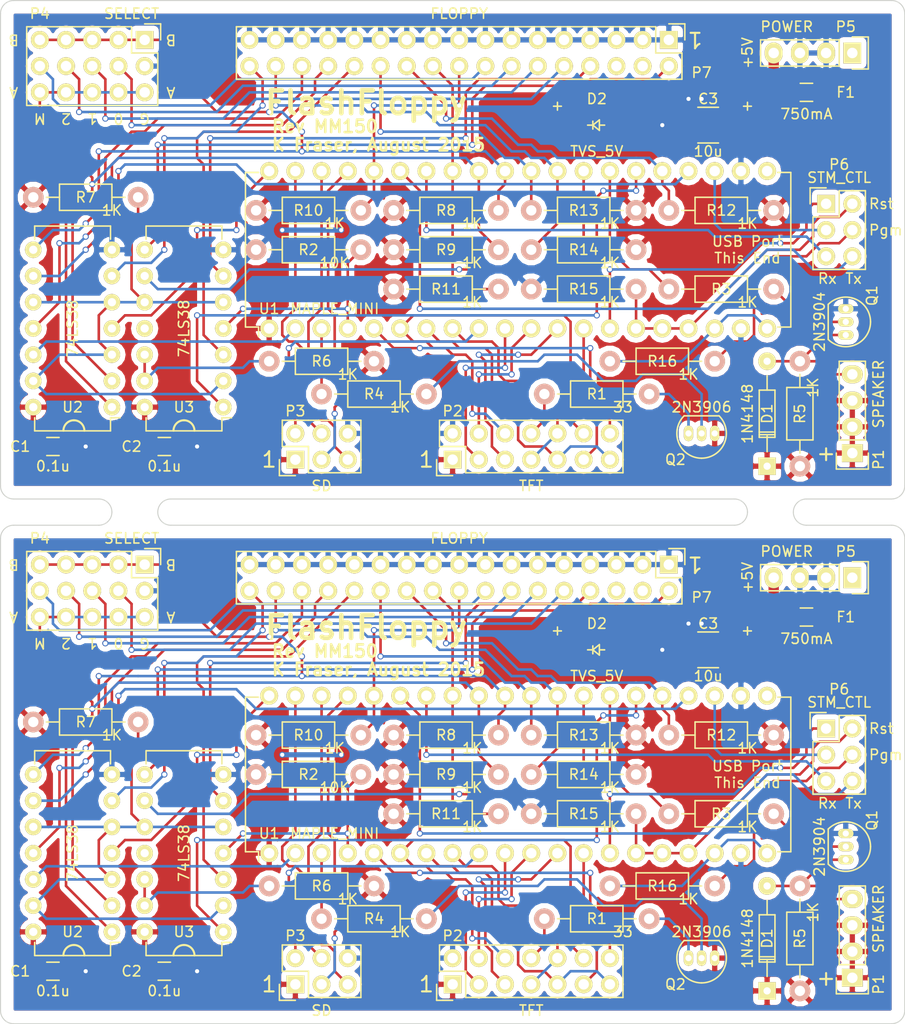
<source format=kicad_pcb>
(kicad_pcb (version 4) (host pcbnew "(after 2015-may-25 BZR unknown)-product")
  (layers (0 F.Cu signal) (31 B.Cu signal) (34 B.Paste user) (35 F.Paste user) (36 B.SilkS user) (37 F.SilkS user) (38 B.Mask user) (39 F.Mask user) (44 Edge.Cuts user))
  (net 0 "")
  (net 1 +5V)
  (net 2 GND)
  (net 3 "Net-(D1-Pad2)")
  (net 4 "Net-(F1-Pad1)")
  (net 5 /TFT_CS)
  (net 6 /TFT_RESET)
  (net 7 /TFT_DCRS)
  (net 8 /TFT_MOSI)
  (net 9 /TFT_CK)
  (net 10 /TFT_LED)
  (net 11 /TFT_MISO)
  (net 12 /T_CS)
  (net 13 /T_IRQ)
  (net 14 /SD_CS)
  (net 15 /SD_MOSI)
  (net 16 /SD_CK)
  (net 17 /SD_MISO)
  (net 18 /_SELB)
  (net 19 /_SELA)
  (net 20 /_SEL0)
  (net 21 /_SEL1)
  (net 22 /_SEL2)
  (net 23 /_MTR)
  (net 24 "Net-(P5-Pad1)")
  (net 25 /RESET)
  (net 26 /P_DN)
  (net 27 /BOOT0)
  (net 28 /P_UP)
  (net 29 /SER_RX)
  (net 30 /SER_TX)
  (net 31 /_CHNG)
  (net 32 "Net-(P7-Pad4)")
  (net 33 "Net-(P7-Pad6)")
  (net 34 /_INDEX)
  (net 35 /_DIR)
  (net 36 /_STEP)
  (net 37 /_DKWD)
  (net 38 /_DKWE)
  (net 39 /_TRK0)
  (net 40 /_WRPROT)
  (net 41 /_DKRD)
  (net 42 /_SIDE)
  (net 43 /_RDY)
  (net 44 "Net-(Q1-Pad2)")
  (net 45 "Net-(Q2-Pad2)")
  (net 46 "Net-(Q2-Pad3)")
  (net 47 /INDEX)
  (net 48 /SPK_PWM)
  (net 49 /LED_PWM)
  (net 50 "Net-(R6-Pad2)")
  (net 51 /SEL)
  (net 52 /WRPROT)
  (net 53 /3V3)
  (net 54 /DKRD)
  (net 55 /TRK0)
  (net 56 /CHNG)
  (net 57 /RDY)
  (net 58 "Net-(U3-Pad11)")
  (net 59 "Net-(U1-Pad21)")
  (module Diodes_ThroughHole:Diode_DO-35_SOD27_Horizontal_RM10 (layer F.Cu) (at 173.355 126.365 90)
    (fp_text reference D1 (at 5.08 0 90) (layer F.SilkS))
    (fp_text value 1N4148 (at 5.08 -1.905 90) (layer F.SilkS))
    (pad 2 thru_hole circle (at 10.16052 -0.00254 270) (size 1.69926 1.69926) (drill 0.70104) (layers *.Cu *.Mask F.SilkS) (net 3 "Net-(D1-Pad2)"))
    (pad 1 thru_hole rect (at 0.00052 -0.00254 270) (size 1.69926 1.69926) (drill 0.70104) (layers *.Cu *.Mask F.SilkS) (net 1 +5V))
  )
  (module Pin_Headers:Pin_Header_Straight_1x04 (layer F.Cu) (at 181.61 125.095 180)
    (fp_text reference P1 (at -2.54 -0.635 270) (layer F.SilkS))
    (fp_text value SPEAKER (at -2.54 5.715 270) (layer F.SilkS))
    (pad 1 thru_hole rect (at 0 0 180) (size 2.032 1.7272) (drill 1.016) (layers *.Cu *.Mask F.SilkS) (net 1 +5V))
    (pad 2 thru_hole oval (at 0 2.54 180) (size 2.032 1.7272) (drill 1.016) (layers *.Cu *.Mask F.SilkS) (net 1 +5V))
    (pad 3 thru_hole oval (at 0 5.08 180) (size 2.032 1.7272) (drill 1.016) (layers *.Cu *.Mask F.SilkS) (net 1 +5V))
    (pad 4 thru_hole oval (at 0 7.62 180) (size 2.032 1.7272) (drill 1.016) (layers *.Cu *.Mask F.SilkS) (net 3 "Net-(D1-Pad2)"))
  )
  (module Pin_Headers:Pin_Header_Straight_2x07 (layer F.Cu) (at 142.875 125.73 90)
    (fp_text reference P2 (at 4.699 0 180) (layer F.SilkS))
    (fp_text value TFT (at -2.54 7.62 180) (layer F.SilkS))
    (pad 1 thru_hole rect (at 0 0 90) (size 1.7272 1.7272) (drill 1.016) (layers *.Cu *.Mask F.SilkS) (net 1 +5V))
    (pad 2 thru_hole oval (at 2.54 0 90) (size 1.7272 1.7272) (drill 1.016) (layers *.Cu *.Mask F.SilkS) (net 2 GND))
    (pad 3 thru_hole oval (at 0 2.54 90) (size 1.7272 1.7272) (drill 1.016) (layers *.Cu *.Mask F.SilkS) (net 5 /TFT_CS))
    (pad 4 thru_hole oval (at 2.54 2.54 90) (size 1.7272 1.7272) (drill 1.016) (layers *.Cu *.Mask F.SilkS) (net 6 /TFT_RESET))
    (pad 5 thru_hole oval (at 0 5.08 90) (size 1.7272 1.7272) (drill 1.016) (layers *.Cu *.Mask F.SilkS) (net 7 /TFT_DCRS))
    (pad 6 thru_hole oval (at 2.54 5.08 90) (size 1.7272 1.7272) (drill 1.016) (layers *.Cu *.Mask F.SilkS) (net 8 /TFT_MOSI))
    (pad 7 thru_hole oval (at 0 7.62 90) (size 1.7272 1.7272) (drill 1.016) (layers *.Cu *.Mask F.SilkS) (net 9 /TFT_CK))
    (pad 8 thru_hole oval (at 2.54 7.62 90) (size 1.7272 1.7272) (drill 1.016) (layers *.Cu *.Mask F.SilkS) (net 10 /TFT_LED))
    (pad 9 thru_hole oval (at 0 10.16 90) (size 1.7272 1.7272) (drill 1.016) (layers *.Cu *.Mask F.SilkS) (net 11 /TFT_MISO))
    (pad 10 thru_hole oval (at 2.54 10.16 90) (size 1.7272 1.7272) (drill 1.016) (layers *.Cu *.Mask F.SilkS) (net 9 /TFT_CK))
    (pad 11 thru_hole oval (at 0 12.7 90) (size 1.7272 1.7272) (drill 1.016) (layers *.Cu *.Mask F.SilkS) (net 12 /T_CS))
    (pad 12 thru_hole oval (at 2.54 12.7 90) (size 1.7272 1.7272) (drill 1.016) (layers *.Cu *.Mask F.SilkS) (net 8 /TFT_MOSI))
    (pad 13 thru_hole oval (at 0 15.24 90) (size 1.7272 1.7272) (drill 1.016) (layers *.Cu *.Mask F.SilkS) (net 11 /TFT_MISO))
    (pad 14 thru_hole oval (at 2.54 15.24 90) (size 1.7272 1.7272) (drill 1.016) (layers *.Cu *.Mask F.SilkS) (net 13 /T_IRQ))
  )
  (module Pin_Headers:Pin_Header_Straight_2x03 (layer F.Cu) (at 127.635 125.73 90)
    (fp_text reference P3 (at 4.699 0 180) (layer F.SilkS))
    (fp_text value SD (at -2.54 2.54 180) (layer F.SilkS))
    (pad 1 thru_hole rect (at 0 0 90) (size 1.7272 1.7272) (drill 1.016) (layers *.Cu *.Mask F.SilkS) (net 1 +5V))
    (pad 2 thru_hole oval (at 2.54 0 90) (size 1.7272 1.7272) (drill 1.016) (layers *.Cu *.Mask F.SilkS) (net 14 /SD_CS))
    (pad 3 thru_hole oval (at 0 2.54 90) (size 1.7272 1.7272) (drill 1.016) (layers *.Cu *.Mask F.SilkS) (net 15 /SD_MOSI))
    (pad 4 thru_hole oval (at 2.54 2.54 90) (size 1.7272 1.7272) (drill 1.016) (layers *.Cu *.Mask F.SilkS) (net 16 /SD_CK))
    (pad 5 thru_hole oval (at 0 5.08 90) (size 1.7272 1.7272) (drill 1.016) (layers *.Cu *.Mask F.SilkS) (net 17 /SD_MISO))
    (pad 6 thru_hole oval (at 2.54 5.08 90) (size 1.7272 1.7272) (drill 1.016) (layers *.Cu *.Mask F.SilkS) (net 2 GND))
  )
  (module FF:Pin_Header_Straight_3x05 (layer F.Cu) (at 113.03 85.09 270)
    (fp_text reference P4 (at -2.54 10.16 360) (layer F.SilkS))
    (fp_text value SELECT (at -2.54 1.27 360) (layer F.SilkS))
    (pad 15 thru_hole oval (at 5.08 10.16 270) (size 1.7272 1.7272) (drill 1.016) (layers *.Cu *.Mask F.SilkS) (net 19 /_SELA))
    (pad 14 thru_hole oval (at 5.08 7.62 270) (size 1.7272 1.7272) (drill 1.016) (layers *.Cu *.Mask F.SilkS) (net 19 /_SELA))
    (pad 13 thru_hole oval (at 5.08 5.08 270) (size 1.7272 1.7272) (drill 1.016) (layers *.Cu *.Mask F.SilkS) (net 19 /_SELA))
    (pad 12 thru_hole oval (at 5.08 2.54 270) (size 1.7272 1.7272) (drill 1.016) (layers *.Cu *.Mask F.SilkS) (net 19 /_SELA))
    (pad 11 thru_hole oval (at 5.08 0 270) (size 1.7272 1.7272) (drill 1.016) (layers *.Cu *.Mask F.SilkS) (net 19 /_SELA))
    (pad 1 thru_hole rect (at 0 0 270) (size 1.7272 1.7272) (drill 1.016) (layers *.Cu *.Mask F.SilkS) (net 18 /_SELB))
    (pad 6 thru_hole oval (at 2.54 0 270) (size 1.7272 1.7272) (drill 1.016) (layers *.Cu *.Mask F.SilkS) (net 2 GND))
    (pad 2 thru_hole oval (at 0 2.54 270) (size 1.7272 1.7272) (drill 1.016) (layers *.Cu *.Mask F.SilkS) (net 18 /_SELB))
    (pad 7 thru_hole oval (at 2.54 2.54 270) (size 1.7272 1.7272) (drill 1.016) (layers *.Cu *.Mask F.SilkS) (net 20 /_SEL0))
    (pad 3 thru_hole oval (at 0 5.08 270) (size 1.7272 1.7272) (drill 1.016) (layers *.Cu *.Mask F.SilkS) (net 18 /_SELB))
    (pad 8 thru_hole oval (at 2.54 5.08 270) (size 1.7272 1.7272) (drill 1.016) (layers *.Cu *.Mask F.SilkS) (net 21 /_SEL1))
    (pad 4 thru_hole oval (at 0 7.62 270) (size 1.7272 1.7272) (drill 1.016) (layers *.Cu *.Mask F.SilkS) (net 18 /_SELB))
    (pad 9 thru_hole oval (at 2.54 7.62 270) (size 1.7272 1.7272) (drill 1.016) (layers *.Cu *.Mask F.SilkS) (net 22 /_SEL2))
    (pad 5 thru_hole oval (at 0 10.16 270) (size 1.7272 1.7272) (drill 1.016) (layers *.Cu *.Mask F.SilkS) (net 18 /_SELB))
    (pad 10 thru_hole oval (at 2.54 10.16 270) (size 1.7272 1.7272) (drill 1.016) (layers *.Cu *.Mask F.SilkS) (net 23 /_MTR))
  )
  (module Pin_Headers:Pin_Header_Straight_1x04 (layer F.Cu) (at 181.61 86.36 270)
    (fp_text reference P5 (at -2.54 0.635 360) (layer F.SilkS))
    (fp_text value POWER (at -2.54 6.35 360) (layer F.SilkS))
    (pad 1 thru_hole rect (at 0 0 270) (size 2.032 1.7272) (drill 1.016) (layers *.Cu *.Mask F.SilkS) (net 24 "Net-(P5-Pad1)"))
    (pad 2 thru_hole oval (at 0 2.54 270) (size 2.032 1.7272) (drill 1.016) (layers *.Cu *.Mask F.SilkS) (net 2 GND))
    (pad 3 thru_hole oval (at 0 5.08 270) (size 2.032 1.7272) (drill 1.016) (layers *.Cu *.Mask F.SilkS) (net 2 GND))
    (pad 4 thru_hole oval (at 0 7.62 270) (size 2.032 1.7272) (drill 1.016) (layers *.Cu *.Mask F.SilkS) (net 4 "Net-(F1-Pad1)"))
  )
  (module Pin_Headers:Pin_Header_Straight_2x03 (layer F.Cu) (at 179.07 100.965)
    (fp_text reference P6 (at 1.27 -3.81 180) (layer F.SilkS))
    (fp_text value STM_CTL (at 1.27 -2.54 180) (layer F.SilkS))
    (pad 1 thru_hole rect (at 0 0) (size 1.7272 1.7272) (drill 1.016) (layers *.Cu *.Mask F.SilkS) (net 25 /RESET))
    (pad 2 thru_hole oval (at 2.54 0) (size 1.7272 1.7272) (drill 1.016) (layers *.Cu *.Mask F.SilkS) (net 26 /P_DN))
    (pad 3 thru_hole oval (at 0 2.54) (size 1.7272 1.7272) (drill 1.016) (layers *.Cu *.Mask F.SilkS) (net 27 /BOOT0))
    (pad 4 thru_hole oval (at 2.54 2.54) (size 1.7272 1.7272) (drill 1.016) (layers *.Cu *.Mask F.SilkS) (net 28 /P_UP))
    (pad 5 thru_hole oval (at 0 5.08) (size 1.7272 1.7272) (drill 1.016) (layers *.Cu *.Mask F.SilkS) (net 29 /SER_RX))
    (pad 6 thru_hole oval (at 2.54 5.08) (size 1.7272 1.7272) (drill 1.016) (layers *.Cu *.Mask F.SilkS) (net 30 /SER_TX))
  )
  (module Pin_Headers:Pin_Header_Straight_2x17 (layer F.Cu) (at 163.83 85.09 270)
    (fp_text reference P7 (at 3.175 -3.175 540) (layer F.SilkS))
    (fp_text value FLOPPY (at -2.54 20.32 540) (layer F.SilkS))
    (pad 1 thru_hole rect (at 0 0 270) (size 1.7272 1.7272) (drill 1.016) (layers *.Cu *.Mask F.SilkS) (net 2 GND))
    (pad 2 thru_hole oval (at 2.54 0 270) (size 1.7272 1.7272) (drill 1.016) (layers *.Cu *.Mask F.SilkS) (net 31 /_CHNG))
    (pad 3 thru_hole oval (at 0 2.54 270) (size 1.7272 1.7272) (drill 1.016) (layers *.Cu *.Mask F.SilkS) (net 2 GND))
    (pad 4 thru_hole oval (at 2.54 2.54 270) (size 1.7272 1.7272) (drill 1.016) (layers *.Cu *.Mask F.SilkS) (net 32 "Net-(P7-Pad4)"))
    (pad 5 thru_hole oval (at 0 5.08 270) (size 1.7272 1.7272) (drill 1.016) (layers *.Cu *.Mask F.SilkS) (net 2 GND))
    (pad 6 thru_hole oval (at 2.54 5.08 270) (size 1.7272 1.7272) (drill 1.016) (layers *.Cu *.Mask F.SilkS) (net 33 "Net-(P7-Pad6)"))
    (pad 7 thru_hole oval (at 0 7.62 270) (size 1.7272 1.7272) (drill 1.016) (layers *.Cu *.Mask F.SilkS) (net 2 GND))
    (pad 8 thru_hole oval (at 2.54 7.62 270) (size 1.7272 1.7272) (drill 1.016) (layers *.Cu *.Mask F.SilkS) (net 34 /_INDEX))
    (pad 9 thru_hole oval (at 0 10.16 270) (size 1.7272 1.7272) (drill 1.016) (layers *.Cu *.Mask F.SilkS) (net 2 GND))
    (pad 10 thru_hole oval (at 2.54 10.16 270) (size 1.7272 1.7272) (drill 1.016) (layers *.Cu *.Mask F.SilkS) (net 20 /_SEL0))
    (pad 11 thru_hole oval (at 0 12.7 270) (size 1.7272 1.7272) (drill 1.016) (layers *.Cu *.Mask F.SilkS) (net 2 GND))
    (pad 12 thru_hole oval (at 2.54 12.7 270) (size 1.7272 1.7272) (drill 1.016) (layers *.Cu *.Mask F.SilkS) (net 21 /_SEL1))
    (pad 13 thru_hole oval (at 0 15.24 270) (size 1.7272 1.7272) (drill 1.016) (layers *.Cu *.Mask F.SilkS) (net 2 GND))
    (pad 14 thru_hole oval (at 2.54 15.24 270) (size 1.7272 1.7272) (drill 1.016) (layers *.Cu *.Mask F.SilkS) (net 22 /_SEL2))
    (pad 15 thru_hole oval (at 0 17.78 270) (size 1.7272 1.7272) (drill 1.016) (layers *.Cu *.Mask F.SilkS) (net 2 GND))
    (pad 16 thru_hole oval (at 2.54 17.78 270) (size 1.7272 1.7272) (drill 1.016) (layers *.Cu *.Mask F.SilkS) (net 23 /_MTR))
    (pad 17 thru_hole oval (at 0 20.32 270) (size 1.7272 1.7272) (drill 1.016) (layers *.Cu *.Mask F.SilkS) (net 2 GND))
    (pad 18 thru_hole oval (at 2.54 20.32 270) (size 1.7272 1.7272) (drill 1.016) (layers *.Cu *.Mask F.SilkS) (net 35 /_DIR))
    (pad 19 thru_hole oval (at 0 22.86 270) (size 1.7272 1.7272) (drill 1.016) (layers *.Cu *.Mask F.SilkS) (net 2 GND))
    (pad 20 thru_hole oval (at 2.54 22.86 270) (size 1.7272 1.7272) (drill 1.016) (layers *.Cu *.Mask F.SilkS) (net 36 /_STEP))
    (pad 21 thru_hole oval (at 0 25.4 270) (size 1.7272 1.7272) (drill 1.016) (layers *.Cu *.Mask F.SilkS) (net 2 GND))
    (pad 22 thru_hole oval (at 2.54 25.4 270) (size 1.7272 1.7272) (drill 1.016) (layers *.Cu *.Mask F.SilkS) (net 37 /_DKWD))
    (pad 23 thru_hole oval (at 0 27.94 270) (size 1.7272 1.7272) (drill 1.016) (layers *.Cu *.Mask F.SilkS) (net 2 GND))
    (pad 24 thru_hole oval (at 2.54 27.94 270) (size 1.7272 1.7272) (drill 1.016) (layers *.Cu *.Mask F.SilkS) (net 38 /_DKWE))
    (pad 25 thru_hole oval (at 0 30.48 270) (size 1.7272 1.7272) (drill 1.016) (layers *.Cu *.Mask F.SilkS) (net 2 GND))
    (pad 26 thru_hole oval (at 2.54 30.48 270) (size 1.7272 1.7272) (drill 1.016) (layers *.Cu *.Mask F.SilkS) (net 39 /_TRK0))
    (pad 27 thru_hole oval (at 0 33.02 270) (size 1.7272 1.7272) (drill 1.016) (layers *.Cu *.Mask F.SilkS) (net 2 GND))
    (pad 28 thru_hole oval (at 2.54 33.02 270) (size 1.7272 1.7272) (drill 1.016) (layers *.Cu *.Mask F.SilkS) (net 40 /_WRPROT))
    (pad 29 thru_hole oval (at 0 35.56 270) (size 1.7272 1.7272) (drill 1.016) (layers *.Cu *.Mask F.SilkS) (net 2 GND))
    (pad 30 thru_hole oval (at 2.54 35.56 270) (size 1.7272 1.7272) (drill 1.016) (layers *.Cu *.Mask F.SilkS) (net 41 /_DKRD))
    (pad 31 thru_hole oval (at 0 38.1 270) (size 1.7272 1.7272) (drill 1.016) (layers *.Cu *.Mask F.SilkS) (net 2 GND))
    (pad 32 thru_hole oval (at 2.54 38.1 270) (size 1.7272 1.7272) (drill 1.016) (layers *.Cu *.Mask F.SilkS) (net 42 /_SIDE))
    (pad 33 thru_hole oval (at 0 40.64 270) (size 1.7272 1.7272) (drill 1.016) (layers *.Cu *.Mask F.SilkS) (net 2 GND))
    (pad 34 thru_hole oval (at 2.54 40.64 270) (size 1.7272 1.7272) (drill 1.016) (layers *.Cu *.Mask F.SilkS) (net 43 /_RDY))
  )
  (module TO_SOT_Packages_THT:TO-92_Inline_Narrow_Oval (layer F.Cu) (at 180.975 111.125 270)
    (fp_text reference Q1 (at -1.27 -2.54 270) (layer F.SilkS))
    (fp_text value 2N3904 (at 1.27 2.54 270) (layer F.SilkS))
    (pad 2 thru_hole oval (at 1.27 0 90) (size 0.89916 1.50114) (drill 0.6) (layers *.Cu *.Mask F.SilkS) (net 44 "Net-(Q1-Pad2)"))
    (pad 3 thru_hole oval (at 2.54 0 90) (size 0.89916 1.50114) (drill 0.6) (layers *.Cu *.Mask F.SilkS) (net 3 "Net-(D1-Pad2)"))
    (pad 1 thru_hole oval (at 0 0 90) (size 0.89916 1.50114) (drill 0.6) (layers *.Cu *.Mask F.SilkS) (net 2 GND))
  )
  (module TO_SOT_Packages_THT:TO-92_Inline_Narrow_Oval (layer F.Cu) (at 168.275 123.19 180)
    (fp_text reference Q2 (at 3.81 -2.54 180) (layer F.SilkS))
    (fp_text value 2N3906 (at 1.27 2.54 180) (layer F.SilkS))
    (pad 2 thru_hole oval (at 1.27 0) (size 0.89916 1.50114) (drill 0.6) (layers *.Cu *.Mask F.SilkS) (net 45 "Net-(Q2-Pad2)"))
    (pad 3 thru_hole oval (at 2.54 0) (size 0.89916 1.50114) (drill 0.6) (layers *.Cu *.Mask F.SilkS) (net 46 "Net-(Q2-Pad3)"))
    (pad 1 thru_hole oval (at 0 0) (size 0.89916 1.50114) (drill 0.6) (layers *.Cu *.Mask F.SilkS) (net 1 +5V))
  )
  (module Resistors_ThroughHole:Resistor_Horizontal_RM10mm (layer F.Cu) (at 156.845 119.38 180)
    (fp_text reference R1 (at 0 0 360) (layer F.SilkS))
    (fp_text value 33 (at -2.54 -1.27 180) (layer F.SilkS))
    (pad 1 thru_hole circle (at -5.08 0 180) (size 1.99898 1.99898) (drill 1.00076) (layers *.Cu *.SilkS *.Mask) (net 46 "Net-(Q2-Pad3)"))
    (pad 2 thru_hole circle (at 5.08 0 180) (size 1.99898 1.99898) (drill 1.00076) (layers *.Cu *.SilkS *.Mask) (net 10 /TFT_LED))
  )
  (module Resistors_ThroughHole:Resistor_Horizontal_RM10mm (layer F.Cu) (at 128.905 105.41 180)
    (fp_text reference R2 (at 0 0 180) (layer F.SilkS))
    (fp_text value 10K (at -2.54 -1.27 180) (layer F.SilkS))
    (pad 1 thru_hole circle (at -5.08 0 180) (size 1.99898 1.99898) (drill 1.00076) (layers *.Cu *.SilkS *.Mask) (net 47 /INDEX))
    (pad 2 thru_hole circle (at 5.08 0 180) (size 1.99898 1.99898) (drill 1.00076) (layers *.Cu *.SilkS *.Mask) (net 2 GND))
  )
  (module Resistors_ThroughHole:Resistor_Horizontal_RM10mm (layer F.Cu) (at 168.91 109.22 180)
    (fp_text reference R3 (at 0 0 180) (layer F.SilkS))
    (fp_text value 1K (at -2.54 -1.27 180) (layer F.SilkS))
    (pad 1 thru_hole circle (at -5.08 0 180) (size 1.99898 1.99898) (drill 1.00076) (layers *.Cu *.SilkS *.Mask) (net 44 "Net-(Q1-Pad2)"))
    (pad 2 thru_hole circle (at 5.08 0 180) (size 1.99898 1.99898) (drill 1.00076) (layers *.Cu *.SilkS *.Mask) (net 48 /SPK_PWM))
  )
  (module Resistors_ThroughHole:Resistor_Horizontal_RM10mm (layer F.Cu) (at 135.255 119.38)
    (fp_text reference R4 (at 0 0) (layer F.SilkS))
    (fp_text value 1K (at 2.54 1.27) (layer F.SilkS))
    (pad 1 thru_hole circle (at -5.08 0) (size 1.99898 1.99898) (drill 1.00076) (layers *.Cu *.SilkS *.Mask) (net 49 /LED_PWM))
    (pad 2 thru_hole circle (at 5.08 0) (size 1.99898 1.99898) (drill 1.00076) (layers *.Cu *.SilkS *.Mask) (net 45 "Net-(Q2-Pad2)"))
  )
  (module Resistors_ThroughHole:Resistor_Horizontal_RM10mm (layer F.Cu) (at 176.53 121.285 90)
    (fp_text reference R5 (at 0 0 90) (layer F.SilkS))
    (fp_text value 1K (at 2.54 1.27 90) (layer F.SilkS))
    (pad 1 thru_hole circle (at -5.08 0 90) (size 1.99898 1.99898) (drill 1.00076) (layers *.Cu *.SilkS *.Mask) (net 1 +5V))
    (pad 2 thru_hole circle (at 5.08 0 90) (size 1.99898 1.99898) (drill 1.00076) (layers *.Cu *.SilkS *.Mask) (net 3 "Net-(D1-Pad2)"))
  )
  (module Resistors_ThroughHole:Resistor_Horizontal_RM10mm (layer F.Cu) (at 130.175 116.205 180)
    (fp_text reference R6 (at 0 0 180) (layer F.SilkS))
    (fp_text value 1K (at -2.54 -1.27 180) (layer F.SilkS))
    (pad 1 thru_hole circle (at -5.08 0 180) (size 1.99898 1.99898) (drill 1.00076) (layers *.Cu *.SilkS *.Mask) (net 1 +5V))
    (pad 2 thru_hole circle (at 5.08 0 180) (size 1.99898 1.99898) (drill 1.00076) (layers *.Cu *.SilkS *.Mask) (net 50 "Net-(R6-Pad2)"))
  )
  (module Resistors_ThroughHole:Resistor_Horizontal_RM10mm (layer F.Cu) (at 107.315 100.33)
    (fp_text reference R7 (at 0 0) (layer F.SilkS))
    (fp_text value 1K (at 2.54 1.27) (layer F.SilkS))
    (pad 1 thru_hole circle (at -5.08 0) (size 1.99898 1.99898) (drill 1.00076) (layers *.Cu *.SilkS *.Mask) (net 1 +5V))
    (pad 2 thru_hole circle (at 5.08 0) (size 1.99898 1.99898) (drill 1.00076) (layers *.Cu *.SilkS *.Mask) (net 51 /SEL))
  )
  (module Resistors_ThroughHole:Resistor_Horizontal_RM10mm (layer F.Cu) (at 142.24 101.6)
    (fp_text reference R8 (at 0 0) (layer F.SilkS))
    (fp_text value 1K (at 2.54 1.27) (layer F.SilkS))
    (pad 1 thru_hole circle (at -5.08 0) (size 1.99898 1.99898) (drill 1.00076) (layers *.Cu *.SilkS *.Mask) (net 1 +5V))
    (pad 2 thru_hole circle (at 5.08 0) (size 1.99898 1.99898) (drill 1.00076) (layers *.Cu *.SilkS *.Mask) (net 18 /_SELB))
  )
  (module Resistors_ThroughHole:Resistor_Horizontal_RM10mm (layer F.Cu) (at 142.24 105.41)
    (fp_text reference R9 (at 0 0) (layer F.SilkS))
    (fp_text value 1K (at 2.54 1.27) (layer F.SilkS))
    (pad 1 thru_hole circle (at -5.08 0) (size 1.99898 1.99898) (drill 1.00076) (layers *.Cu *.SilkS *.Mask) (net 1 +5V))
    (pad 2 thru_hole circle (at 5.08 0) (size 1.99898 1.99898) (drill 1.00076) (layers *.Cu *.SilkS *.Mask) (net 19 /_SELA))
  )
  (module Resistors_ThroughHole:Resistor_Horizontal_RM10mm (layer F.Cu) (at 128.905 101.6)
    (fp_text reference R10 (at 0 0) (layer F.SilkS))
    (fp_text value 1K (at 2.54 1.27) (layer F.SilkS))
    (pad 1 thru_hole circle (at -5.08 0) (size 1.99898 1.99898) (drill 1.00076) (layers *.Cu *.SilkS *.Mask) (net 1 +5V))
    (pad 2 thru_hole circle (at 5.08 0) (size 1.99898 1.99898) (drill 1.00076) (layers *.Cu *.SilkS *.Mask) (net 35 /_DIR))
  )
  (module Resistors_ThroughHole:Resistor_Horizontal_RM10mm (layer F.Cu) (at 142.24 109.22)
    (fp_text reference R11 (at 0 0) (layer F.SilkS))
    (fp_text value 1K (at 2.54 1.27) (layer F.SilkS))
    (pad 1 thru_hole circle (at -5.08 0) (size 1.99898 1.99898) (drill 1.00076) (layers *.Cu *.SilkS *.Mask) (net 1 +5V))
    (pad 2 thru_hole circle (at 5.08 0) (size 1.99898 1.99898) (drill 1.00076) (layers *.Cu *.SilkS *.Mask) (net 36 /_STEP))
  )
  (module Resistors_ThroughHole:Resistor_Horizontal_RM10mm (layer F.Cu) (at 168.91 101.6 180)
    (fp_text reference R12 (at 0 0 180) (layer F.SilkS))
    (fp_text value 1K (at -2.54 -1.27 180) (layer F.SilkS))
    (pad 1 thru_hole circle (at -5.08 0 180) (size 1.99898 1.99898) (drill 1.00076) (layers *.Cu *.SilkS *.Mask) (net 1 +5V))
    (pad 2 thru_hole circle (at 5.08 0 180) (size 1.99898 1.99898) (drill 1.00076) (layers *.Cu *.SilkS *.Mask) (net 37 /_DKWD))
  )
  (module Resistors_ThroughHole:Resistor_Horizontal_RM10mm (layer F.Cu) (at 155.575 101.6 180)
    (fp_text reference R13 (at 0 0 180) (layer F.SilkS))
    (fp_text value 1K (at -2.54 -1.27 180) (layer F.SilkS))
    (pad 1 thru_hole circle (at -5.08 0 180) (size 1.99898 1.99898) (drill 1.00076) (layers *.Cu *.SilkS *.Mask) (net 1 +5V))
    (pad 2 thru_hole circle (at 5.08 0 180) (size 1.99898 1.99898) (drill 1.00076) (layers *.Cu *.SilkS *.Mask) (net 38 /_DKWE))
  )
  (module Resistors_ThroughHole:Resistor_Horizontal_RM10mm (layer F.Cu) (at 155.575 105.41 180)
    (fp_text reference R14 (at 0 0 180) (layer F.SilkS))
    (fp_text value 1K (at -2.54 -1.27 180) (layer F.SilkS))
    (pad 1 thru_hole circle (at -5.08 0 180) (size 1.99898 1.99898) (drill 1.00076) (layers *.Cu *.SilkS *.Mask) (net 1 +5V))
    (pad 2 thru_hole circle (at 5.08 0 180) (size 1.99898 1.99898) (drill 1.00076) (layers *.Cu *.SilkS *.Mask) (net 42 /_SIDE))
  )
  (module Resistors_ThroughHole:Resistor_Horizontal_RM10mm (layer F.Cu) (at 155.575 109.22)
    (fp_text reference R15 (at 0 0) (layer F.SilkS))
    (fp_text value 1K (at 2.54 1.27) (layer F.SilkS))
    (pad 1 thru_hole circle (at -5.08 0) (size 1.99898 1.99898) (drill 1.00076) (layers *.Cu *.SilkS *.Mask) (net 2 GND))
    (pad 2 thru_hole circle (at 5.08 0) (size 1.99898 1.99898) (drill 1.00076) (layers *.Cu *.SilkS *.Mask) (net 26 /P_DN))
  )
  (module Resistors_ThroughHole:Resistor_Horizontal_RM10mm (layer F.Cu) (at 163.195 116.205)
    (fp_text reference R16 (at 0 0) (layer F.SilkS))
    (fp_text value 1K (at 2.54 1.27) (layer F.SilkS))
    (pad 1 thru_hole circle (at -5.08 0) (size 1.99898 1.99898) (drill 1.00076) (layers *.Cu *.SilkS *.Mask) (net 53 /3V3))
    (pad 2 thru_hole circle (at 5.08 0) (size 1.99898 1.99898) (drill 1.00076) (layers *.Cu *.SilkS *.Mask) (net 28 /P_UP))
  )
  (module Housings_DIP:DIP-14_W7.62mm (layer F.Cu) (at 109.855 120.65 180)
    (fp_text reference U2 (at 3.81 0 180) (layer F.SilkS))
    (fp_text value 74LS38 (at 3.81 7.62 270) (layer F.SilkS))
    (pad 1 thru_hole oval (at 0 0 180) (size 1.6 1.6) (drill 0.8) (layers *.Cu *.Mask F.SilkS) (net 19 /_SELA))
    (pad 2 thru_hole oval (at 0 2.54 180) (size 1.6 1.6) (drill 0.8) (layers *.Cu *.Mask F.SilkS) (net 18 /_SELB))
    (pad 3 thru_hole oval (at 0 5.08 180) (size 1.6 1.6) (drill 0.8) (layers *.Cu *.Mask F.SilkS) (net 51 /SEL))
    (pad 4 thru_hole oval (at 0 7.62 180) (size 1.6 1.6) (drill 0.8) (layers *.Cu *.Mask F.SilkS) (net 57 /RDY))
    (pad 5 thru_hole oval (at 0 10.16 180) (size 1.6 1.6) (drill 0.8) (layers *.Cu *.Mask F.SilkS) (net 51 /SEL))
    (pad 6 thru_hole oval (at 0 12.7 180) (size 1.6 1.6) (drill 0.8) (layers *.Cu *.Mask F.SilkS) (net 43 /_RDY))
    (pad 7 thru_hole oval (at 0 15.24 180) (size 1.6 1.6) (drill 0.8) (layers *.Cu *.Mask F.SilkS) (net 2 GND))
    (pad 8 thru_hole oval (at 7.62 15.24 180) (size 1.6 1.6) (drill 0.8) (layers *.Cu *.Mask F.SilkS) (net 41 /_DKRD))
    (pad 9 thru_hole oval (at 7.62 12.7 180) (size 1.6 1.6) (drill 0.8) (layers *.Cu *.Mask F.SilkS) (net 54 /DKRD))
    (pad 10 thru_hole oval (at 7.62 10.16 180) (size 1.6 1.6) (drill 0.8) (layers *.Cu *.Mask F.SilkS) (net 51 /SEL))
    (pad 11 thru_hole oval (at 7.62 7.62 180) (size 1.6 1.6) (drill 0.8) (layers *.Cu *.Mask F.SilkS) (net 40 /_WRPROT))
    (pad 12 thru_hole oval (at 7.62 5.08 180) (size 1.6 1.6) (drill 0.8) (layers *.Cu *.Mask F.SilkS) (net 52 /WRPROT))
    (pad 13 thru_hole oval (at 7.62 2.54 180) (size 1.6 1.6) (drill 0.8) (layers *.Cu *.Mask F.SilkS) (net 51 /SEL))
    (pad 14 thru_hole oval (at 7.62 0 180) (size 1.6 1.6) (drill 0.8) (layers *.Cu *.Mask F.SilkS) (net 1 +5V))
  )
  (module Housings_DIP:DIP-14_W7.62mm (layer F.Cu) (at 120.65 120.65 180)
    (fp_text reference U3 (at 3.81 0 180) (layer F.SilkS))
    (fp_text value 74LS38 (at 3.81 7.62 270) (layer F.SilkS))
    (pad 1 thru_hole oval (at 0 0 180) (size 1.6 1.6) (drill 0.8) (layers *.Cu *.Mask F.SilkS) (net 55 /TRK0))
    (pad 2 thru_hole oval (at 0 2.54 180) (size 1.6 1.6) (drill 0.8) (layers *.Cu *.Mask F.SilkS) (net 51 /SEL))
    (pad 3 thru_hole oval (at 0 5.08 180) (size 1.6 1.6) (drill 0.8) (layers *.Cu *.Mask F.SilkS) (net 39 /_TRK0))
    (pad 4 thru_hole oval (at 0 7.62 180) (size 1.6 1.6) (drill 0.8) (layers *.Cu *.Mask F.SilkS) (net 47 /INDEX))
    (pad 5 thru_hole oval (at 0 10.16 180) (size 1.6 1.6) (drill 0.8) (layers *.Cu *.Mask F.SilkS) (net 51 /SEL))
    (pad 6 thru_hole oval (at 0 12.7 180) (size 1.6 1.6) (drill 0.8) (layers *.Cu *.Mask F.SilkS) (net 34 /_INDEX))
    (pad 7 thru_hole oval (at 0 15.24 180) (size 1.6 1.6) (drill 0.8) (layers *.Cu *.Mask F.SilkS) (net 2 GND))
    (pad 8 thru_hole oval (at 7.62 15.24 180) (size 1.6 1.6) (drill 0.8) (layers *.Cu *.Mask F.SilkS) (net 31 /_CHNG))
    (pad 9 thru_hole oval (at 7.62 12.7 180) (size 1.6 1.6) (drill 0.8) (layers *.Cu *.Mask F.SilkS) (net 56 /CHNG))
    (pad 10 thru_hole oval (at 7.62 10.16 180) (size 1.6 1.6) (drill 0.8) (layers *.Cu *.Mask F.SilkS) (net 51 /SEL))
    (pad 11 thru_hole oval (at 7.62 7.62 180) (size 1.6 1.6) (drill 0.8) (layers *.Cu *.Mask F.SilkS) (net 58 "Net-(U3-Pad11)"))
    (pad 12 thru_hole oval (at 7.62 5.08 180) (size 1.6 1.6) (drill 0.8) (layers *.Cu *.Mask F.SilkS) (net 50 "Net-(R6-Pad2)"))
    (pad 13 thru_hole oval (at 7.62 2.54 180) (size 1.6 1.6) (drill 0.8) (layers *.Cu *.Mask F.SilkS) (net 50 "Net-(R6-Pad2)"))
    (pad 14 thru_hole oval (at 7.62 0 180) (size 1.6 1.6) (drill 0.8) (layers *.Cu *.Mask F.SilkS) (net 1 +5V))
  )
  (module FF:MMini-DIP-40 (layer F.Cu) (at 125.095 113.03 90)
    (fp_text reference U1 (at 1.905 0 180) (layer F.SilkS))
    (fp_text value MAPLE_MINI (at 1.905 6.35 360) (layer F.SilkS))
    (pad 1 thru_hole oval (at 0 0 90) (size 1.7272 1.7272) (drill 1.016) (layers *.Cu *.Mask F.SilkS) (net 1 +5V))
    (pad 2 thru_hole oval (at 0 2.54 90) (size 1.7272 1.7272) (drill 1.016) (layers *.Cu *.Mask F.SilkS) (net 52 /WRPROT))
    (pad 3 thru_hole oval (at 0 5.08 90) (size 1.7272 1.7272) (drill 1.016) (layers *.Cu *.Mask F.SilkS) (net 49 /LED_PWM))
    (pad 4 thru_hole oval (at 0 7.62 90) (size 1.7272 1.7272) (drill 1.016) (layers *.Cu *.Mask F.SilkS) (net 47 /INDEX))
    (pad 5 thru_hole oval (at 0 10.16 90) (size 1.7272 1.7272) (drill 1.016) (layers *.Cu *.Mask F.SilkS) (net 13 /T_IRQ))
    (pad 6 thru_hole oval (at 0 12.7 90) (size 1.7272 1.7272) (drill 1.016) (layers *.Cu *.Mask F.SilkS) (net 8 /TFT_MOSI))
    (pad 7 thru_hole oval (at 0 15.24 90) (size 1.7272 1.7272) (drill 1.016) (layers *.Cu *.Mask F.SilkS) (net 11 /TFT_MISO))
    (pad 8 thru_hole oval (at 0 17.78 90) (size 1.7272 1.7272) (drill 1.016) (layers *.Cu *.Mask F.SilkS) (net 9 /TFT_CK))
    (pad 9 thru_hole oval (at 0 20.32 90) (size 1.7272 1.7272) (drill 1.016) (layers *.Cu *.Mask F.SilkS) (net 14 /SD_CS))
    (pad 10 thru_hole oval (at 0 22.86 90) (size 1.7272 1.7272) (drill 1.016) (layers *.Cu *.Mask F.SilkS) (net 5 /TFT_CS))
    (pad 11 thru_hole oval (at 0 25.4 90) (size 1.7272 1.7272) (drill 1.016) (layers *.Cu *.Mask F.SilkS) (net 6 /TFT_RESET))
    (pad 12 thru_hole oval (at 0 27.94 90) (size 1.7272 1.7272) (drill 1.016) (layers *.Cu *.Mask F.SilkS) (net 7 /TFT_DCRS))
    (pad 13 thru_hole oval (at 0 30.48 90) (size 1.7272 1.7272) (drill 1.016) (layers *.Cu *.Mask F.SilkS) (net 12 /T_CS))
    (pad 14 thru_hole oval (at 0 33.02 90) (size 1.7272 1.7272) (drill 1.016) (layers *.Cu *.Mask F.SilkS) (net 25 /RESET))
    (pad 15 thru_hole oval (at 0 35.56 90) (size 1.7272 1.7272) (drill 1.016) (layers *.Cu *.Mask F.SilkS) (net 26 /P_DN))
    (pad 16 thru_hole oval (at 0 38.1 90) (size 1.7272 1.7272) (drill 1.016) (layers *.Cu *.Mask F.SilkS) (net 26 /P_DN))
    (pad 17 thru_hole oval (at 0 40.64 90) (size 1.7272 1.7272) (drill 1.016) (layers *.Cu *.Mask F.SilkS) (net 26 /P_DN))
    (pad 18 thru_hole oval (at 0 43.18 90) (size 1.7272 1.7272) (drill 1.016) (layers *.Cu *.Mask F.SilkS) (net 53 /3V3))
    (pad 19 thru_hole oval (at 0 45.72 90) (size 1.7272 1.7272) (drill 1.016) (layers *.Cu *.Mask F.SilkS) (net 2 GND))
    (pad 20 thru_hole oval (at 0 48.26 90) (size 1.7272 1.7272) (drill 1.016) (layers *.Cu *.Mask F.SilkS) (net 53 /3V3))
    (pad 21 thru_hole oval (at 15.24 48.26 90) (size 1.7272 1.7272) (drill 1.016) (layers *.Cu *.Mask F.SilkS) (net 59 "Net-(U1-Pad21)"))
    (pad 22 thru_hole oval (at 15.24 45.72 90) (size 1.7272 1.7272) (drill 1.016) (layers *.Cu *.Mask F.SilkS) (net 2 GND))
    (pad 23 thru_hole oval (at 15.24 43.18 90) (size 1.7272 1.7272) (drill 1.016) (layers *.Cu *.Mask F.SilkS) (net 27 /BOOT0))
    (pad 24 thru_hole oval (at 15.24 40.64 90) (size 1.7272 1.7272) (drill 1.016) (layers *.Cu *.Mask F.SilkS) (net 54 /DKRD))
    (pad 25 thru_hole oval (at 15.24 38.1 90) (size 1.7272 1.7272) (drill 1.016) (layers *.Cu *.Mask F.SilkS) (net 37 /_DKWD))
    (pad 26 thru_hole oval (at 15.24 35.56 90) (size 1.7272 1.7272) (drill 1.016) (layers *.Cu *.Mask F.SilkS) (net 55 /TRK0))
    (pad 27 thru_hole oval (at 15.24 33.02 90) (size 1.7272 1.7272) (drill 1.016) (layers *.Cu *.Mask F.SilkS) (net 48 /SPK_PWM))
    (pad 28 thru_hole oval (at 15.24 30.48 90) (size 1.7272 1.7272) (drill 1.016) (layers *.Cu *.Mask F.SilkS) (net 56 /CHNG))
    (pad 29 thru_hole oval (at 15.24 27.94 90) (size 1.7272 1.7272) (drill 1.016) (layers *.Cu *.Mask F.SilkS) (net 42 /_SIDE))
    (pad 30 thru_hole oval (at 15.24 25.4 90) (size 1.7272 1.7272) (drill 1.016) (layers *.Cu *.Mask F.SilkS) (net 38 /_DKWE))
    (pad 31 thru_hole oval (at 15.24 22.86 90) (size 1.7272 1.7272) (drill 1.016) (layers *.Cu *.Mask F.SilkS) (net 18 /_SELB))
    (pad 32 thru_hole oval (at 15.24 20.32 90) (size 1.7272 1.7272) (drill 1.016) (layers *.Cu *.Mask F.SilkS) (net 19 /_SELA))
    (pad 33 thru_hole oval (at 15.24 17.78 90) (size 1.7272 1.7272) (drill 1.016) (layers *.Cu *.Mask F.SilkS) (net 36 /_STEP))
    (pad 34 thru_hole oval (at 15.24 15.24 90) (size 1.7272 1.7272) (drill 1.016) (layers *.Cu *.Mask F.SilkS) (net 29 /SER_RX))
    (pad 35 thru_hole oval (at 15.24 12.7 90) (size 1.7272 1.7272) (drill 1.016) (layers *.Cu *.Mask F.SilkS) (net 30 /SER_TX))
    (pad 36 thru_hole oval (at 15.24 10.16 90) (size 1.7272 1.7272) (drill 1.016) (layers *.Cu *.Mask F.SilkS) (net 35 /_DIR))
    (pad 37 thru_hole oval (at 15.24 7.62 90) (size 1.7272 1.7272) (drill 1.016) (layers *.Cu *.Mask F.SilkS) (net 15 /SD_MOSI))
    (pad 38 thru_hole oval (at 15.24 5.08 90) (size 1.7272 1.7272) (drill 1.016) (layers *.Cu *.Mask F.SilkS) (net 17 /SD_MISO))
    (pad 39 thru_hole oval (at 15.24 2.54 90) (size 1.7272 1.7272) (drill 1.016) (layers *.Cu *.Mask F.SilkS) (net 16 /SD_CK))
    (pad 40 thru_hole oval (at 15.24 0 90) (size 1.7272 1.7272) (drill 1.016) (layers *.Cu *.Mask F.SilkS) (net 57 /RDY))
  )
  (module Resistors_SMD:R_0805_HandSoldering (layer F.Cu) (at 104.14 124.46)
    (fp_text reference C1 (at -3.175 0) (layer F.SilkS))
    (fp_text value 0.1u (at 0 1.905) (layer F.SilkS))
    (pad 1 smd rect (at -1.35 0) (size 1.5 1.3) (layers F.Cu F.Paste F.Mask) (net 1 +5V))
    (pad 2 smd rect (at 1.35 0) (size 1.5 1.3) (layers F.Cu F.Paste F.Mask) (net 2 GND))
  )
  (module Resistors_SMD:R_0805_HandSoldering (layer F.Cu) (at 114.935 124.46)
    (fp_text reference C2 (at -3.175 0) (layer F.SilkS))
    (fp_text value 0.1u (at 0 1.905) (layer F.SilkS))
    (pad 1 smd rect (at -1.35 0) (size 1.5 1.3) (layers F.Cu F.Paste F.Mask) (net 1 +5V))
    (pad 2 smd rect (at 1.35 0) (size 1.5 1.3) (layers F.Cu F.Paste F.Mask) (net 2 GND))
  )
  (module FF:C_3528 (layer F.Cu) (at 167.64 93.345 180)
    (fp_text reference C3 (at 0 2.54 180) (layer F.SilkS))
    (fp_text value 10u (at 0 -2.54 180) (layer F.SilkS))
    (pad 1 smd rect (at -2.135 0 180) (size 2.6 2.6) (layers F.Cu F.Paste F.Mask) (net 1 +5V))
    (pad 2 smd rect (at 2.065 0 180) (size 2.6 2.6) (layers F.Cu F.Paste F.Mask) (net 2 GND))
  )
  (module FF:D_SOD128 (layer F.Cu) (at 156.845 93.345)
    (fp_text reference D2 (at 0 -2.54) (layer F.SilkS))
    (fp_text value TVS_5V (at 0 2.54) (layer F.SilkS))
    (pad 1 smd rect (at -2.45 0) (size 2.5 2.2) (layers F.Cu F.Paste F.Mask) (net 1 +5V))
    (pad 2 smd rect (at 2.45 0) (size 2.5 2.2) (layers F.Cu F.Paste F.Mask) (net 2 GND))
  )
  (module Resistors_SMD:R_0805_HandSoldering (layer F.Cu) (at 177.165 90.17)
    (fp_text reference F1 (at 3.81 0) (layer F.SilkS))
    (fp_text value 750mA (at 0 2.1) (layer F.SilkS))
    (pad 1 smd rect (at -1.35 0) (size 1.5 1.3) (layers F.Cu F.Paste F.Mask) (net 4 "Net-(F1-Pad1)"))
    (pad 2 smd rect (at 1.35 0) (size 1.5 1.3) (layers F.Cu F.Paste F.Mask) (net 1 +5V))
  )
  (module Diodes_ThroughHole:Diode_DO-35_SOD27_Horizontal_RM10 (layer F.Cu) (at 173.355 75.565 90)
    (fp_text reference D1 (at 5.08 0 90) (layer F.SilkS))
    (fp_text value 1N4148 (at 5.08 -1.905 90) (layer F.SilkS))
    (pad 2 thru_hole circle (at 10.16052 -0.00254 270) (size 1.69926 1.69926) (drill 0.70104) (layers *.Cu *.Mask F.SilkS) (net 3 "Net-(D1-Pad2)"))
    (pad 1 thru_hole rect (at 0.00052 -0.00254 270) (size 1.69926 1.69926) (drill 0.70104) (layers *.Cu *.Mask F.SilkS) (net 1 +5V))
  )
  (module Pin_Headers:Pin_Header_Straight_1x04 (layer F.Cu) (at 181.61 74.295 180)
    (fp_text reference P1 (at -2.54 -0.635 270) (layer F.SilkS))
    (fp_text value SPEAKER (at -2.54 5.715 270) (layer F.SilkS))
    (pad 1 thru_hole rect (at 0 0 180) (size 2.032 1.7272) (drill 1.016) (layers *.Cu *.Mask F.SilkS) (net 1 +5V))
    (pad 2 thru_hole oval (at 0 2.54 180) (size 2.032 1.7272) (drill 1.016) (layers *.Cu *.Mask F.SilkS) (net 1 +5V))
    (pad 3 thru_hole oval (at 0 5.08 180) (size 2.032 1.7272) (drill 1.016) (layers *.Cu *.Mask F.SilkS) (net 1 +5V))
    (pad 4 thru_hole oval (at 0 7.62 180) (size 2.032 1.7272) (drill 1.016) (layers *.Cu *.Mask F.SilkS) (net 3 "Net-(D1-Pad2)"))
  )
  (module Pin_Headers:Pin_Header_Straight_2x07 (layer F.Cu) (at 142.875 74.93 90)
    (fp_text reference P2 (at 4.699 0 180) (layer F.SilkS))
    (fp_text value TFT (at -2.54 7.62 180) (layer F.SilkS))
    (pad 1 thru_hole rect (at 0 0 90) (size 1.7272 1.7272) (drill 1.016) (layers *.Cu *.Mask F.SilkS) (net 1 +5V))
    (pad 2 thru_hole oval (at 2.54 0 90) (size 1.7272 1.7272) (drill 1.016) (layers *.Cu *.Mask F.SilkS) (net 2 GND))
    (pad 3 thru_hole oval (at 0 2.54 90) (size 1.7272 1.7272) (drill 1.016) (layers *.Cu *.Mask F.SilkS) (net 5 /TFT_CS))
    (pad 4 thru_hole oval (at 2.54 2.54 90) (size 1.7272 1.7272) (drill 1.016) (layers *.Cu *.Mask F.SilkS) (net 6 /TFT_RESET))
    (pad 5 thru_hole oval (at 0 5.08 90) (size 1.7272 1.7272) (drill 1.016) (layers *.Cu *.Mask F.SilkS) (net 7 /TFT_DCRS))
    (pad 6 thru_hole oval (at 2.54 5.08 90) (size 1.7272 1.7272) (drill 1.016) (layers *.Cu *.Mask F.SilkS) (net 8 /TFT_MOSI))
    (pad 7 thru_hole oval (at 0 7.62 90) (size 1.7272 1.7272) (drill 1.016) (layers *.Cu *.Mask F.SilkS) (net 9 /TFT_CK))
    (pad 8 thru_hole oval (at 2.54 7.62 90) (size 1.7272 1.7272) (drill 1.016) (layers *.Cu *.Mask F.SilkS) (net 10 /TFT_LED))
    (pad 9 thru_hole oval (at 0 10.16 90) (size 1.7272 1.7272) (drill 1.016) (layers *.Cu *.Mask F.SilkS) (net 11 /TFT_MISO))
    (pad 10 thru_hole oval (at 2.54 10.16 90) (size 1.7272 1.7272) (drill 1.016) (layers *.Cu *.Mask F.SilkS) (net 9 /TFT_CK))
    (pad 11 thru_hole oval (at 0 12.7 90) (size 1.7272 1.7272) (drill 1.016) (layers *.Cu *.Mask F.SilkS) (net 12 /T_CS))
    (pad 12 thru_hole oval (at 2.54 12.7 90) (size 1.7272 1.7272) (drill 1.016) (layers *.Cu *.Mask F.SilkS) (net 8 /TFT_MOSI))
    (pad 13 thru_hole oval (at 0 15.24 90) (size 1.7272 1.7272) (drill 1.016) (layers *.Cu *.Mask F.SilkS) (net 11 /TFT_MISO))
    (pad 14 thru_hole oval (at 2.54 15.24 90) (size 1.7272 1.7272) (drill 1.016) (layers *.Cu *.Mask F.SilkS) (net 13 /T_IRQ))
  )
  (module Pin_Headers:Pin_Header_Straight_2x03 (layer F.Cu) (at 127.635 74.93 90)
    (fp_text reference P3 (at 4.699 0 180) (layer F.SilkS))
    (fp_text value SD (at -2.54 2.54 180) (layer F.SilkS))
    (pad 1 thru_hole rect (at 0 0 90) (size 1.7272 1.7272) (drill 1.016) (layers *.Cu *.Mask F.SilkS) (net 1 +5V))
    (pad 2 thru_hole oval (at 2.54 0 90) (size 1.7272 1.7272) (drill 1.016) (layers *.Cu *.Mask F.SilkS) (net 14 /SD_CS))
    (pad 3 thru_hole oval (at 0 2.54 90) (size 1.7272 1.7272) (drill 1.016) (layers *.Cu *.Mask F.SilkS) (net 15 /SD_MOSI))
    (pad 4 thru_hole oval (at 2.54 2.54 90) (size 1.7272 1.7272) (drill 1.016) (layers *.Cu *.Mask F.SilkS) (net 16 /SD_CK))
    (pad 5 thru_hole oval (at 0 5.08 90) (size 1.7272 1.7272) (drill 1.016) (layers *.Cu *.Mask F.SilkS) (net 17 /SD_MISO))
    (pad 6 thru_hole oval (at 2.54 5.08 90) (size 1.7272 1.7272) (drill 1.016) (layers *.Cu *.Mask F.SilkS) (net 2 GND))
  )
  (module FF:Pin_Header_Straight_3x05 (layer F.Cu) (at 113.03 34.29 270)
    (fp_text reference P4 (at -2.54 10.16 360) (layer F.SilkS))
    (fp_text value SELECT (at -2.54 1.27 360) (layer F.SilkS))
    (pad 15 thru_hole oval (at 5.08 10.16 270) (size 1.7272 1.7272) (drill 1.016) (layers *.Cu *.Mask F.SilkS) (net 19 /_SELA))
    (pad 14 thru_hole oval (at 5.08 7.62 270) (size 1.7272 1.7272) (drill 1.016) (layers *.Cu *.Mask F.SilkS) (net 19 /_SELA))
    (pad 13 thru_hole oval (at 5.08 5.08 270) (size 1.7272 1.7272) (drill 1.016) (layers *.Cu *.Mask F.SilkS) (net 19 /_SELA))
    (pad 12 thru_hole oval (at 5.08 2.54 270) (size 1.7272 1.7272) (drill 1.016) (layers *.Cu *.Mask F.SilkS) (net 19 /_SELA))
    (pad 11 thru_hole oval (at 5.08 0 270) (size 1.7272 1.7272) (drill 1.016) (layers *.Cu *.Mask F.SilkS) (net 19 /_SELA))
    (pad 1 thru_hole rect (at 0 0 270) (size 1.7272 1.7272) (drill 1.016) (layers *.Cu *.Mask F.SilkS) (net 18 /_SELB))
    (pad 6 thru_hole oval (at 2.54 0 270) (size 1.7272 1.7272) (drill 1.016) (layers *.Cu *.Mask F.SilkS) (net 2 GND))
    (pad 2 thru_hole oval (at 0 2.54 270) (size 1.7272 1.7272) (drill 1.016) (layers *.Cu *.Mask F.SilkS) (net 18 /_SELB))
    (pad 7 thru_hole oval (at 2.54 2.54 270) (size 1.7272 1.7272) (drill 1.016) (layers *.Cu *.Mask F.SilkS) (net 20 /_SEL0))
    (pad 3 thru_hole oval (at 0 5.08 270) (size 1.7272 1.7272) (drill 1.016) (layers *.Cu *.Mask F.SilkS) (net 18 /_SELB))
    (pad 8 thru_hole oval (at 2.54 5.08 270) (size 1.7272 1.7272) (drill 1.016) (layers *.Cu *.Mask F.SilkS) (net 21 /_SEL1))
    (pad 4 thru_hole oval (at 0 7.62 270) (size 1.7272 1.7272) (drill 1.016) (layers *.Cu *.Mask F.SilkS) (net 18 /_SELB))
    (pad 9 thru_hole oval (at 2.54 7.62 270) (size 1.7272 1.7272) (drill 1.016) (layers *.Cu *.Mask F.SilkS) (net 22 /_SEL2))
    (pad 5 thru_hole oval (at 0 10.16 270) (size 1.7272 1.7272) (drill 1.016) (layers *.Cu *.Mask F.SilkS) (net 18 /_SELB))
    (pad 10 thru_hole oval (at 2.54 10.16 270) (size 1.7272 1.7272) (drill 1.016) (layers *.Cu *.Mask F.SilkS) (net 23 /_MTR))
  )
  (module Pin_Headers:Pin_Header_Straight_1x04 (layer F.Cu) (at 181.61 35.56 270)
    (fp_text reference P5 (at -2.54 0.635 360) (layer F.SilkS))
    (fp_text value POWER (at -2.54 6.35 360) (layer F.SilkS))
    (pad 1 thru_hole rect (at 0 0 270) (size 2.032 1.7272) (drill 1.016) (layers *.Cu *.Mask F.SilkS) (net 24 "Net-(P5-Pad1)"))
    (pad 2 thru_hole oval (at 0 2.54 270) (size 2.032 1.7272) (drill 1.016) (layers *.Cu *.Mask F.SilkS) (net 2 GND))
    (pad 3 thru_hole oval (at 0 5.08 270) (size 2.032 1.7272) (drill 1.016) (layers *.Cu *.Mask F.SilkS) (net 2 GND))
    (pad 4 thru_hole oval (at 0 7.62 270) (size 2.032 1.7272) (drill 1.016) (layers *.Cu *.Mask F.SilkS) (net 4 "Net-(F1-Pad1)"))
  )
  (module Pin_Headers:Pin_Header_Straight_2x03 (layer F.Cu) (at 179.07 50.165)
    (fp_text reference P6 (at 1.27 -3.81 180) (layer F.SilkS))
    (fp_text value STM_CTL (at 1.27 -2.54 180) (layer F.SilkS))
    (pad 1 thru_hole rect (at 0 0) (size 1.7272 1.7272) (drill 1.016) (layers *.Cu *.Mask F.SilkS) (net 25 /RESET))
    (pad 2 thru_hole oval (at 2.54 0) (size 1.7272 1.7272) (drill 1.016) (layers *.Cu *.Mask F.SilkS) (net 26 /P_DN))
    (pad 3 thru_hole oval (at 0 2.54) (size 1.7272 1.7272) (drill 1.016) (layers *.Cu *.Mask F.SilkS) (net 27 /BOOT0))
    (pad 4 thru_hole oval (at 2.54 2.54) (size 1.7272 1.7272) (drill 1.016) (layers *.Cu *.Mask F.SilkS) (net 28 /P_UP))
    (pad 5 thru_hole oval (at 0 5.08) (size 1.7272 1.7272) (drill 1.016) (layers *.Cu *.Mask F.SilkS) (net 29 /SER_RX))
    (pad 6 thru_hole oval (at 2.54 5.08) (size 1.7272 1.7272) (drill 1.016) (layers *.Cu *.Mask F.SilkS) (net 30 /SER_TX))
  )
  (module Pin_Headers:Pin_Header_Straight_2x17 (layer F.Cu) (at 163.83 34.29 270)
    (fp_text reference P7 (at 3.175 -3.175 540) (layer F.SilkS))
    (fp_text value FLOPPY (at -2.54 20.32 540) (layer F.SilkS))
    (pad 1 thru_hole rect (at 0 0 270) (size 1.7272 1.7272) (drill 1.016) (layers *.Cu *.Mask F.SilkS) (net 2 GND))
    (pad 2 thru_hole oval (at 2.54 0 270) (size 1.7272 1.7272) (drill 1.016) (layers *.Cu *.Mask F.SilkS) (net 31 /_CHNG))
    (pad 3 thru_hole oval (at 0 2.54 270) (size 1.7272 1.7272) (drill 1.016) (layers *.Cu *.Mask F.SilkS) (net 2 GND))
    (pad 4 thru_hole oval (at 2.54 2.54 270) (size 1.7272 1.7272) (drill 1.016) (layers *.Cu *.Mask F.SilkS) (net 32 "Net-(P7-Pad4)"))
    (pad 5 thru_hole oval (at 0 5.08 270) (size 1.7272 1.7272) (drill 1.016) (layers *.Cu *.Mask F.SilkS) (net 2 GND))
    (pad 6 thru_hole oval (at 2.54 5.08 270) (size 1.7272 1.7272) (drill 1.016) (layers *.Cu *.Mask F.SilkS) (net 33 "Net-(P7-Pad6)"))
    (pad 7 thru_hole oval (at 0 7.62 270) (size 1.7272 1.7272) (drill 1.016) (layers *.Cu *.Mask F.SilkS) (net 2 GND))
    (pad 8 thru_hole oval (at 2.54 7.62 270) (size 1.7272 1.7272) (drill 1.016) (layers *.Cu *.Mask F.SilkS) (net 34 /_INDEX))
    (pad 9 thru_hole oval (at 0 10.16 270) (size 1.7272 1.7272) (drill 1.016) (layers *.Cu *.Mask F.SilkS) (net 2 GND))
    (pad 10 thru_hole oval (at 2.54 10.16 270) (size 1.7272 1.7272) (drill 1.016) (layers *.Cu *.Mask F.SilkS) (net 20 /_SEL0))
    (pad 11 thru_hole oval (at 0 12.7 270) (size 1.7272 1.7272) (drill 1.016) (layers *.Cu *.Mask F.SilkS) (net 2 GND))
    (pad 12 thru_hole oval (at 2.54 12.7 270) (size 1.7272 1.7272) (drill 1.016) (layers *.Cu *.Mask F.SilkS) (net 21 /_SEL1))
    (pad 13 thru_hole oval (at 0 15.24 270) (size 1.7272 1.7272) (drill 1.016) (layers *.Cu *.Mask F.SilkS) (net 2 GND))
    (pad 14 thru_hole oval (at 2.54 15.24 270) (size 1.7272 1.7272) (drill 1.016) (layers *.Cu *.Mask F.SilkS) (net 22 /_SEL2))
    (pad 15 thru_hole oval (at 0 17.78 270) (size 1.7272 1.7272) (drill 1.016) (layers *.Cu *.Mask F.SilkS) (net 2 GND))
    (pad 16 thru_hole oval (at 2.54 17.78 270) (size 1.7272 1.7272) (drill 1.016) (layers *.Cu *.Mask F.SilkS) (net 23 /_MTR))
    (pad 17 thru_hole oval (at 0 20.32 270) (size 1.7272 1.7272) (drill 1.016) (layers *.Cu *.Mask F.SilkS) (net 2 GND))
    (pad 18 thru_hole oval (at 2.54 20.32 270) (size 1.7272 1.7272) (drill 1.016) (layers *.Cu *.Mask F.SilkS) (net 35 /_DIR))
    (pad 19 thru_hole oval (at 0 22.86 270) (size 1.7272 1.7272) (drill 1.016) (layers *.Cu *.Mask F.SilkS) (net 2 GND))
    (pad 20 thru_hole oval (at 2.54 22.86 270) (size 1.7272 1.7272) (drill 1.016) (layers *.Cu *.Mask F.SilkS) (net 36 /_STEP))
    (pad 21 thru_hole oval (at 0 25.4 270) (size 1.7272 1.7272) (drill 1.016) (layers *.Cu *.Mask F.SilkS) (net 2 GND))
    (pad 22 thru_hole oval (at 2.54 25.4 270) (size 1.7272 1.7272) (drill 1.016) (layers *.Cu *.Mask F.SilkS) (net 37 /_DKWD))
    (pad 23 thru_hole oval (at 0 27.94 270) (size 1.7272 1.7272) (drill 1.016) (layers *.Cu *.Mask F.SilkS) (net 2 GND))
    (pad 24 thru_hole oval (at 2.54 27.94 270) (size 1.7272 1.7272) (drill 1.016) (layers *.Cu *.Mask F.SilkS) (net 38 /_DKWE))
    (pad 25 thru_hole oval (at 0 30.48 270) (size 1.7272 1.7272) (drill 1.016) (layers *.Cu *.Mask F.SilkS) (net 2 GND))
    (pad 26 thru_hole oval (at 2.54 30.48 270) (size 1.7272 1.7272) (drill 1.016) (layers *.Cu *.Mask F.SilkS) (net 39 /_TRK0))
    (pad 27 thru_hole oval (at 0 33.02 270) (size 1.7272 1.7272) (drill 1.016) (layers *.Cu *.Mask F.SilkS) (net 2 GND))
    (pad 28 thru_hole oval (at 2.54 33.02 270) (size 1.7272 1.7272) (drill 1.016) (layers *.Cu *.Mask F.SilkS) (net 40 /_WRPROT))
    (pad 29 thru_hole oval (at 0 35.56 270) (size 1.7272 1.7272) (drill 1.016) (layers *.Cu *.Mask F.SilkS) (net 2 GND))
    (pad 30 thru_hole oval (at 2.54 35.56 270) (size 1.7272 1.7272) (drill 1.016) (layers *.Cu *.Mask F.SilkS) (net 41 /_DKRD))
    (pad 31 thru_hole oval (at 0 38.1 270) (size 1.7272 1.7272) (drill 1.016) (layers *.Cu *.Mask F.SilkS) (net 2 GND))
    (pad 32 thru_hole oval (at 2.54 38.1 270) (size 1.7272 1.7272) (drill 1.016) (layers *.Cu *.Mask F.SilkS) (net 42 /_SIDE))
    (pad 33 thru_hole oval (at 0 40.64 270) (size 1.7272 1.7272) (drill 1.016) (layers *.Cu *.Mask F.SilkS) (net 2 GND))
    (pad 34 thru_hole oval (at 2.54 40.64 270) (size 1.7272 1.7272) (drill 1.016) (layers *.Cu *.Mask F.SilkS) (net 43 /_RDY))
  )
  (module TO_SOT_Packages_THT:TO-92_Inline_Narrow_Oval (layer F.Cu) (at 180.975 60.325 270)
    (fp_text reference Q1 (at -1.27 -2.54 270) (layer F.SilkS))
    (fp_text value 2N3904 (at 1.27 2.54 270) (layer F.SilkS))
    (pad 2 thru_hole oval (at 1.27 0 90) (size 0.89916 1.50114) (drill 0.6) (layers *.Cu *.Mask F.SilkS) (net 44 "Net-(Q1-Pad2)"))
    (pad 3 thru_hole oval (at 2.54 0 90) (size 0.89916 1.50114) (drill 0.6) (layers *.Cu *.Mask F.SilkS) (net 3 "Net-(D1-Pad2)"))
    (pad 1 thru_hole oval (at 0 0 90) (size 0.89916 1.50114) (drill 0.6) (layers *.Cu *.Mask F.SilkS) (net 2 GND))
  )
  (module TO_SOT_Packages_THT:TO-92_Inline_Narrow_Oval (layer F.Cu) (at 168.275 72.39 180)
    (fp_text reference Q2 (at 3.81 -2.54 180) (layer F.SilkS))
    (fp_text value 2N3906 (at 1.27 2.54 180) (layer F.SilkS))
    (pad 2 thru_hole oval (at 1.27 0) (size 0.89916 1.50114) (drill 0.6) (layers *.Cu *.Mask F.SilkS) (net 45 "Net-(Q2-Pad2)"))
    (pad 3 thru_hole oval (at 2.54 0) (size 0.89916 1.50114) (drill 0.6) (layers *.Cu *.Mask F.SilkS) (net 46 "Net-(Q2-Pad3)"))
    (pad 1 thru_hole oval (at 0 0) (size 0.89916 1.50114) (drill 0.6) (layers *.Cu *.Mask F.SilkS) (net 1 +5V))
  )
  (module Resistors_ThroughHole:Resistor_Horizontal_RM10mm (layer F.Cu) (at 156.845 68.58 180)
    (fp_text reference R1 (at 0 0 360) (layer F.SilkS))
    (fp_text value 33 (at -2.54 -1.27 180) (layer F.SilkS))
    (pad 1 thru_hole circle (at -5.08 0 180) (size 1.99898 1.99898) (drill 1.00076) (layers *.Cu *.SilkS *.Mask) (net 46 "Net-(Q2-Pad3)"))
    (pad 2 thru_hole circle (at 5.08 0 180) (size 1.99898 1.99898) (drill 1.00076) (layers *.Cu *.SilkS *.Mask) (net 10 /TFT_LED))
  )
  (module Resistors_ThroughHole:Resistor_Horizontal_RM10mm (layer F.Cu) (at 128.905 54.61 180)
    (fp_text reference R2 (at 0 0 180) (layer F.SilkS))
    (fp_text value 10K (at -2.54 -1.27 180) (layer F.SilkS))
    (pad 1 thru_hole circle (at -5.08 0 180) (size 1.99898 1.99898) (drill 1.00076) (layers *.Cu *.SilkS *.Mask) (net 47 /INDEX))
    (pad 2 thru_hole circle (at 5.08 0 180) (size 1.99898 1.99898) (drill 1.00076) (layers *.Cu *.SilkS *.Mask) (net 2 GND))
  )
  (module Resistors_ThroughHole:Resistor_Horizontal_RM10mm (layer F.Cu) (at 168.91 58.42 180)
    (fp_text reference R3 (at 0 0 180) (layer F.SilkS))
    (fp_text value 1K (at -2.54 -1.27 180) (layer F.SilkS))
    (pad 1 thru_hole circle (at -5.08 0 180) (size 1.99898 1.99898) (drill 1.00076) (layers *.Cu *.SilkS *.Mask) (net 44 "Net-(Q1-Pad2)"))
    (pad 2 thru_hole circle (at 5.08 0 180) (size 1.99898 1.99898) (drill 1.00076) (layers *.Cu *.SilkS *.Mask) (net 48 /SPK_PWM))
  )
  (module Resistors_ThroughHole:Resistor_Horizontal_RM10mm (layer F.Cu) (at 135.255 68.58)
    (fp_text reference R4 (at 0 0) (layer F.SilkS))
    (fp_text value 1K (at 2.54 1.27) (layer F.SilkS))
    (pad 1 thru_hole circle (at -5.08 0) (size 1.99898 1.99898) (drill 1.00076) (layers *.Cu *.SilkS *.Mask) (net 49 /LED_PWM))
    (pad 2 thru_hole circle (at 5.08 0) (size 1.99898 1.99898) (drill 1.00076) (layers *.Cu *.SilkS *.Mask) (net 45 "Net-(Q2-Pad2)"))
  )
  (module Resistors_ThroughHole:Resistor_Horizontal_RM10mm (layer F.Cu) (at 176.53 70.485 90)
    (fp_text reference R5 (at 0 0 90) (layer F.SilkS))
    (fp_text value 1K (at 2.54 1.27 90) (layer F.SilkS))
    (pad 1 thru_hole circle (at -5.08 0 90) (size 1.99898 1.99898) (drill 1.00076) (layers *.Cu *.SilkS *.Mask) (net 1 +5V))
    (pad 2 thru_hole circle (at 5.08 0 90) (size 1.99898 1.99898) (drill 1.00076) (layers *.Cu *.SilkS *.Mask) (net 3 "Net-(D1-Pad2)"))
  )
  (module Resistors_ThroughHole:Resistor_Horizontal_RM10mm (layer F.Cu) (at 130.175 65.405 180)
    (fp_text reference R6 (at 0 0 180) (layer F.SilkS))
    (fp_text value 1K (at -2.54 -1.27 180) (layer F.SilkS))
    (pad 1 thru_hole circle (at -5.08 0 180) (size 1.99898 1.99898) (drill 1.00076) (layers *.Cu *.SilkS *.Mask) (net 1 +5V))
    (pad 2 thru_hole circle (at 5.08 0 180) (size 1.99898 1.99898) (drill 1.00076) (layers *.Cu *.SilkS *.Mask) (net 50 "Net-(R6-Pad2)"))
  )
  (module Resistors_ThroughHole:Resistor_Horizontal_RM10mm (layer F.Cu) (at 107.315 49.53)
    (fp_text reference R7 (at 0 0) (layer F.SilkS))
    (fp_text value 1K (at 2.54 1.27) (layer F.SilkS))
    (pad 1 thru_hole circle (at -5.08 0) (size 1.99898 1.99898) (drill 1.00076) (layers *.Cu *.SilkS *.Mask) (net 1 +5V))
    (pad 2 thru_hole circle (at 5.08 0) (size 1.99898 1.99898) (drill 1.00076) (layers *.Cu *.SilkS *.Mask) (net 51 /SEL))
  )
  (module Resistors_ThroughHole:Resistor_Horizontal_RM10mm (layer F.Cu) (at 142.24 50.8)
    (fp_text reference R8 (at 0 0) (layer F.SilkS))
    (fp_text value 1K (at 2.54 1.27) (layer F.SilkS))
    (pad 1 thru_hole circle (at -5.08 0) (size 1.99898 1.99898) (drill 1.00076) (layers *.Cu *.SilkS *.Mask) (net 1 +5V))
    (pad 2 thru_hole circle (at 5.08 0) (size 1.99898 1.99898) (drill 1.00076) (layers *.Cu *.SilkS *.Mask) (net 18 /_SELB))
  )
  (module Resistors_ThroughHole:Resistor_Horizontal_RM10mm (layer F.Cu) (at 142.24 54.61)
    (fp_text reference R9 (at 0 0) (layer F.SilkS))
    (fp_text value 1K (at 2.54 1.27) (layer F.SilkS))
    (pad 1 thru_hole circle (at -5.08 0) (size 1.99898 1.99898) (drill 1.00076) (layers *.Cu *.SilkS *.Mask) (net 1 +5V))
    (pad 2 thru_hole circle (at 5.08 0) (size 1.99898 1.99898) (drill 1.00076) (layers *.Cu *.SilkS *.Mask) (net 19 /_SELA))
  )
  (module Resistors_ThroughHole:Resistor_Horizontal_RM10mm (layer F.Cu) (at 128.905 50.8)
    (fp_text reference R10 (at 0 0) (layer F.SilkS))
    (fp_text value 1K (at 2.54 1.27) (layer F.SilkS))
    (pad 1 thru_hole circle (at -5.08 0) (size 1.99898 1.99898) (drill 1.00076) (layers *.Cu *.SilkS *.Mask) (net 1 +5V))
    (pad 2 thru_hole circle (at 5.08 0) (size 1.99898 1.99898) (drill 1.00076) (layers *.Cu *.SilkS *.Mask) (net 35 /_DIR))
  )
  (module Resistors_ThroughHole:Resistor_Horizontal_RM10mm (layer F.Cu) (at 142.24 58.42)
    (fp_text reference R11 (at 0 0) (layer F.SilkS))
    (fp_text value 1K (at 2.54 1.27) (layer F.SilkS))
    (pad 1 thru_hole circle (at -5.08 0) (size 1.99898 1.99898) (drill 1.00076) (layers *.Cu *.SilkS *.Mask) (net 1 +5V))
    (pad 2 thru_hole circle (at 5.08 0) (size 1.99898 1.99898) (drill 1.00076) (layers *.Cu *.SilkS *.Mask) (net 36 /_STEP))
  )
  (module Resistors_ThroughHole:Resistor_Horizontal_RM10mm (layer F.Cu) (at 168.91 50.8 180)
    (fp_text reference R12 (at 0 0 180) (layer F.SilkS))
    (fp_text value 1K (at -2.54 -1.27 180) (layer F.SilkS))
    (pad 1 thru_hole circle (at -5.08 0 180) (size 1.99898 1.99898) (drill 1.00076) (layers *.Cu *.SilkS *.Mask) (net 1 +5V))
    (pad 2 thru_hole circle (at 5.08 0 180) (size 1.99898 1.99898) (drill 1.00076) (layers *.Cu *.SilkS *.Mask) (net 37 /_DKWD))
  )
  (module Resistors_ThroughHole:Resistor_Horizontal_RM10mm (layer F.Cu) (at 155.575 50.8 180)
    (fp_text reference R13 (at 0 0 180) (layer F.SilkS))
    (fp_text value 1K (at -2.54 -1.27 180) (layer F.SilkS))
    (pad 1 thru_hole circle (at -5.08 0 180) (size 1.99898 1.99898) (drill 1.00076) (layers *.Cu *.SilkS *.Mask) (net 1 +5V))
    (pad 2 thru_hole circle (at 5.08 0 180) (size 1.99898 1.99898) (drill 1.00076) (layers *.Cu *.SilkS *.Mask) (net 38 /_DKWE))
  )
  (module Resistors_ThroughHole:Resistor_Horizontal_RM10mm (layer F.Cu) (at 155.575 54.61 180)
    (fp_text reference R14 (at 0 0 180) (layer F.SilkS))
    (fp_text value 1K (at -2.54 -1.27 180) (layer F.SilkS))
    (pad 1 thru_hole circle (at -5.08 0 180) (size 1.99898 1.99898) (drill 1.00076) (layers *.Cu *.SilkS *.Mask) (net 1 +5V))
    (pad 2 thru_hole circle (at 5.08 0 180) (size 1.99898 1.99898) (drill 1.00076) (layers *.Cu *.SilkS *.Mask) (net 42 /_SIDE))
  )
  (module Resistors_ThroughHole:Resistor_Horizontal_RM10mm (layer F.Cu) (at 155.575 58.42)
    (fp_text reference R15 (at 0 0) (layer F.SilkS))
    (fp_text value 1K (at 2.54 1.27) (layer F.SilkS))
    (pad 1 thru_hole circle (at -5.08 0) (size 1.99898 1.99898) (drill 1.00076) (layers *.Cu *.SilkS *.Mask) (net 2 GND))
    (pad 2 thru_hole circle (at 5.08 0) (size 1.99898 1.99898) (drill 1.00076) (layers *.Cu *.SilkS *.Mask) (net 26 /P_DN))
  )
  (module Resistors_ThroughHole:Resistor_Horizontal_RM10mm (layer F.Cu) (at 163.195 65.405)
    (fp_text reference R16 (at 0 0) (layer F.SilkS))
    (fp_text value 1K (at 2.54 1.27) (layer F.SilkS))
    (pad 1 thru_hole circle (at -5.08 0) (size 1.99898 1.99898) (drill 1.00076) (layers *.Cu *.SilkS *.Mask) (net 53 /3V3))
    (pad 2 thru_hole circle (at 5.08 0) (size 1.99898 1.99898) (drill 1.00076) (layers *.Cu *.SilkS *.Mask) (net 28 /P_UP))
  )
  (module Housings_DIP:DIP-14_W7.62mm (layer F.Cu) (at 109.855 69.85 180)
    (fp_text reference U2 (at 3.81 0 180) (layer F.SilkS))
    (fp_text value 74LS38 (at 3.81 7.62 270) (layer F.SilkS))
    (pad 1 thru_hole oval (at 0 0 180) (size 1.6 1.6) (drill 0.8) (layers *.Cu *.Mask F.SilkS) (net 19 /_SELA))
    (pad 2 thru_hole oval (at 0 2.54 180) (size 1.6 1.6) (drill 0.8) (layers *.Cu *.Mask F.SilkS) (net 18 /_SELB))
    (pad 3 thru_hole oval (at 0 5.08 180) (size 1.6 1.6) (drill 0.8) (layers *.Cu *.Mask F.SilkS) (net 51 /SEL))
    (pad 4 thru_hole oval (at 0 7.62 180) (size 1.6 1.6) (drill 0.8) (layers *.Cu *.Mask F.SilkS) (net 57 /RDY))
    (pad 5 thru_hole oval (at 0 10.16 180) (size 1.6 1.6) (drill 0.8) (layers *.Cu *.Mask F.SilkS) (net 51 /SEL))
    (pad 6 thru_hole oval (at 0 12.7 180) (size 1.6 1.6) (drill 0.8) (layers *.Cu *.Mask F.SilkS) (net 43 /_RDY))
    (pad 7 thru_hole oval (at 0 15.24 180) (size 1.6 1.6) (drill 0.8) (layers *.Cu *.Mask F.SilkS) (net 2 GND))
    (pad 8 thru_hole oval (at 7.62 15.24 180) (size 1.6 1.6) (drill 0.8) (layers *.Cu *.Mask F.SilkS) (net 41 /_DKRD))
    (pad 9 thru_hole oval (at 7.62 12.7 180) (size 1.6 1.6) (drill 0.8) (layers *.Cu *.Mask F.SilkS) (net 54 /DKRD))
    (pad 10 thru_hole oval (at 7.62 10.16 180) (size 1.6 1.6) (drill 0.8) (layers *.Cu *.Mask F.SilkS) (net 51 /SEL))
    (pad 11 thru_hole oval (at 7.62 7.62 180) (size 1.6 1.6) (drill 0.8) (layers *.Cu *.Mask F.SilkS) (net 40 /_WRPROT))
    (pad 12 thru_hole oval (at 7.62 5.08 180) (size 1.6 1.6) (drill 0.8) (layers *.Cu *.Mask F.SilkS) (net 52 /WRPROT))
    (pad 13 thru_hole oval (at 7.62 2.54 180) (size 1.6 1.6) (drill 0.8) (layers *.Cu *.Mask F.SilkS) (net 51 /SEL))
    (pad 14 thru_hole oval (at 7.62 0 180) (size 1.6 1.6) (drill 0.8) (layers *.Cu *.Mask F.SilkS) (net 1 +5V))
  )
  (module Housings_DIP:DIP-14_W7.62mm (layer F.Cu) (at 120.65 69.85 180)
    (fp_text reference U3 (at 3.81 0 180) (layer F.SilkS))
    (fp_text value 74LS38 (at 3.81 7.62 270) (layer F.SilkS))
    (pad 1 thru_hole oval (at 0 0 180) (size 1.6 1.6) (drill 0.8) (layers *.Cu *.Mask F.SilkS) (net 55 /TRK0))
    (pad 2 thru_hole oval (at 0 2.54 180) (size 1.6 1.6) (drill 0.8) (layers *.Cu *.Mask F.SilkS) (net 51 /SEL))
    (pad 3 thru_hole oval (at 0 5.08 180) (size 1.6 1.6) (drill 0.8) (layers *.Cu *.Mask F.SilkS) (net 39 /_TRK0))
    (pad 4 thru_hole oval (at 0 7.62 180) (size 1.6 1.6) (drill 0.8) (layers *.Cu *.Mask F.SilkS) (net 47 /INDEX))
    (pad 5 thru_hole oval (at 0 10.16 180) (size 1.6 1.6) (drill 0.8) (layers *.Cu *.Mask F.SilkS) (net 51 /SEL))
    (pad 6 thru_hole oval (at 0 12.7 180) (size 1.6 1.6) (drill 0.8) (layers *.Cu *.Mask F.SilkS) (net 34 /_INDEX))
    (pad 7 thru_hole oval (at 0 15.24 180) (size 1.6 1.6) (drill 0.8) (layers *.Cu *.Mask F.SilkS) (net 2 GND))
    (pad 8 thru_hole oval (at 7.62 15.24 180) (size 1.6 1.6) (drill 0.8) (layers *.Cu *.Mask F.SilkS) (net 31 /_CHNG))
    (pad 9 thru_hole oval (at 7.62 12.7 180) (size 1.6 1.6) (drill 0.8) (layers *.Cu *.Mask F.SilkS) (net 56 /CHNG))
    (pad 10 thru_hole oval (at 7.62 10.16 180) (size 1.6 1.6) (drill 0.8) (layers *.Cu *.Mask F.SilkS) (net 51 /SEL))
    (pad 11 thru_hole oval (at 7.62 7.62 180) (size 1.6 1.6) (drill 0.8) (layers *.Cu *.Mask F.SilkS) (net 58 "Net-(U3-Pad11)"))
    (pad 12 thru_hole oval (at 7.62 5.08 180) (size 1.6 1.6) (drill 0.8) (layers *.Cu *.Mask F.SilkS) (net 50 "Net-(R6-Pad2)"))
    (pad 13 thru_hole oval (at 7.62 2.54 180) (size 1.6 1.6) (drill 0.8) (layers *.Cu *.Mask F.SilkS) (net 50 "Net-(R6-Pad2)"))
    (pad 14 thru_hole oval (at 7.62 0 180) (size 1.6 1.6) (drill 0.8) (layers *.Cu *.Mask F.SilkS) (net 1 +5V))
  )
  (module FF:MMini-DIP-40 (layer F.Cu) (at 125.095 62.23 90)
    (fp_text reference U1 (at 1.905 0 180) (layer F.SilkS))
    (fp_text value MAPLE_MINI (at 1.905 6.35 360) (layer F.SilkS))
    (pad 1 thru_hole oval (at 0 0 90) (size 1.7272 1.7272) (drill 1.016) (layers *.Cu *.Mask F.SilkS) (net 1 +5V))
    (pad 2 thru_hole oval (at 0 2.54 90) (size 1.7272 1.7272) (drill 1.016) (layers *.Cu *.Mask F.SilkS) (net 52 /WRPROT))
    (pad 3 thru_hole oval (at 0 5.08 90) (size 1.7272 1.7272) (drill 1.016) (layers *.Cu *.Mask F.SilkS) (net 49 /LED_PWM))
    (pad 4 thru_hole oval (at 0 7.62 90) (size 1.7272 1.7272) (drill 1.016) (layers *.Cu *.Mask F.SilkS) (net 47 /INDEX))
    (pad 5 thru_hole oval (at 0 10.16 90) (size 1.7272 1.7272) (drill 1.016) (layers *.Cu *.Mask F.SilkS) (net 13 /T_IRQ))
    (pad 6 thru_hole oval (at 0 12.7 90) (size 1.7272 1.7272) (drill 1.016) (layers *.Cu *.Mask F.SilkS) (net 8 /TFT_MOSI))
    (pad 7 thru_hole oval (at 0 15.24 90) (size 1.7272 1.7272) (drill 1.016) (layers *.Cu *.Mask F.SilkS) (net 11 /TFT_MISO))
    (pad 8 thru_hole oval (at 0 17.78 90) (size 1.7272 1.7272) (drill 1.016) (layers *.Cu *.Mask F.SilkS) (net 9 /TFT_CK))
    (pad 9 thru_hole oval (at 0 20.32 90) (size 1.7272 1.7272) (drill 1.016) (layers *.Cu *.Mask F.SilkS) (net 14 /SD_CS))
    (pad 10 thru_hole oval (at 0 22.86 90) (size 1.7272 1.7272) (drill 1.016) (layers *.Cu *.Mask F.SilkS) (net 5 /TFT_CS))
    (pad 11 thru_hole oval (at 0 25.4 90) (size 1.7272 1.7272) (drill 1.016) (layers *.Cu *.Mask F.SilkS) (net 6 /TFT_RESET))
    (pad 12 thru_hole oval (at 0 27.94 90) (size 1.7272 1.7272) (drill 1.016) (layers *.Cu *.Mask F.SilkS) (net 7 /TFT_DCRS))
    (pad 13 thru_hole oval (at 0 30.48 90) (size 1.7272 1.7272) (drill 1.016) (layers *.Cu *.Mask F.SilkS) (net 12 /T_CS))
    (pad 14 thru_hole oval (at 0 33.02 90) (size 1.7272 1.7272) (drill 1.016) (layers *.Cu *.Mask F.SilkS) (net 25 /RESET))
    (pad 15 thru_hole oval (at 0 35.56 90) (size 1.7272 1.7272) (drill 1.016) (layers *.Cu *.Mask F.SilkS) (net 26 /P_DN))
    (pad 16 thru_hole oval (at 0 38.1 90) (size 1.7272 1.7272) (drill 1.016) (layers *.Cu *.Mask F.SilkS) (net 26 /P_DN))
    (pad 17 thru_hole oval (at 0 40.64 90) (size 1.7272 1.7272) (drill 1.016) (layers *.Cu *.Mask F.SilkS) (net 26 /P_DN))
    (pad 18 thru_hole oval (at 0 43.18 90) (size 1.7272 1.7272) (drill 1.016) (layers *.Cu *.Mask F.SilkS) (net 53 /3V3))
    (pad 19 thru_hole oval (at 0 45.72 90) (size 1.7272 1.7272) (drill 1.016) (layers *.Cu *.Mask F.SilkS) (net 2 GND))
    (pad 20 thru_hole oval (at 0 48.26 90) (size 1.7272 1.7272) (drill 1.016) (layers *.Cu *.Mask F.SilkS) (net 53 /3V3))
    (pad 21 thru_hole oval (at 15.24 48.26 90) (size 1.7272 1.7272) (drill 1.016) (layers *.Cu *.Mask F.SilkS) (net 59 "Net-(U1-Pad21)"))
    (pad 22 thru_hole oval (at 15.24 45.72 90) (size 1.7272 1.7272) (drill 1.016) (layers *.Cu *.Mask F.SilkS) (net 2 GND))
    (pad 23 thru_hole oval (at 15.24 43.18 90) (size 1.7272 1.7272) (drill 1.016) (layers *.Cu *.Mask F.SilkS) (net 27 /BOOT0))
    (pad 24 thru_hole oval (at 15.24 40.64 90) (size 1.7272 1.7272) (drill 1.016) (layers *.Cu *.Mask F.SilkS) (net 54 /DKRD))
    (pad 25 thru_hole oval (at 15.24 38.1 90) (size 1.7272 1.7272) (drill 1.016) (layers *.Cu *.Mask F.SilkS) (net 37 /_DKWD))
    (pad 26 thru_hole oval (at 15.24 35.56 90) (size 1.7272 1.7272) (drill 1.016) (layers *.Cu *.Mask F.SilkS) (net 55 /TRK0))
    (pad 27 thru_hole oval (at 15.24 33.02 90) (size 1.7272 1.7272) (drill 1.016) (layers *.Cu *.Mask F.SilkS) (net 48 /SPK_PWM))
    (pad 28 thru_hole oval (at 15.24 30.48 90) (size 1.7272 1.7272) (drill 1.016) (layers *.Cu *.Mask F.SilkS) (net 56 /CHNG))
    (pad 29 thru_hole oval (at 15.24 27.94 90) (size 1.7272 1.7272) (drill 1.016) (layers *.Cu *.Mask F.SilkS) (net 42 /_SIDE))
    (pad 30 thru_hole oval (at 15.24 25.4 90) (size 1.7272 1.7272) (drill 1.016) (layers *.Cu *.Mask F.SilkS) (net 38 /_DKWE))
    (pad 31 thru_hole oval (at 15.24 22.86 90) (size 1.7272 1.7272) (drill 1.016) (layers *.Cu *.Mask F.SilkS) (net 18 /_SELB))
    (pad 32 thru_hole oval (at 15.24 20.32 90) (size 1.7272 1.7272) (drill 1.016) (layers *.Cu *.Mask F.SilkS) (net 19 /_SELA))
    (pad 33 thru_hole oval (at 15.24 17.78 90) (size 1.7272 1.7272) (drill 1.016) (layers *.Cu *.Mask F.SilkS) (net 36 /_STEP))
    (pad 34 thru_hole oval (at 15.24 15.24 90) (size 1.7272 1.7272) (drill 1.016) (layers *.Cu *.Mask F.SilkS) (net 29 /SER_RX))
    (pad 35 thru_hole oval (at 15.24 12.7 90) (size 1.7272 1.7272) (drill 1.016) (layers *.Cu *.Mask F.SilkS) (net 30 /SER_TX))
    (pad 36 thru_hole oval (at 15.24 10.16 90) (size 1.7272 1.7272) (drill 1.016) (layers *.Cu *.Mask F.SilkS) (net 35 /_DIR))
    (pad 37 thru_hole oval (at 15.24 7.62 90) (size 1.7272 1.7272) (drill 1.016) (layers *.Cu *.Mask F.SilkS) (net 15 /SD_MOSI))
    (pad 38 thru_hole oval (at 15.24 5.08 90) (size 1.7272 1.7272) (drill 1.016) (layers *.Cu *.Mask F.SilkS) (net 17 /SD_MISO))
    (pad 39 thru_hole oval (at 15.24 2.54 90) (size 1.7272 1.7272) (drill 1.016) (layers *.Cu *.Mask F.SilkS) (net 16 /SD_CK))
    (pad 40 thru_hole oval (at 15.24 0 90) (size 1.7272 1.7272) (drill 1.016) (layers *.Cu *.Mask F.SilkS) (net 57 /RDY))
  )
  (module Resistors_SMD:R_0805_HandSoldering (layer F.Cu) (at 104.14 73.66)
    (fp_text reference C1 (at -3.175 0) (layer F.SilkS))
    (fp_text value 0.1u (at 0 1.905) (layer F.SilkS))
    (pad 1 smd rect (at -1.35 0) (size 1.5 1.3) (layers F.Cu F.Paste F.Mask) (net 1 +5V))
    (pad 2 smd rect (at 1.35 0) (size 1.5 1.3) (layers F.Cu F.Paste F.Mask) (net 2 GND))
  )
  (module Resistors_SMD:R_0805_HandSoldering (layer F.Cu) (at 114.935 73.66)
    (fp_text reference C2 (at -3.175 0) (layer F.SilkS))
    (fp_text value 0.1u (at 0 1.905) (layer F.SilkS))
    (pad 1 smd rect (at -1.35 0) (size 1.5 1.3) (layers F.Cu F.Paste F.Mask) (net 1 +5V))
    (pad 2 smd rect (at 1.35 0) (size 1.5 1.3) (layers F.Cu F.Paste F.Mask) (net 2 GND))
  )
  (module FF:C_3528 (layer F.Cu) (at 167.64 42.545 180)
    (fp_text reference C3 (at 0 2.54 180) (layer F.SilkS))
    (fp_text value 10u (at 0 -2.54 180) (layer F.SilkS))
    (pad 1 smd rect (at -2.135 0 180) (size 2.6 2.6) (layers F.Cu F.Paste F.Mask) (net 1 +5V))
    (pad 2 smd rect (at 2.065 0 180) (size 2.6 2.6) (layers F.Cu F.Paste F.Mask) (net 2 GND))
  )
  (module FF:D_SOD128 (layer F.Cu) (at 156.845 42.545)
    (fp_text reference D2 (at 0 -2.54) (layer F.SilkS))
    (fp_text value TVS_5V (at 0 2.54) (layer F.SilkS))
    (pad 1 smd rect (at -2.45 0) (size 2.5 2.2) (layers F.Cu F.Paste F.Mask) (net 1 +5V))
    (pad 2 smd rect (at 2.45 0) (size 2.5 2.2) (layers F.Cu F.Paste F.Mask) (net 2 GND))
  )
  (module Resistors_SMD:R_0805_HandSoldering (layer F.Cu) (at 177.165 39.37)
    (fp_text reference F1 (at 3.81 0) (layer F.SilkS))
    (fp_text value 750mA (at 0 2.1) (layer F.SilkS))
    (pad 1 smd rect (at -1.35 0) (size 1.5 1.3) (layers F.Cu F.Paste F.Mask) (net 4 "Net-(F1-Pad1)"))
    (pad 2 smd rect (at 1.35 0) (size 1.5 1.3) (layers F.Cu F.Paste F.Mask) (net 1 +5V))
  )
  (module FF:mousebite (layer F.Cu) (at 112.0775 80.01)
    (fp_text reference "" (at 0 0) (layer F.SilkS))
    (fp_text value "" (at 0 0) (layer F.SilkS))
    (pad "" np_thru_hole circle (at -2 -1.2) (size 0.5 0.5) (drill 0.5) (layers *.Cu *.Mask))
    (pad "" np_thru_hole circle (at -2 1.2) (size 0.5 0.5) (drill 0.5) (layers *.Cu *.Mask))
    (pad "" np_thru_hole circle (at -1 -1.2) (size 0.5 0.5) (drill 0.5) (layers *.Cu *.Mask))
    (pad "" np_thru_hole circle (at -1 1.2) (size 0.5 0.5) (drill 0.5) (layers *.Cu *.Mask))
    (pad "" np_thru_hole circle (at 0 -1.2) (size 0.5 0.5) (drill 0.5) (layers *.Cu *.Mask))
    (pad "" np_thru_hole circle (at 0 1.2) (size 0.5 0.5) (drill 0.5) (layers *.Cu *.Mask))
    (pad "" np_thru_hole circle (at 1 -1.2) (size 0.5 0.5) (drill 0.5) (layers *.Cu *.Mask))
    (pad "" np_thru_hole circle (at 1 1.2) (size 0.5 0.5) (drill 0.5) (layers *.Cu *.Mask))
    (pad "" np_thru_hole circle (at 2 -1.2) (size 0.5 0.5) (drill 0.5) (layers *.Cu *.Mask))
    (pad "" np_thru_hole circle (at 2 1.2) (size 0.5 0.5) (drill 0.5) (layers *.Cu *.Mask))
  )
  (module FF:mousebite (layer F.Cu) (at 173.6725 80.01)
    (fp_text reference "" (at 0 0) (layer F.SilkS))
    (fp_text value "" (at 0 0) (layer F.SilkS))
    (pad "" np_thru_hole circle (at -2 -1.2) (size 0.5 0.5) (drill 0.5) (layers *.Cu *.Mask))
    (pad "" np_thru_hole circle (at -2 1.2) (size 0.5 0.5) (drill 0.5) (layers *.Cu *.Mask))
    (pad "" np_thru_hole circle (at -1 -1.2) (size 0.5 0.5) (drill 0.5) (layers *.Cu *.Mask))
    (pad "" np_thru_hole circle (at -1 1.2) (size 0.5 0.5) (drill 0.5) (layers *.Cu *.Mask))
    (pad "" np_thru_hole circle (at 0 -1.2) (size 0.5 0.5) (drill 0.5) (layers *.Cu *.Mask))
    (pad "" np_thru_hole circle (at 0 1.2) (size 0.5 0.5) (drill 0.5) (layers *.Cu *.Mask))
    (pad "" np_thru_hole circle (at 1 -1.2) (size 0.5 0.5) (drill 0.5) (layers *.Cu *.Mask))
    (pad "" np_thru_hole circle (at 1 1.2) (size 0.5 0.5) (drill 0.5) (layers *.Cu *.Mask))
    (pad "" np_thru_hole circle (at 2 -1.2) (size 0.5 0.5) (drill 0.5) (layers *.Cu *.Mask))
    (pad "" np_thru_hole circle (at 2 1.2) (size 0.5 0.5) (drill 0.5) (layers *.Cu *.Mask))
  )
  (gr_line (start 100.33 129.54) (end 185.42 129.54) (angle 90) (layer Edge.Cuts) (width 0.1))
  (gr_line (start 99.06 82.55) (end 99.06 128.27) (angle 90) (layer Edge.Cuts) (width 0.1))
  (gr_line (start 108.585 81.28) (end 100.33 81.28) (angle 90) (layer Edge.Cuts) (width 0.1))
  (gr_line (start 100.33 78.74) (end 108.585 78.74) (angle 90) (layer Edge.Cuts) (width 0.1))
  (gr_line (start 99.06 31.75) (end 99.06 77.47) (angle 90) (layer Edge.Cuts) (width 0.1))
  (gr_line (start 185.42 30.48) (end 100.33 30.48) (angle 90) (layer Edge.Cuts) (width 0.1))
  (gr_line (start 186.69 77.47) (end 186.69 31.75) (angle 90) (layer Edge.Cuts) (width 0.1))
  (gr_line (start 115.57 78.74) (end 170.18 78.74) (angle 90) (layer Edge.Cuts) (width 0.1))
  (gr_line (start 170.18 81.28) (end 115.57 81.28) (angle 90) (layer Edge.Cuts) (width 0.1))
  (gr_line (start 177.165 78.74) (end 185.42 78.74) (angle 90) (layer Edge.Cuts) (width 0.1))
  (gr_line (start 185.42 81.28) (end 177.165 81.28) (angle 90) (layer Edge.Cuts) (width 0.1))
  (gr_line (start 186.69 128.27) (end 186.69 82.55) (angle 90) (layer Edge.Cuts) (width 0.1))
  (gr_arc (start 185.42 128.27) (end 186.69 128.27) (angle 90) (layer Edge.Cuts) (width 0.1))
  (gr_arc (start 100.33 128.27) (end 100.33 129.54) (angle 90) (layer Edge.Cuts) (width 0.1))
  (gr_arc (start 100.33 31.75) (end 99.06 31.75) (angle 90) (layer Edge.Cuts) (width 0.1))
  (gr_arc (start 185.42 31.75) (end 185.42 30.48) (angle 90) (layer Edge.Cuts) (width 0.1))
  (gr_arc (start 185.42 77.47) (end 186.69 77.47) (angle 90) (layer Edge.Cuts) (width 0.1))
  (gr_arc (start 185.42 82.55) (end 185.42 81.28) (angle 90) (layer Edge.Cuts) (width 0.1))
  (gr_arc (start 100.33 82.55) (end 99.06 82.55) (angle 90) (layer Edge.Cuts) (width 0.1))
  (gr_arc (start 100.33 77.47) (end 100.33 78.74) (angle 90) (layer Edge.Cuts) (width 0.1))
  (gr_arc (start 170.18 80.01) (end 170.18 78.74) (angle 90) (layer Edge.Cuts) (width 0.1))
  (gr_arc (start 170.18 80.01) (end 171.45 80.01) (angle 90) (layer Edge.Cuts) (width 0.1))
  (gr_arc (start 177.165 80.01) (end 175.895 80.01) (angle 90) (layer Edge.Cuts) (width 0.1))
  (gr_arc (start 177.165 80.01) (end 177.165 81.28) (angle 90) (layer Edge.Cuts) (width 0.1))
  (gr_arc (start 115.57 80.01) (end 115.57 81.28) (angle 90) (layer Edge.Cuts) (width 0.1))
  (gr_arc (start 115.57 80.01) (end 114.3 80.01) (angle 90) (layer Edge.Cuts) (width 0.1))
  (gr_arc (start 108.585 80.01) (end 108.585 78.74) (angle 90) (layer Edge.Cuts) (width 0.1))
  (gr_arc (start 108.585 80.01) (end 109.855 80.01) (angle 90) (layer Edge.Cuts) (width 0.1))
  (gr_text +5V (at 171.45 86.36 90) (layer F.SilkS) (effects (font (size 1 1))))
  (gr_arc (start 106.172 122.936) (end 105.156 122.936) (angle 90) (layer F.SilkS) (width 0.2))
  (gr_arc (start 106.172 122.936) (end 106.172 121.92) (angle 90) (layer F.SilkS) (width 0.2))
  (gr_arc (start 116.84 122.936) (end 115.824 122.936) (angle 90) (layer F.SilkS) (width 0.2))
  (gr_arc (start 116.84 122.936) (end 116.84 121.92) (angle 90) (layer F.SilkS) (width 0.2))
  (gr_text Rx (at 178.181 108.204) (layer F.SilkS) (effects (font (size 1 1)) (justify left)))
  (gr_text Tx (at 180.848 108.204) (layer F.SilkS) (effects (font (size 1 1)) (justify left)))
  (gr_text Pgm (at 183.134 103.505) (layer F.SilkS) (effects (font (size 1 1)) (justify left)))
  (gr_text Rst (at 183.134 100.965) (layer F.SilkS) (effects (font (size 1 1)) (justify left)))
  (gr_text "K Fraser, August 2015" (at 125.222 95.25) (layer F.SilkS) (effects (font (size 1.2 1.2) (thickness 0.25)) (justify left)))
  (gr_text "Rev MM150" (at 125.222 93.472) (layer F.SilkS) (effects (font (size 1.2 1.2) (thickness 0.25)) (justify left)))
  (gr_text FlashFloppy (at 124.46 91.186) (layer F.SilkS) (effects (font (size 2.2 2.2) (thickness 0.45)) (justify left)))
  (gr_text "USB Port\nThis End" (at 171.45 105.41) (layer F.SilkS) (effects (font (size 1 1))))
  (gr_text + (at 179.07 125.095) (layer F.SilkS) (effects (font (size 1.5 1.5) (thickness 0.2))))
  (gr_text + (at 171.45 91.44) (layer F.SilkS) (effects (font (size 1 1))))
  (gr_text + (at 153.035 91.44) (layer F.SilkS) (effects (font (size 1 1))))
  (gr_text A (at 100.33 90.17 180) (layer F.SilkS) (effects (font (size 1 1))))
  (gr_text B (at 115.57 85.09 180) (layer F.SilkS) (effects (font (size 1 1))))
  (gr_text A (at 115.57 90.17 180) (layer F.SilkS) (effects (font (size 1 1))))
  (gr_text B (at 100.33 85.09 180) (layer F.SilkS) (effects (font (size 1 1))))
  (gr_text M (at 102.87 92.71 180) (layer F.SilkS) (effects (font (size 1 1))))
  (gr_text 2 (at 105.41 92.71 180) (layer F.SilkS) (effects (font (size 1 1))))
  (gr_text 1 (at 107.95 92.71 180) (layer F.SilkS) (effects (font (size 1 1))))
  (gr_text 0 (at 110.49 92.71 180) (layer F.SilkS) (effects (font (size 1 1))))
  (gr_text G (at 113.03 92.71 180) (layer F.SilkS) (effects (font (size 1 1))))
  (gr_text 1 (at 125.095 125.73) (layer F.SilkS) (effects (font (size 1.5 1.5) (thickness 0.2))))
  (gr_text 1 (at 140.335 125.73) (layer F.SilkS) (effects (font (size 1.5 1.5) (thickness 0.2))))
  (gr_text 1 (at 166.37 85.09 180) (layer F.SilkS) (effects (font (size 1.5 1.5) (thickness 0.2))))
  (gr_text +5V (at 171.45 35.56 90) (layer F.SilkS) (effects (font (size 1 1))))
  (gr_arc (start 106.172 72.136) (end 105.156 72.136) (angle 90) (layer F.SilkS) (width 0.2))
  (gr_arc (start 106.172 72.136) (end 106.172 71.12) (angle 90) (layer F.SilkS) (width 0.2))
  (gr_arc (start 116.84 72.136) (end 115.824 72.136) (angle 90) (layer F.SilkS) (width 0.2))
  (gr_arc (start 116.84 72.136) (end 116.84 71.12) (angle 90) (layer F.SilkS) (width 0.2))
  (gr_text Rx (at 178.181 57.404) (layer F.SilkS) (effects (font (size 1 1)) (justify left)))
  (gr_text Tx (at 180.848 57.404) (layer F.SilkS) (effects (font (size 1 1)) (justify left)))
  (gr_text Pgm (at 183.134 52.705) (layer F.SilkS) (effects (font (size 1 1)) (justify left)))
  (gr_text Rst (at 183.134 50.165) (layer F.SilkS) (effects (font (size 1 1)) (justify left)))
  (gr_text "K Fraser, August 2015" (at 125.222 44.45) (layer F.SilkS) (effects (font (size 1.2 1.2) (thickness 0.25)) (justify left)))
  (gr_text "Rev MM150" (at 125.222 42.672) (layer F.SilkS) (effects (font (size 1.2 1.2) (thickness 0.25)) (justify left)))
  (gr_text FlashFloppy (at 124.46 40.386) (layer F.SilkS) (effects (font (size 2.2 2.2) (thickness 0.45)) (justify left)))
  (gr_text "USB Port\nThis End" (at 171.45 54.61) (layer F.SilkS) (effects (font (size 1 1))))
  (gr_text + (at 179.07 74.295) (layer F.SilkS) (effects (font (size 1.5 1.5) (thickness 0.2))))
  (gr_text + (at 171.45 40.64) (layer F.SilkS) (effects (font (size 1 1))))
  (gr_text + (at 153.035 40.64) (layer F.SilkS) (effects (font (size 1 1))))
  (gr_text A (at 100.33 39.37 180) (layer F.SilkS) (effects (font (size 1 1))))
  (gr_text B (at 115.57 34.29 180) (layer F.SilkS) (effects (font (size 1 1))))
  (gr_text A (at 115.57 39.37 180) (layer F.SilkS) (effects (font (size 1 1))))
  (gr_text B (at 100.33 34.29 180) (layer F.SilkS) (effects (font (size 1 1))))
  (gr_text M (at 102.87 41.91 180) (layer F.SilkS) (effects (font (size 1 1))))
  (gr_text 2 (at 105.41 41.91 180) (layer F.SilkS) (effects (font (size 1 1))))
  (gr_text 1 (at 107.95 41.91 180) (layer F.SilkS) (effects (font (size 1 1))))
  (gr_text 0 (at 110.49 41.91 180) (layer F.SilkS) (effects (font (size 1 1))))
  (gr_text G (at 113.03 41.91 180) (layer F.SilkS) (effects (font (size 1 1))))
  (gr_text 1 (at 125.095 74.93) (layer F.SilkS) (effects (font (size 1.5 1.5) (thickness 0.2))))
  (gr_text 1 (at 140.335 74.93) (layer F.SilkS) (effects (font (size 1.5 1.5) (thickness 0.2))))
  (gr_text 1 (at 166.37 34.29 180) (layer F.SilkS) (effects (font (size 1.5 1.5) (thickness 0.2))))
  (segment (start 123.825 101.6) (end 125.73 103.505) (width 0.5) (layer F.Cu) (net 1))
  (segment (start 135.255 103.505) (end 137.16 101.6) (width 0.5) (layer F.Cu) (net 1))
  (segment (start 132.08 103.505) (end 135.255 103.505) (width 0.5) (layer F.Cu) (net 1))
  (via (at 132.08 103.505) (size 0.6) (drill 0.4) (layers F.Cu B.Cu) (net 1))
  (segment (start 126.365 103.505) (end 132.08 103.505) (width 0.5) (layer B.Cu) (net 1))
  (via (at 126.365 103.505) (size 0.6) (drill 0.4) (layers F.Cu B.Cu) (net 1))
  (segment (start 125.73 103.505) (end 126.365 103.505) (width 0.5) (layer F.Cu) (net 1))
  (segment (start 123.825 50.8) (end 125.73 52.705) (width 0.5) (layer F.Cu) (net 1))
  (segment (start 135.255 52.705) (end 137.16 50.8) (width 0.5) (layer F.Cu) (net 1))
  (segment (start 132.08 52.705) (end 135.255 52.705) (width 0.5) (layer F.Cu) (net 1))
  (via (at 132.08 52.705) (size 0.6) (drill 0.4) (layers F.Cu B.Cu) (net 1))
  (segment (start 126.365 52.705) (end 132.08 52.705) (width 0.5) (layer B.Cu) (net 1))
  (via (at 126.365 52.705) (size 0.6) (drill 0.4) (layers F.Cu B.Cu) (net 1))
  (segment (start 125.73 52.705) (end 126.365 52.705) (width 0.5) (layer F.Cu) (net 1))
  (segment (start 159.295 93.345) (end 163.195 93.345) (width 0.5) (layer F.Cu) (net 2))
  (via (at 163.195 93.345) (size 0.6) (drill 0.4) (layers F.Cu B.Cu) (net 2))
  (segment (start 163.195 93.345) (end 165.575 93.345) (width 0.5) (layer F.Cu) (net 2))
  (segment (start 116.285 124.46) (end 118.11 124.46) (width 0.5) (layer F.Cu) (net 2))
  (via (at 118.11 124.46) (size 0.6) (drill 0.4) (layers F.Cu B.Cu) (net 2))
  (segment (start 105.49 124.46) (end 107.315 124.46) (width 0.5) (layer F.Cu) (net 2))
  (via (at 107.315 124.46) (size 0.6) (drill 0.4) (layers F.Cu B.Cu) (net 2))
  (segment (start 165.575 93.345) (end 165.575 90.965) (width 0.5) (layer F.Cu) (net 2))
  (via (at 165.735 90.805) (size 0.6) (drill 0.4) (layers F.Cu B.Cu) (net 2))
  (segment (start 165.575 90.965) (end 165.735 90.805) (width 0.5) (layer F.Cu) (net 2))
  (segment (start 165.575 93.345) (end 165.575 92.235) (width 0.5) (layer F.Cu) (net 2))
  (segment (start 165.575 92.235) (end 167.005 90.805) (width 0.5) (layer F.Cu) (net 2))
  (via (at 167.005 90.805) (size 0.6) (drill 0.4) (layers F.Cu B.Cu) (net 2))
  (segment (start 159.295 42.545) (end 163.195 42.545) (width 0.5) (layer F.Cu) (net 2))
  (via (at 163.195 42.545) (size 0.6) (drill 0.4) (layers F.Cu B.Cu) (net 2))
  (segment (start 163.195 42.545) (end 165.575 42.545) (width 0.5) (layer F.Cu) (net 2))
  (segment (start 116.285 73.66) (end 118.11 73.66) (width 0.5) (layer F.Cu) (net 2))
  (via (at 118.11 73.66) (size 0.6) (drill 0.4) (layers F.Cu B.Cu) (net 2))
  (segment (start 105.49 73.66) (end 107.315 73.66) (width 0.5) (layer F.Cu) (net 2))
  (via (at 107.315 73.66) (size 0.6) (drill 0.4) (layers F.Cu B.Cu) (net 2))
  (segment (start 165.575 42.545) (end 165.575 40.165) (width 0.5) (layer F.Cu) (net 2))
  (via (at 165.735 40.005) (size 0.6) (drill 0.4) (layers F.Cu B.Cu) (net 2))
  (segment (start 165.575 40.165) (end 165.735 40.005) (width 0.5) (layer F.Cu) (net 2))
  (segment (start 165.575 42.545) (end 165.575 41.435) (width 0.5) (layer F.Cu) (net 2))
  (segment (start 165.575 41.435) (end 167.005 40.005) (width 0.5) (layer F.Cu) (net 2))
  (via (at 167.005 40.005) (size 0.6) (drill 0.4) (layers F.Cu B.Cu) (net 2))
  (segment (start 179.07 113.665) (end 176.53 116.205) (width 0.25) (layer F.Cu) (net 3))
  (segment (start 180.975 113.665) (end 179.07 113.665) (width 0.25) (layer F.Cu) (net 3))
  (segment (start 178.435 116.205) (end 179.705 117.475) (width 0.25) (layer F.Cu) (net 3))
  (segment (start 178.435 116.205) (end 176.53 116.205) (width 0.25) (layer F.Cu) (net 3))
  (segment (start 181.61 117.475) (end 179.705 117.475) (width 0.25) (layer F.Cu) (net 3))
  (segment (start 173.35246 116.20448) (end 176.52948 116.20448) (width 0.25) (layer F.Cu) (net 3))
  (segment (start 176.52948 116.20448) (end 176.53 116.205) (width 0.25) (layer F.Cu) (net 3))
  (segment (start 179.07 62.865) (end 176.53 65.405) (width 0.25) (layer F.Cu) (net 3))
  (segment (start 180.975 62.865) (end 179.07 62.865) (width 0.25) (layer F.Cu) (net 3))
  (segment (start 178.435 65.405) (end 179.705 66.675) (width 0.25) (layer F.Cu) (net 3))
  (segment (start 178.435 65.405) (end 176.53 65.405) (width 0.25) (layer F.Cu) (net 3))
  (segment (start 181.61 66.675) (end 179.705 66.675) (width 0.25) (layer F.Cu) (net 3))
  (segment (start 173.35246 65.40448) (end 176.52948 65.40448) (width 0.25) (layer F.Cu) (net 3))
  (segment (start 176.52948 65.40448) (end 176.53 65.405) (width 0.25) (layer F.Cu) (net 3))
  (segment (start 173.99 86.36) (end 173.99 88.345) (width 1) (layer F.Cu) (net 4))
  (segment (start 173.99 88.345) (end 175.815 90.17) (width 1) (layer F.Cu) (net 4))
  (segment (start 173.99 35.56) (end 173.99 37.545) (width 1) (layer F.Cu) (net 4))
  (segment (start 173.99 37.545) (end 175.815 39.37) (width 1) (layer F.Cu) (net 4))
  (segment (start 144.145 116.84) (end 144.145 124.46) (width 0.25) (layer F.Cu) (net 5))
  (via (at 147.955 116.84) (size 0.6) (drill 0.4) (layers F.Cu B.Cu) (net 5))
  (segment (start 147.955 116.84) (end 144.145 116.84) (width 0.25) (layer B.Cu) (net 5))
  (via (at 144.145 116.84) (size 0.6) (drill 0.4) (layers F.Cu B.Cu) (net 5))
  (segment (start 147.955 113.03) (end 147.955 116.84) (width 0.25) (layer F.Cu) (net 5))
  (segment (start 144.145 124.46) (end 145.415 125.73) (width 0.25) (layer F.Cu) (net 5))
  (segment (start 144.145 66.04) (end 144.145 73.66) (width 0.25) (layer F.Cu) (net 5))
  (via (at 147.955 66.04) (size 0.6) (drill 0.4) (layers F.Cu B.Cu) (net 5))
  (segment (start 147.955 66.04) (end 144.145 66.04) (width 0.25) (layer B.Cu) (net 5))
  (via (at 144.145 66.04) (size 0.6) (drill 0.4) (layers F.Cu B.Cu) (net 5))
  (segment (start 147.955 62.23) (end 147.955 66.04) (width 0.25) (layer F.Cu) (net 5))
  (segment (start 144.145 73.66) (end 145.415 74.93) (width 0.25) (layer F.Cu) (net 5))
  (segment (start 145.415 123.19) (end 145.415 117.475) (width 0.25) (layer F.Cu) (net 6))
  (segment (start 148.59 114.935) (end 148.59 117.475) (width 0.25) (layer F.Cu) (net 6))
  (via (at 145.415 117.475) (size 0.6) (drill 0.4) (layers F.Cu B.Cu) (net 6))
  (segment (start 148.59 117.475) (end 145.415 117.475) (width 0.25) (layer B.Cu) (net 6))
  (via (at 148.59 117.475) (size 0.6) (drill 0.4) (layers F.Cu B.Cu) (net 6))
  (segment (start 148.59 114.935) (end 150.495 113.03) (width 0.25) (layer F.Cu) (net 6))
  (segment (start 145.415 72.39) (end 145.415 66.675) (width 0.25) (layer F.Cu) (net 6))
  (segment (start 148.59 64.135) (end 148.59 66.675) (width 0.25) (layer F.Cu) (net 6))
  (via (at 145.415 66.675) (size 0.6) (drill 0.4) (layers F.Cu B.Cu) (net 6))
  (segment (start 148.59 66.675) (end 145.415 66.675) (width 0.25) (layer B.Cu) (net 6))
  (via (at 148.59 66.675) (size 0.6) (drill 0.4) (layers F.Cu B.Cu) (net 6))
  (segment (start 148.59 64.135) (end 150.495 62.23) (width 0.25) (layer F.Cu) (net 6))
  (segment (start 146.05 116.205) (end 146.05 121.92) (width 0.25) (layer F.Cu) (net 7))
  (segment (start 150.495 115.57) (end 149.225 115.57) (width 0.25) (layer F.Cu) (net 7))
  (segment (start 145.415 115.57) (end 149.225 115.57) (width 0.25) (layer B.Cu) (net 7))
  (segment (start 145.415 115.57) (end 146.05 116.205) (width 0.25) (layer F.Cu) (net 7))
  (via (at 145.415 115.57) (size 0.6) (drill 0.4) (layers F.Cu B.Cu) (net 7))
  (via (at 149.225 115.57) (size 0.6) (drill 0.4) (layers F.Cu B.Cu) (net 7))
  (segment (start 153.035 113.03) (end 150.495 115.57) (width 0.25) (layer F.Cu) (net 7))
  (segment (start 146.685 124.46) (end 147.955 125.73) (width 0.25) (layer F.Cu) (net 7))
  (segment (start 146.685 122.555) (end 146.685 124.46) (width 0.25) (layer F.Cu) (net 7))
  (segment (start 146.05 121.92) (end 146.685 122.555) (width 0.25) (layer F.Cu) (net 7))
  (segment (start 146.05 65.405) (end 146.05 71.12) (width 0.25) (layer F.Cu) (net 7))
  (segment (start 150.495 64.77) (end 149.225 64.77) (width 0.25) (layer F.Cu) (net 7))
  (segment (start 145.415 64.77) (end 149.225 64.77) (width 0.25) (layer B.Cu) (net 7))
  (segment (start 145.415 64.77) (end 146.05 65.405) (width 0.25) (layer F.Cu) (net 7))
  (via (at 145.415 64.77) (size 0.6) (drill 0.4) (layers F.Cu B.Cu) (net 7))
  (via (at 149.225 64.77) (size 0.6) (drill 0.4) (layers F.Cu B.Cu) (net 7))
  (segment (start 153.035 62.23) (end 150.495 64.77) (width 0.25) (layer F.Cu) (net 7))
  (segment (start 146.685 73.66) (end 147.955 74.93) (width 0.25) (layer F.Cu) (net 7))
  (segment (start 146.685 71.755) (end 146.685 73.66) (width 0.25) (layer F.Cu) (net 7))
  (segment (start 146.05 71.12) (end 146.685 71.755) (width 0.25) (layer F.Cu) (net 7))
  (segment (start 154.305 112.395) (end 154.305 121.92) (width 0.25) (layer F.Cu) (net 8))
  (segment (start 139.065 111.76) (end 153.67 111.76) (width 0.25) (layer F.Cu) (net 8))
  (segment (start 153.67 111.76) (end 154.305 112.395) (width 0.25) (layer F.Cu) (net 8))
  (segment (start 137.795 113.03) (end 139.065 111.76) (width 0.25) (layer F.Cu) (net 8))
  (segment (start 154.305 121.92) (end 155.575 123.19) (width 0.25) (layer F.Cu) (net 8))
  (segment (start 144.78 121.285) (end 146.05 121.285) (width 0.25) (layer B.Cu) (net 8))
  (segment (start 142.875 115.57) (end 144.145 115.57) (width 0.25) (layer F.Cu) (net 8))
  (segment (start 144.145 115.57) (end 144.78 116.205) (width 0.25) (layer F.Cu) (net 8))
  (segment (start 144.78 116.205) (end 144.78 121.285) (width 0.25) (layer F.Cu) (net 8))
  (via (at 144.78 121.285) (size 0.6) (drill 0.4) (layers F.Cu B.Cu) (net 8))
  (segment (start 137.795 113.03) (end 139.065 114.3) (width 0.25) (layer F.Cu) (net 8))
  (segment (start 140.97 114.935) (end 142.24 114.935) (width 0.25) (layer F.Cu) (net 8))
  (segment (start 140.335 114.3) (end 140.97 114.935) (width 0.25) (layer F.Cu) (net 8))
  (segment (start 139.065 114.3) (end 140.335 114.3) (width 0.25) (layer F.Cu) (net 8))
  (segment (start 142.24 114.935) (end 142.875 115.57) (width 0.25) (layer F.Cu) (net 8))
  (segment (start 146.05 121.285) (end 147.955 123.19) (width 0.25) (layer B.Cu) (net 8))
  (segment (start 154.305 61.595) (end 154.305 71.12) (width 0.25) (layer F.Cu) (net 8))
  (segment (start 139.065 60.96) (end 153.67 60.96) (width 0.25) (layer F.Cu) (net 8))
  (segment (start 153.67 60.96) (end 154.305 61.595) (width 0.25) (layer F.Cu) (net 8))
  (segment (start 137.795 62.23) (end 139.065 60.96) (width 0.25) (layer F.Cu) (net 8))
  (segment (start 154.305 71.12) (end 155.575 72.39) (width 0.25) (layer F.Cu) (net 8))
  (segment (start 144.78 70.485) (end 146.05 70.485) (width 0.25) (layer B.Cu) (net 8))
  (segment (start 142.875 64.77) (end 144.145 64.77) (width 0.25) (layer F.Cu) (net 8))
  (segment (start 144.145 64.77) (end 144.78 65.405) (width 0.25) (layer F.Cu) (net 8))
  (segment (start 144.78 65.405) (end 144.78 70.485) (width 0.25) (layer F.Cu) (net 8))
  (via (at 144.78 70.485) (size 0.6) (drill 0.4) (layers F.Cu B.Cu) (net 8))
  (segment (start 137.795 62.23) (end 139.065 63.5) (width 0.25) (layer F.Cu) (net 8))
  (segment (start 140.97 64.135) (end 142.24 64.135) (width 0.25) (layer F.Cu) (net 8))
  (segment (start 140.335 63.5) (end 140.97 64.135) (width 0.25) (layer F.Cu) (net 8))
  (segment (start 139.065 63.5) (end 140.335 63.5) (width 0.25) (layer F.Cu) (net 8))
  (segment (start 142.24 64.135) (end 142.875 64.77) (width 0.25) (layer F.Cu) (net 8))
  (segment (start 146.05 70.485) (end 147.955 72.39) (width 0.25) (layer B.Cu) (net 8))
  (segment (start 150.495 125.73) (end 153.035 123.19) (width 0.25) (layer B.Cu) (net 9))
  (segment (start 153.035 123.19) (end 153.035 120.65) (width 0.25) (layer F.Cu) (net 9))
  (segment (start 147.32 117.475) (end 147.955 118.11) (width 0.25) (layer F.Cu) (net 9))
  (segment (start 147.955 118.11) (end 150.495 118.11) (width 0.25) (layer F.Cu) (net 9))
  (segment (start 144.145 114.3) (end 146.685 114.3) (width 0.25) (layer F.Cu) (net 9))
  (segment (start 144.145 114.3) (end 142.875 113.03) (width 0.25) (layer F.Cu) (net 9))
  (segment (start 146.685 114.3) (end 147.32 114.935) (width 0.25) (layer F.Cu) (net 9))
  (segment (start 153.67 120.015) (end 153.035 120.65) (width 0.25) (layer F.Cu) (net 9))
  (segment (start 153.67 118.745) (end 153.67 120.015) (width 0.25) (layer F.Cu) (net 9))
  (segment (start 152.4 117.475) (end 153.67 118.745) (width 0.25) (layer F.Cu) (net 9))
  (segment (start 151.13 117.475) (end 152.4 117.475) (width 0.25) (layer F.Cu) (net 9))
  (segment (start 150.495 118.11) (end 151.13 117.475) (width 0.25) (layer F.Cu) (net 9))
  (segment (start 147.32 114.935) (end 147.32 117.475) (width 0.25) (layer F.Cu) (net 9))
  (segment (start 150.495 74.93) (end 153.035 72.39) (width 0.25) (layer B.Cu) (net 9))
  (segment (start 153.035 72.39) (end 153.035 69.85) (width 0.25) (layer F.Cu) (net 9))
  (segment (start 147.32 66.675) (end 147.955 67.31) (width 0.25) (layer F.Cu) (net 9))
  (segment (start 147.955 67.31) (end 150.495 67.31) (width 0.25) (layer F.Cu) (net 9))
  (segment (start 144.145 63.5) (end 146.685 63.5) (width 0.25) (layer F.Cu) (net 9))
  (segment (start 144.145 63.5) (end 142.875 62.23) (width 0.25) (layer F.Cu) (net 9))
  (segment (start 146.685 63.5) (end 147.32 64.135) (width 0.25) (layer F.Cu) (net 9))
  (segment (start 153.67 69.215) (end 153.035 69.85) (width 0.25) (layer F.Cu) (net 9))
  (segment (start 153.67 67.945) (end 153.67 69.215) (width 0.25) (layer F.Cu) (net 9))
  (segment (start 152.4 66.675) (end 153.67 67.945) (width 0.25) (layer F.Cu) (net 9))
  (segment (start 151.13 66.675) (end 152.4 66.675) (width 0.25) (layer F.Cu) (net 9))
  (segment (start 150.495 67.31) (end 151.13 66.675) (width 0.25) (layer F.Cu) (net 9))
  (segment (start 147.32 64.135) (end 147.32 66.675) (width 0.25) (layer F.Cu) (net 9))
  (segment (start 151.765 119.38) (end 151.765 121.92) (width 0.25) (layer F.Cu) (net 10))
  (segment (start 151.765 121.92) (end 150.495 123.19) (width 0.25) (layer F.Cu) (net 10))
  (segment (start 151.765 68.58) (end 151.765 71.12) (width 0.25) (layer F.Cu) (net 10))
  (segment (start 151.765 71.12) (end 150.495 72.39) (width 0.25) (layer F.Cu) (net 10))
  (segment (start 153.035 125.73) (end 154.305 124.46) (width 0.25) (layer B.Cu) (net 11))
  (segment (start 156.845 124.46) (end 158.115 125.73) (width 0.25) (layer B.Cu) (net 11))
  (segment (start 154.305 124.46) (end 156.845 124.46) (width 0.25) (layer B.Cu) (net 11))
  (segment (start 149.225 121.92) (end 149.225 123.825) (width 0.25) (layer F.Cu) (net 11))
  (segment (start 146.05 114.935) (end 146.685 115.57) (width 0.25) (layer F.Cu) (net 11))
  (segment (start 146.685 115.57) (end 146.685 119.38) (width 0.25) (layer F.Cu) (net 11))
  (segment (start 146.685 119.38) (end 147.32 120.015) (width 0.25) (layer F.Cu) (net 11))
  (segment (start 147.955 120.65) (end 149.225 121.92) (width 0.25) (layer F.Cu) (net 11))
  (segment (start 141.605 114.3) (end 142.875 114.3) (width 0.25) (layer F.Cu) (net 11))
  (segment (start 142.875 114.3) (end 143.51 114.935) (width 0.25) (layer F.Cu) (net 11))
  (segment (start 140.335 113.03) (end 141.605 114.3) (width 0.25) (layer F.Cu) (net 11))
  (segment (start 147.32 120.015) (end 147.955 120.65) (width 0.25) (layer F.Cu) (net 11))
  (segment (start 143.51 114.935) (end 146.05 114.935) (width 0.25) (layer F.Cu) (net 11))
  (segment (start 151.765 124.46) (end 153.035 125.73) (width 0.25) (layer F.Cu) (net 11))
  (segment (start 149.86 124.46) (end 151.765 124.46) (width 0.25) (layer F.Cu) (net 11))
  (segment (start 149.225 123.825) (end 149.86 124.46) (width 0.25) (layer F.Cu) (net 11))
  (segment (start 153.035 74.93) (end 154.305 73.66) (width 0.25) (layer B.Cu) (net 11))
  (segment (start 156.845 73.66) (end 158.115 74.93) (width 0.25) (layer B.Cu) (net 11))
  (segment (start 154.305 73.66) (end 156.845 73.66) (width 0.25) (layer B.Cu) (net 11))
  (segment (start 149.225 71.12) (end 149.225 73.025) (width 0.25) (layer F.Cu) (net 11))
  (segment (start 146.05 64.135) (end 146.685 64.77) (width 0.25) (layer F.Cu) (net 11))
  (segment (start 146.685 64.77) (end 146.685 68.58) (width 0.25) (layer F.Cu) (net 11))
  (segment (start 146.685 68.58) (end 147.32 69.215) (width 0.25) (layer F.Cu) (net 11))
  (segment (start 147.955 69.85) (end 149.225 71.12) (width 0.25) (layer F.Cu) (net 11))
  (segment (start 141.605 63.5) (end 142.875 63.5) (width 0.25) (layer F.Cu) (net 11))
  (segment (start 142.875 63.5) (end 143.51 64.135) (width 0.25) (layer F.Cu) (net 11))
  (segment (start 140.335 62.23) (end 141.605 63.5) (width 0.25) (layer F.Cu) (net 11))
  (segment (start 147.32 69.215) (end 147.955 69.85) (width 0.25) (layer F.Cu) (net 11))
  (segment (start 143.51 64.135) (end 146.05 64.135) (width 0.25) (layer F.Cu) (net 11))
  (segment (start 151.765 73.66) (end 153.035 74.93) (width 0.25) (layer F.Cu) (net 11))
  (segment (start 149.86 73.66) (end 151.765 73.66) (width 0.25) (layer F.Cu) (net 11))
  (segment (start 149.225 73.025) (end 149.86 73.66) (width 0.25) (layer F.Cu) (net 11))
  (segment (start 156.845 121.92) (end 156.845 124.46) (width 0.25) (layer F.Cu) (net 12))
  (segment (start 155.575 120.65) (end 156.845 121.92) (width 0.25) (layer F.Cu) (net 12))
  (segment (start 155.575 113.03) (end 155.575 120.65) (width 0.25) (layer F.Cu) (net 12))
  (segment (start 156.845 124.46) (end 155.575 125.73) (width 0.25) (layer F.Cu) (net 12))
  (segment (start 156.845 71.12) (end 156.845 73.66) (width 0.25) (layer F.Cu) (net 12))
  (segment (start 155.575 69.85) (end 156.845 71.12) (width 0.25) (layer F.Cu) (net 12))
  (segment (start 155.575 62.23) (end 155.575 69.85) (width 0.25) (layer F.Cu) (net 12))
  (segment (start 156.845 73.66) (end 155.575 74.93) (width 0.25) (layer F.Cu) (net 12))
  (segment (start 156.21 120.015) (end 158.115 121.92) (width 0.25) (layer F.Cu) (net 13))
  (segment (start 137.16 114.935) (end 139.7 114.935) (width 0.25) (layer F.Cu) (net 13))
  (via (at 139.7 114.935) (size 0.6) (drill 0.4) (layers F.Cu B.Cu) (net 13))
  (segment (start 139.7 114.935) (end 156.21 114.935) (width 0.25) (layer B.Cu) (net 13))
  (via (at 156.21 114.935) (size 0.6) (drill 0.4) (layers F.Cu B.Cu) (net 13))
  (segment (start 135.255 113.03) (end 137.16 114.935) (width 0.25) (layer F.Cu) (net 13))
  (segment (start 156.21 114.935) (end 156.21 120.015) (width 0.25) (layer F.Cu) (net 13))
  (segment (start 158.115 121.92) (end 158.115 123.19) (width 0.25) (layer F.Cu) (net 13))
  (segment (start 156.21 69.215) (end 158.115 71.12) (width 0.25) (layer F.Cu) (net 13))
  (segment (start 137.16 64.135) (end 139.7 64.135) (width 0.25) (layer F.Cu) (net 13))
  (via (at 139.7 64.135) (size 0.6) (drill 0.4) (layers F.Cu B.Cu) (net 13))
  (segment (start 139.7 64.135) (end 156.21 64.135) (width 0.25) (layer B.Cu) (net 13))
  (via (at 156.21 64.135) (size 0.6) (drill 0.4) (layers F.Cu B.Cu) (net 13))
  (segment (start 135.255 62.23) (end 137.16 64.135) (width 0.25) (layer F.Cu) (net 13))
  (segment (start 156.21 64.135) (end 156.21 69.215) (width 0.25) (layer F.Cu) (net 13))
  (segment (start 158.115 71.12) (end 158.115 72.39) (width 0.25) (layer F.Cu) (net 13))
  (segment (start 127.635 123.19) (end 127.635 121.92) (width 0.25) (layer F.Cu) (net 14))
  (segment (start 127.635 114.3) (end 127 114.935) (width 0.25) (layer B.Cu) (net 14))
  (via (at 127 114.935) (size 0.6) (drill 0.4) (layers F.Cu B.Cu) (net 14))
  (segment (start 127 114.935) (end 127 121.285) (width 0.25) (layer F.Cu) (net 14))
  (segment (start 127 121.285) (end 127.635 121.92) (width 0.25) (layer F.Cu) (net 14))
  (segment (start 144.145 114.3) (end 131.445 114.3) (width 0.25) (layer B.Cu) (net 14))
  (segment (start 144.145 114.3) (end 145.415 113.03) (width 0.25) (layer B.Cu) (net 14))
  (segment (start 131.445 114.3) (end 127.635 114.3) (width 0.25) (layer B.Cu) (net 14))
  (segment (start 145.415 113.03) (end 144.78 113.03) (width 0.25) (layer B.Cu) (net 14))
  (segment (start 127.635 72.39) (end 127.635 71.12) (width 0.25) (layer F.Cu) (net 14))
  (segment (start 127.635 63.5) (end 127 64.135) (width 0.25) (layer B.Cu) (net 14))
  (via (at 127 64.135) (size 0.6) (drill 0.4) (layers F.Cu B.Cu) (net 14))
  (segment (start 127 64.135) (end 127 70.485) (width 0.25) (layer F.Cu) (net 14))
  (segment (start 127 70.485) (end 127.635 71.12) (width 0.25) (layer F.Cu) (net 14))
  (segment (start 144.145 63.5) (end 131.445 63.5) (width 0.25) (layer B.Cu) (net 14))
  (segment (start 144.145 63.5) (end 145.415 62.23) (width 0.25) (layer B.Cu) (net 14))
  (segment (start 131.445 63.5) (end 127.635 63.5) (width 0.25) (layer B.Cu) (net 14))
  (segment (start 145.415 62.23) (end 144.78 62.23) (width 0.25) (layer B.Cu) (net 14))
  (segment (start 131.445 121.285) (end 131.445 124.46) (width 0.25) (layer B.Cu) (net 15))
  (segment (start 131.445 120.65) (end 131.445 121.285) (width 0.25) (layer F.Cu) (net 15))
  (via (at 131.445 121.285) (size 0.6) (drill 0.4) (layers F.Cu B.Cu) (net 15))
  (segment (start 132.715 97.79) (end 130.81 99.695) (width 0.25) (layer F.Cu) (net 15))
  (segment (start 132.08 118.745) (end 132.08 120.015) (width 0.25) (layer F.Cu) (net 15))
  (segment (start 131.445 118.11) (end 132.08 118.745) (width 0.25) (layer F.Cu) (net 15))
  (segment (start 131.445 111.76) (end 131.445 118.11) (width 0.25) (layer F.Cu) (net 15))
  (segment (start 130.81 111.125) (end 131.445 111.76) (width 0.25) (layer F.Cu) (net 15))
  (segment (start 130.81 99.695) (end 130.81 111.125) (width 0.25) (layer F.Cu) (net 15))
  (segment (start 132.08 120.015) (end 131.445 120.65) (width 0.25) (layer F.Cu) (net 15))
  (segment (start 131.445 124.46) (end 130.175 125.73) (width 0.25) (layer B.Cu) (net 15))
  (segment (start 131.445 70.485) (end 131.445 73.66) (width 0.25) (layer B.Cu) (net 15))
  (segment (start 131.445 69.85) (end 131.445 70.485) (width 0.25) (layer F.Cu) (net 15))
  (via (at 131.445 70.485) (size 0.6) (drill 0.4) (layers F.Cu B.Cu) (net 15))
  (segment (start 132.715 46.99) (end 130.81 48.895) (width 0.25) (layer F.Cu) (net 15))
  (segment (start 132.08 67.945) (end 132.08 69.215) (width 0.25) (layer F.Cu) (net 15))
  (segment (start 131.445 67.31) (end 132.08 67.945) (width 0.25) (layer F.Cu) (net 15))
  (segment (start 131.445 60.96) (end 131.445 67.31) (width 0.25) (layer F.Cu) (net 15))
  (segment (start 130.81 60.325) (end 131.445 60.96) (width 0.25) (layer F.Cu) (net 15))
  (segment (start 130.81 48.895) (end 130.81 60.325) (width 0.25) (layer F.Cu) (net 15))
  (segment (start 132.08 69.215) (end 131.445 69.85) (width 0.25) (layer F.Cu) (net 15))
  (segment (start 131.445 73.66) (end 130.175 74.93) (width 0.25) (layer B.Cu) (net 15))
  (segment (start 130.175 123.19) (end 127.635 120.65) (width 0.25) (layer F.Cu) (net 16))
  (segment (start 126.365 113.665) (end 127 114.3) (width 0.25) (layer F.Cu) (net 16))
  (segment (start 127 114.3) (end 127.635 114.3) (width 0.25) (layer F.Cu) (net 16))
  (segment (start 127.635 114.3) (end 128.27 114.935) (width 0.25) (layer F.Cu) (net 16))
  (segment (start 128.27 114.935) (end 128.27 117.475) (width 0.25) (layer F.Cu) (net 16))
  (segment (start 128.27 117.475) (end 127.635 118.11) (width 0.25) (layer F.Cu) (net 16))
  (segment (start 127.635 118.11) (end 127.635 120.65) (width 0.25) (layer F.Cu) (net 16))
  (segment (start 127.635 111.125) (end 126.365 112.395) (width 0.25) (layer F.Cu) (net 16))
  (segment (start 127.635 111.125) (end 127.635 97.79) (width 0.25) (layer F.Cu) (net 16))
  (segment (start 126.365 112.395) (end 126.365 113.665) (width 0.25) (layer F.Cu) (net 16))
  (segment (start 130.175 72.39) (end 127.635 69.85) (width 0.25) (layer F.Cu) (net 16))
  (segment (start 126.365 62.865) (end 127 63.5) (width 0.25) (layer F.Cu) (net 16))
  (segment (start 127 63.5) (end 127.635 63.5) (width 0.25) (layer F.Cu) (net 16))
  (segment (start 127.635 63.5) (end 128.27 64.135) (width 0.25) (layer F.Cu) (net 16))
  (segment (start 128.27 64.135) (end 128.27 66.675) (width 0.25) (layer F.Cu) (net 16))
  (segment (start 128.27 66.675) (end 127.635 67.31) (width 0.25) (layer F.Cu) (net 16))
  (segment (start 127.635 67.31) (end 127.635 69.85) (width 0.25) (layer F.Cu) (net 16))
  (segment (start 127.635 60.325) (end 126.365 61.595) (width 0.25) (layer F.Cu) (net 16))
  (segment (start 127.635 60.325) (end 127.635 46.99) (width 0.25) (layer F.Cu) (net 16))
  (segment (start 126.365 61.595) (end 126.365 62.865) (width 0.25) (layer F.Cu) (net 16))
  (segment (start 128.27 120.015) (end 130.175 121.92) (width 0.25) (layer F.Cu) (net 17))
  (segment (start 128.905 118.11) (end 128.27 118.745) (width 0.25) (layer F.Cu) (net 17))
  (segment (start 128.27 118.745) (end 128.27 120.015) (width 0.25) (layer F.Cu) (net 17))
  (segment (start 130.175 111.125) (end 128.905 112.395) (width 0.25) (layer F.Cu) (net 17))
  (segment (start 130.175 97.79) (end 130.175 111.125) (width 0.25) (layer F.Cu) (net 17))
  (segment (start 128.905 112.395) (end 128.905 118.11) (width 0.25) (layer F.Cu) (net 17))
  (segment (start 131.445 124.46) (end 132.715 125.73) (width 0.25) (layer F.Cu) (net 17))
  (segment (start 131.445 122.555) (end 131.445 124.46) (width 0.25) (layer F.Cu) (net 17))
  (segment (start 130.81 121.92) (end 131.445 122.555) (width 0.25) (layer F.Cu) (net 17))
  (segment (start 130.175 121.92) (end 130.81 121.92) (width 0.25) (layer F.Cu) (net 17))
  (segment (start 128.27 69.215) (end 130.175 71.12) (width 0.25) (layer F.Cu) (net 17))
  (segment (start 128.905 67.31) (end 128.27 67.945) (width 0.25) (layer F.Cu) (net 17))
  (segment (start 128.27 67.945) (end 128.27 69.215) (width 0.25) (layer F.Cu) (net 17))
  (segment (start 130.175 60.325) (end 128.905 61.595) (width 0.25) (layer F.Cu) (net 17))
  (segment (start 130.175 46.99) (end 130.175 60.325) (width 0.25) (layer F.Cu) (net 17))
  (segment (start 128.905 61.595) (end 128.905 67.31) (width 0.25) (layer F.Cu) (net 17))
  (segment (start 131.445 73.66) (end 132.715 74.93) (width 0.25) (layer F.Cu) (net 17))
  (segment (start 131.445 71.755) (end 131.445 73.66) (width 0.25) (layer F.Cu) (net 17))
  (segment (start 130.81 71.12) (end 131.445 71.755) (width 0.25) (layer F.Cu) (net 17))
  (segment (start 130.175 71.12) (end 130.81 71.12) (width 0.25) (layer F.Cu) (net 17))
  (segment (start 147.955 99.06) (end 147.955 97.79) (width 0.25) (layer F.Cu) (net 18))
  (segment (start 147.32 99.695) (end 147.955 99.06) (width 0.25) (layer F.Cu) (net 18))
  (via (at 128.27 95.885) (size 0.6) (drill 0.4) (layers F.Cu B.Cu) (net 18))
  (segment (start 113.03 85.09) (end 114.935 85.09) (width 0.25) (layer F.Cu) (net 18))
  (segment (start 115.57 85.725) (end 114.935 85.09) (width 0.25) (layer F.Cu) (net 18))
  (segment (start 115.57 87.63) (end 115.57 85.725) (width 0.25) (layer F.Cu) (net 18))
  (segment (start 120.015 92.075) (end 115.57 87.63) (width 0.25) (layer F.Cu) (net 18))
  (segment (start 125.095 92.075) (end 120.015 92.075) (width 0.25) (layer F.Cu) (net 18))
  (via (at 125.095 92.075) (size 0.6) (drill 0.4) (layers F.Cu B.Cu) (net 18))
  (segment (start 126.365 92.075) (end 125.095 92.075) (width 0.25) (layer B.Cu) (net 18))
  (segment (start 128.27 93.98) (end 126.365 92.075) (width 0.25) (layer B.Cu) (net 18))
  (via (at 128.27 93.98) (size 0.6) (drill 0.4) (layers F.Cu B.Cu) (net 18))
  (segment (start 128.27 93.98) (end 128.27 95.885) (width 0.25) (layer F.Cu) (net 18))
  (segment (start 108.585 100.33) (end 108.585 95.885) (width 0.25) (layer F.Cu) (net 18))
  (via (at 108.585 95.885) (size 0.6) (drill 0.4) (layers F.Cu B.Cu) (net 18))
  (segment (start 108.585 95.885) (end 112.395 95.885) (width 0.25) (layer B.Cu) (net 18))
  (segment (start 112.395 95.885) (end 128.27 95.885) (width 0.25) (layer B.Cu) (net 18))
  (segment (start 108.585 100.33) (end 106.045 102.87) (width 0.25) (layer F.Cu) (net 18))
  (segment (start 109.855 118.11) (end 106.045 114.3) (width 0.25) (layer F.Cu) (net 18))
  (segment (start 106.045 102.87) (end 106.045 114.3) (width 0.25) (layer F.Cu) (net 18))
  (segment (start 146.05 95.885) (end 147.955 97.79) (width 0.25) (layer B.Cu) (net 18))
  (segment (start 128.27 95.885) (end 146.05 95.885) (width 0.25) (layer B.Cu) (net 18))
  (segment (start 102.87 85.09) (end 105.41 85.09) (width 0.25) (layer F.Cu) (net 18))
  (segment (start 105.41 85.09) (end 107.95 85.09) (width 0.25) (layer F.Cu) (net 18))
  (segment (start 107.95 85.09) (end 110.49 85.09) (width 0.25) (layer F.Cu) (net 18))
  (segment (start 110.49 85.09) (end 113.03 85.09) (width 0.25) (layer F.Cu) (net 18))
  (segment (start 147.32 101.6) (end 147.32 99.695) (width 0.25) (layer F.Cu) (net 18))
  (segment (start 147.955 48.26) (end 147.955 46.99) (width 0.25) (layer F.Cu) (net 18))
  (segment (start 147.32 48.895) (end 147.955 48.26) (width 0.25) (layer F.Cu) (net 18))
  (via (at 128.27 45.085) (size 0.6) (drill 0.4) (layers F.Cu B.Cu) (net 18))
  (segment (start 113.03 34.29) (end 114.935 34.29) (width 0.25) (layer F.Cu) (net 18))
  (segment (start 115.57 34.925) (end 114.935 34.29) (width 0.25) (layer F.Cu) (net 18))
  (segment (start 115.57 36.83) (end 115.57 34.925) (width 0.25) (layer F.Cu) (net 18))
  (segment (start 120.015 41.275) (end 115.57 36.83) (width 0.25) (layer F.Cu) (net 18))
  (segment (start 125.095 41.275) (end 120.015 41.275) (width 0.25) (layer F.Cu) (net 18))
  (via (at 125.095 41.275) (size 0.6) (drill 0.4) (layers F.Cu B.Cu) (net 18))
  (segment (start 126.365 41.275) (end 125.095 41.275) (width 0.25) (layer B.Cu) (net 18))
  (segment (start 128.27 43.18) (end 126.365 41.275) (width 0.25) (layer B.Cu) (net 18))
  (via (at 128.27 43.18) (size 0.6) (drill 0.4) (layers F.Cu B.Cu) (net 18))
  (segment (start 128.27 43.18) (end 128.27 45.085) (width 0.25) (layer F.Cu) (net 18))
  (segment (start 108.585 49.53) (end 108.585 45.085) (width 0.25) (layer F.Cu) (net 18))
  (via (at 108.585 45.085) (size 0.6) (drill 0.4) (layers F.Cu B.Cu) (net 18))
  (segment (start 108.585 45.085) (end 112.395 45.085) (width 0.25) (layer B.Cu) (net 18))
  (segment (start 112.395 45.085) (end 128.27 45.085) (width 0.25) (layer B.Cu) (net 18))
  (segment (start 108.585 49.53) (end 106.045 52.07) (width 0.25) (layer F.Cu) (net 18))
  (segment (start 109.855 67.31) (end 106.045 63.5) (width 0.25) (layer F.Cu) (net 18))
  (segment (start 106.045 52.07) (end 106.045 63.5) (width 0.25) (layer F.Cu) (net 18))
  (segment (start 146.05 45.085) (end 147.955 46.99) (width 0.25) (layer B.Cu) (net 18))
  (segment (start 128.27 45.085) (end 146.05 45.085) (width 0.25) (layer B.Cu) (net 18))
  (segment (start 102.87 34.29) (end 105.41 34.29) (width 0.25) (layer F.Cu) (net 18))
  (segment (start 105.41 34.29) (end 107.95 34.29) (width 0.25) (layer F.Cu) (net 18))
  (segment (start 107.95 34.29) (end 110.49 34.29) (width 0.25) (layer F.Cu) (net 18))
  (segment (start 110.49 34.29) (end 113.03 34.29) (width 0.25) (layer F.Cu) (net 18))
  (segment (start 147.32 50.8) (end 147.32 48.895) (width 0.25) (layer F.Cu) (net 18))
  (segment (start 147.32 105.41) (end 145.415 103.505) (width 0.25) (layer F.Cu) (net 19))
  (segment (start 145.415 103.505) (end 145.415 97.79) (width 0.25) (layer F.Cu) (net 19))
  (segment (start 113.03 90.17) (end 110.49 90.17) (width 0.25) (layer B.Cu) (net 19))
  (segment (start 110.49 90.17) (end 107.95 90.17) (width 0.25) (layer B.Cu) (net 19))
  (segment (start 107.95 90.17) (end 105.41 90.17) (width 0.25) (layer B.Cu) (net 19))
  (segment (start 102.87 90.17) (end 105.41 90.17) (width 0.25) (layer F.Cu) (net 19))
  (segment (start 102.87 90.17) (end 102.87 95.25) (width 0.25) (layer F.Cu) (net 19))
  (segment (start 104.14 96.52) (end 106.045 96.52) (width 0.25) (layer F.Cu) (net 19))
  (segment (start 106.045 96.52) (end 107.95 98.425) (width 0.25) (layer F.Cu) (net 19))
  (segment (start 107.95 98.425) (end 107.95 99.06) (width 0.25) (layer F.Cu) (net 19))
  (segment (start 102.87 95.25) (end 104.14 96.52) (width 0.25) (layer F.Cu) (net 19))
  (segment (start 110.49 96.52) (end 144.145 96.52) (width 0.25) (layer B.Cu) (net 19))
  (segment (start 144.145 96.52) (end 145.415 97.79) (width 0.25) (layer B.Cu) (net 19))
  (via (at 107.95 99.06) (size 0.6) (drill 0.4) (layers F.Cu B.Cu) (net 19))
  (segment (start 107.95 99.06) (end 110.49 96.52) (width 0.25) (layer B.Cu) (net 19))
  (segment (start 107.95 99.06) (end 107.95 99.695) (width 0.25) (layer F.Cu) (net 19))
  (segment (start 105.41 116.205) (end 109.855 120.65) (width 0.25) (layer F.Cu) (net 19))
  (segment (start 105.41 102.235) (end 105.41 102.87) (width 0.25) (layer F.Cu) (net 19))
  (segment (start 105.41 116.205) (end 105.41 102.87) (width 0.25) (layer F.Cu) (net 19))
  (segment (start 107.95 99.695) (end 105.41 102.235) (width 0.25) (layer F.Cu) (net 19))
  (segment (start 147.32 54.61) (end 145.415 52.705) (width 0.25) (layer F.Cu) (net 19))
  (segment (start 145.415 52.705) (end 145.415 46.99) (width 0.25) (layer F.Cu) (net 19))
  (segment (start 113.03 39.37) (end 110.49 39.37) (width 0.25) (layer B.Cu) (net 19))
  (segment (start 110.49 39.37) (end 107.95 39.37) (width 0.25) (layer B.Cu) (net 19))
  (segment (start 107.95 39.37) (end 105.41 39.37) (width 0.25) (layer B.Cu) (net 19))
  (segment (start 102.87 39.37) (end 105.41 39.37) (width 0.25) (layer F.Cu) (net 19))
  (segment (start 102.87 39.37) (end 102.87 44.45) (width 0.25) (layer F.Cu) (net 19))
  (segment (start 104.14 45.72) (end 106.045 45.72) (width 0.25) (layer F.Cu) (net 19))
  (segment (start 106.045 45.72) (end 107.95 47.625) (width 0.25) (layer F.Cu) (net 19))
  (segment (start 107.95 47.625) (end 107.95 48.26) (width 0.25) (layer F.Cu) (net 19))
  (segment (start 102.87 44.45) (end 104.14 45.72) (width 0.25) (layer F.Cu) (net 19))
  (segment (start 110.49 45.72) (end 144.145 45.72) (width 0.25) (layer B.Cu) (net 19))
  (segment (start 144.145 45.72) (end 145.415 46.99) (width 0.25) (layer B.Cu) (net 19))
  (via (at 107.95 48.26) (size 0.6) (drill 0.4) (layers F.Cu B.Cu) (net 19))
  (segment (start 107.95 48.26) (end 110.49 45.72) (width 0.25) (layer B.Cu) (net 19))
  (segment (start 107.95 48.26) (end 107.95 48.895) (width 0.25) (layer F.Cu) (net 19))
  (segment (start 105.41 65.405) (end 109.855 69.85) (width 0.25) (layer F.Cu) (net 19))
  (segment (start 105.41 51.435) (end 105.41 52.07) (width 0.25) (layer F.Cu) (net 19))
  (segment (start 105.41 65.405) (end 105.41 52.07) (width 0.25) (layer F.Cu) (net 19))
  (segment (start 107.95 48.895) (end 105.41 51.435) (width 0.25) (layer F.Cu) (net 19))
  (segment (start 153.67 87.63) (end 150.495 90.805) (width 0.25) (layer B.Cu) (net 20))
  (segment (start 111.76 88.9) (end 110.49 87.63) (width 0.25) (layer F.Cu) (net 20))
  (segment (start 111.76 93.345) (end 111.76 88.9) (width 0.25) (layer F.Cu) (net 20))
  (via (at 111.76 93.345) (size 0.6) (drill 0.4) (layers F.Cu B.Cu) (net 20))
  (segment (start 121.285 93.345) (end 111.76 93.345) (width 0.25) (layer B.Cu) (net 20))
  (segment (start 123.825 90.805) (end 121.285 93.345) (width 0.25) (layer B.Cu) (net 20))
  (segment (start 150.495 90.805) (end 123.825 90.805) (width 0.25) (layer B.Cu) (net 20))
  (segment (start 153.67 36.83) (end 150.495 40.005) (width 0.25) (layer B.Cu) (net 20))
  (segment (start 111.76 38.1) (end 110.49 36.83) (width 0.25) (layer F.Cu) (net 20))
  (segment (start 111.76 42.545) (end 111.76 38.1) (width 0.25) (layer F.Cu) (net 20))
  (via (at 111.76 42.545) (size 0.6) (drill 0.4) (layers F.Cu B.Cu) (net 20))
  (segment (start 121.285 42.545) (end 111.76 42.545) (width 0.25) (layer B.Cu) (net 20))
  (segment (start 123.825 40.005) (end 121.285 42.545) (width 0.25) (layer B.Cu) (net 20))
  (segment (start 150.495 40.005) (end 123.825 40.005) (width 0.25) (layer B.Cu) (net 20))
  (segment (start 151.13 87.63) (end 148.59 90.17) (width 0.25) (layer B.Cu) (net 21))
  (segment (start 109.22 88.9) (end 107.95 87.63) (width 0.25) (layer F.Cu) (net 21))
  (segment (start 109.22 92.71) (end 109.22 88.9) (width 0.25) (layer F.Cu) (net 21))
  (via (at 109.22 92.71) (size 0.6) (drill 0.4) (layers F.Cu B.Cu) (net 21))
  (segment (start 120.65 92.71) (end 109.22 92.71) (width 0.25) (layer B.Cu) (net 21))
  (segment (start 123.19 90.17) (end 120.65 92.71) (width 0.25) (layer B.Cu) (net 21))
  (segment (start 148.59 90.17) (end 123.19 90.17) (width 0.25) (layer B.Cu) (net 21))
  (segment (start 151.13 36.83) (end 148.59 39.37) (width 0.25) (layer B.Cu) (net 21))
  (segment (start 109.22 38.1) (end 107.95 36.83) (width 0.25) (layer F.Cu) (net 21))
  (segment (start 109.22 41.91) (end 109.22 38.1) (width 0.25) (layer F.Cu) (net 21))
  (via (at 109.22 41.91) (size 0.6) (drill 0.4) (layers F.Cu B.Cu) (net 21))
  (segment (start 120.65 41.91) (end 109.22 41.91) (width 0.25) (layer B.Cu) (net 21))
  (segment (start 123.19 39.37) (end 120.65 41.91) (width 0.25) (layer B.Cu) (net 21))
  (segment (start 148.59 39.37) (end 123.19 39.37) (width 0.25) (layer B.Cu) (net 21))
  (segment (start 148.59 87.63) (end 146.685 89.535) (width 0.25) (layer B.Cu) (net 22))
  (segment (start 106.68 88.9) (end 105.41 87.63) (width 0.25) (layer F.Cu) (net 22))
  (segment (start 106.68 92.075) (end 106.68 88.9) (width 0.25) (layer F.Cu) (net 22))
  (via (at 106.68 92.075) (size 0.6) (drill 0.4) (layers F.Cu B.Cu) (net 22))
  (segment (start 120.015 92.075) (end 106.68 92.075) (width 0.25) (layer B.Cu) (net 22))
  (segment (start 122.555 89.535) (end 120.015 92.075) (width 0.25) (layer B.Cu) (net 22))
  (segment (start 146.685 89.535) (end 122.555 89.535) (width 0.25) (layer B.Cu) (net 22))
  (segment (start 148.59 36.83) (end 146.685 38.735) (width 0.25) (layer B.Cu) (net 22))
  (segment (start 106.68 38.1) (end 105.41 36.83) (width 0.25) (layer F.Cu) (net 22))
  (segment (start 106.68 41.275) (end 106.68 38.1) (width 0.25) (layer F.Cu) (net 22))
  (via (at 106.68 41.275) (size 0.6) (drill 0.4) (layers F.Cu B.Cu) (net 22))
  (segment (start 120.015 41.275) (end 106.68 41.275) (width 0.25) (layer B.Cu) (net 22))
  (segment (start 122.555 38.735) (end 120.015 41.275) (width 0.25) (layer B.Cu) (net 22))
  (segment (start 146.685 38.735) (end 122.555 38.735) (width 0.25) (layer B.Cu) (net 22))
  (segment (start 146.05 87.63) (end 144.78 88.9) (width 0.25) (layer B.Cu) (net 23))
  (segment (start 104.14 88.9) (end 102.87 87.63) (width 0.25) (layer B.Cu) (net 23))
  (segment (start 104.14 90.805) (end 104.14 88.9) (width 0.25) (layer B.Cu) (net 23))
  (segment (start 104.775 91.44) (end 104.14 90.805) (width 0.25) (layer B.Cu) (net 23))
  (segment (start 119.38 91.44) (end 104.775 91.44) (width 0.25) (layer B.Cu) (net 23))
  (segment (start 121.92 88.9) (end 119.38 91.44) (width 0.25) (layer B.Cu) (net 23))
  (segment (start 144.78 88.9) (end 121.92 88.9) (width 0.25) (layer B.Cu) (net 23))
  (segment (start 146.05 36.83) (end 144.78 38.1) (width 0.25) (layer B.Cu) (net 23))
  (segment (start 104.14 38.1) (end 102.87 36.83) (width 0.25) (layer B.Cu) (net 23))
  (segment (start 104.14 40.005) (end 104.14 38.1) (width 0.25) (layer B.Cu) (net 23))
  (segment (start 104.775 40.64) (end 104.14 40.005) (width 0.25) (layer B.Cu) (net 23))
  (segment (start 119.38 40.64) (end 104.775 40.64) (width 0.25) (layer B.Cu) (net 23))
  (segment (start 121.92 38.1) (end 119.38 40.64) (width 0.25) (layer B.Cu) (net 23))
  (segment (start 144.78 38.1) (end 121.92 38.1) (width 0.25) (layer B.Cu) (net 23))
  (segment (start 174.625 104.775) (end 175.895 104.775) (width 0.25) (layer F.Cu) (net 25))
  (via (at 158.115 107.315) (size 0.6) (drill 0.4) (layers F.Cu B.Cu) (net 25))
  (segment (start 158.115 107.315) (end 170.18 107.315) (width 0.25) (layer B.Cu) (net 25))
  (segment (start 170.18 107.315) (end 172.72 104.775) (width 0.25) (layer B.Cu) (net 25))
  (segment (start 172.72 104.775) (end 174.625 104.775) (width 0.25) (layer B.Cu) (net 25))
  (via (at 174.625 104.775) (size 0.6) (drill 0.4) (layers F.Cu B.Cu) (net 25))
  (segment (start 158.115 113.03) (end 158.115 107.315) (width 0.25) (layer F.Cu) (net 25))
  (segment (start 177.8 100.965) (end 179.07 100.965) (width 0.25) (layer F.Cu) (net 25))
  (segment (start 177.165 101.6) (end 177.8 100.965) (width 0.25) (layer F.Cu) (net 25))
  (segment (start 177.165 103.505) (end 177.165 101.6) (width 0.25) (layer F.Cu) (net 25))
  (segment (start 175.895 104.775) (end 177.165 103.505) (width 0.25) (layer F.Cu) (net 25))
  (segment (start 174.625 53.975) (end 175.895 53.975) (width 0.25) (layer F.Cu) (net 25))
  (via (at 158.115 56.515) (size 0.6) (drill 0.4) (layers F.Cu B.Cu) (net 25))
  (segment (start 158.115 56.515) (end 170.18 56.515) (width 0.25) (layer B.Cu) (net 25))
  (segment (start 170.18 56.515) (end 172.72 53.975) (width 0.25) (layer B.Cu) (net 25))
  (segment (start 172.72 53.975) (end 174.625 53.975) (width 0.25) (layer B.Cu) (net 25))
  (via (at 174.625 53.975) (size 0.6) (drill 0.4) (layers F.Cu B.Cu) (net 25))
  (segment (start 158.115 62.23) (end 158.115 56.515) (width 0.25) (layer F.Cu) (net 25))
  (segment (start 177.8 50.165) (end 179.07 50.165) (width 0.25) (layer F.Cu) (net 25))
  (segment (start 177.165 50.8) (end 177.8 50.165) (width 0.25) (layer F.Cu) (net 25))
  (segment (start 177.165 52.705) (end 177.165 50.8) (width 0.25) (layer F.Cu) (net 25))
  (segment (start 175.895 53.975) (end 177.165 52.705) (width 0.25) (layer F.Cu) (net 25))
  (segment (start 177.165 104.775) (end 177.8 104.14) (width 0.25) (layer F.Cu) (net 26))
  (segment (start 165.735 113.03) (end 173.355 105.41) (width 0.25) (layer F.Cu) (net 26))
  (segment (start 176.53 105.41) (end 177.165 104.775) (width 0.25) (layer F.Cu) (net 26))
  (segment (start 173.355 105.41) (end 176.53 105.41) (width 0.25) (layer F.Cu) (net 26))
  (segment (start 180.34 102.235) (end 181.61 100.965) (width 0.25) (layer F.Cu) (net 26))
  (segment (start 178.435 102.235) (end 180.34 102.235) (width 0.25) (layer F.Cu) (net 26))
  (segment (start 177.8 102.87) (end 178.435 102.235) (width 0.25) (layer F.Cu) (net 26))
  (segment (start 177.8 104.14) (end 177.8 102.87) (width 0.25) (layer F.Cu) (net 26))
  (segment (start 160.655 109.22) (end 160.655 113.03) (width 0.25) (layer F.Cu) (net 26))
  (segment (start 160.655 113.03) (end 163.195 113.03) (width 0.25) (layer F.Cu) (net 26))
  (segment (start 163.195 113.03) (end 165.735 113.03) (width 0.25) (layer F.Cu) (net 26))
  (segment (start 177.165 53.975) (end 177.8 53.34) (width 0.25) (layer F.Cu) (net 26))
  (segment (start 165.735 62.23) (end 173.355 54.61) (width 0.25) (layer F.Cu) (net 26))
  (segment (start 176.53 54.61) (end 177.165 53.975) (width 0.25) (layer F.Cu) (net 26))
  (segment (start 173.355 54.61) (end 176.53 54.61) (width 0.25) (layer F.Cu) (net 26))
  (segment (start 180.34 51.435) (end 181.61 50.165) (width 0.25) (layer F.Cu) (net 26))
  (segment (start 178.435 51.435) (end 180.34 51.435) (width 0.25) (layer F.Cu) (net 26))
  (segment (start 177.8 52.07) (end 178.435 51.435) (width 0.25) (layer F.Cu) (net 26))
  (segment (start 177.8 53.34) (end 177.8 52.07) (width 0.25) (layer F.Cu) (net 26))
  (segment (start 160.655 58.42) (end 160.655 62.23) (width 0.25) (layer F.Cu) (net 26))
  (segment (start 160.655 62.23) (end 163.195 62.23) (width 0.25) (layer F.Cu) (net 26))
  (segment (start 163.195 62.23) (end 165.735 62.23) (width 0.25) (layer F.Cu) (net 26))
  (segment (start 168.275 97.79) (end 168.275 102.87) (width 0.25) (layer B.Cu) (net 27))
  (segment (start 168.91 103.505) (end 179.07 103.505) (width 0.25) (layer B.Cu) (net 27))
  (segment (start 168.275 102.87) (end 168.91 103.505) (width 0.25) (layer B.Cu) (net 27))
  (segment (start 168.275 46.99) (end 168.275 52.07) (width 0.25) (layer B.Cu) (net 27))
  (segment (start 168.91 52.705) (end 179.07 52.705) (width 0.25) (layer B.Cu) (net 27))
  (segment (start 168.275 52.07) (end 168.91 52.705) (width 0.25) (layer B.Cu) (net 27))
  (segment (start 173.99 106.045) (end 177.165 106.045) (width 0.25) (layer F.Cu) (net 28))
  (segment (start 172.085 109.855) (end 172.085 113.665) (width 0.25) (layer F.Cu) (net 28))
  (segment (start 172.085 109.855) (end 172.085 107.95) (width 0.25) (layer F.Cu) (net 28))
  (segment (start 172.085 107.95) (end 173.99 106.045) (width 0.25) (layer F.Cu) (net 28))
  (segment (start 168.275 116.205) (end 170.18 114.3) (width 0.25) (layer F.Cu) (net 28))
  (segment (start 171.45 114.3) (end 170.18 114.3) (width 0.25) (layer F.Cu) (net 28))
  (segment (start 172.085 113.665) (end 171.45 114.3) (width 0.25) (layer F.Cu) (net 28))
  (segment (start 180.34 104.775) (end 181.61 103.505) (width 0.25) (layer F.Cu) (net 28))
  (segment (start 178.435 104.775) (end 180.34 104.775) (width 0.25) (layer F.Cu) (net 28))
  (segment (start 177.165 106.045) (end 178.435 104.775) (width 0.25) (layer F.Cu) (net 28))
  (segment (start 173.99 55.245) (end 177.165 55.245) (width 0.25) (layer F.Cu) (net 28))
  (segment (start 172.085 59.055) (end 172.085 62.865) (width 0.25) (layer F.Cu) (net 28))
  (segment (start 172.085 59.055) (end 172.085 57.15) (width 0.25) (layer F.Cu) (net 28))
  (segment (start 172.085 57.15) (end 173.99 55.245) (width 0.25) (layer F.Cu) (net 28))
  (segment (start 168.275 65.405) (end 170.18 63.5) (width 0.25) (layer F.Cu) (net 28))
  (segment (start 171.45 63.5) (end 170.18 63.5) (width 0.25) (layer F.Cu) (net 28))
  (segment (start 172.085 62.865) (end 171.45 63.5) (width 0.25) (layer F.Cu) (net 28))
  (segment (start 180.34 53.975) (end 181.61 52.705) (width 0.25) (layer F.Cu) (net 28))
  (segment (start 178.435 53.975) (end 180.34 53.975) (width 0.25) (layer F.Cu) (net 28))
  (segment (start 177.165 55.245) (end 178.435 53.975) (width 0.25) (layer F.Cu) (net 28))
  (segment (start 140.335 103.505) (end 167.64 103.505) (width 0.25) (layer B.Cu) (net 29))
  (segment (start 140.335 97.79) (end 140.335 103.505) (width 0.25) (layer F.Cu) (net 29))
  (via (at 140.335 103.505) (size 0.6) (drill 0.4) (layers F.Cu B.Cu) (net 29))
  (segment (start 168.275 104.14) (end 177.165 104.14) (width 0.25) (layer B.Cu) (net 29))
  (segment (start 167.64 103.505) (end 168.275 104.14) (width 0.25) (layer B.Cu) (net 29))
  (segment (start 177.165 104.14) (end 179.07 106.045) (width 0.25) (layer B.Cu) (net 29))
  (segment (start 140.335 52.705) (end 167.64 52.705) (width 0.25) (layer B.Cu) (net 29))
  (segment (start 140.335 46.99) (end 140.335 52.705) (width 0.25) (layer F.Cu) (net 29))
  (via (at 140.335 52.705) (size 0.6) (drill 0.4) (layers F.Cu B.Cu) (net 29))
  (segment (start 168.275 53.34) (end 177.165 53.34) (width 0.25) (layer B.Cu) (net 29))
  (segment (start 167.64 52.705) (end 168.275 53.34) (width 0.25) (layer B.Cu) (net 29))
  (segment (start 177.165 53.34) (end 179.07 55.245) (width 0.25) (layer B.Cu) (net 29))
  (segment (start 167.64 111.125) (end 173.355 105.41) (width 0.25) (layer B.Cu) (net 30))
  (segment (start 180.34 107.315) (end 181.61 106.045) (width 0.25) (layer B.Cu) (net 30))
  (segment (start 177.8 107.315) (end 180.34 107.315) (width 0.25) (layer B.Cu) (net 30))
  (segment (start 175.895 105.41) (end 177.8 107.315) (width 0.25) (layer B.Cu) (net 30))
  (segment (start 173.355 105.41) (end 175.895 105.41) (width 0.25) (layer B.Cu) (net 30))
  (segment (start 139.7 99.695) (end 139.7 111.125) (width 0.25) (layer F.Cu) (net 30))
  (via (at 139.7 111.125) (size 0.6) (drill 0.4) (layers F.Cu B.Cu) (net 30))
  (segment (start 139.7 111.125) (end 167.64 111.125) (width 0.25) (layer B.Cu) (net 30))
  (segment (start 139.7 99.695) (end 137.795 97.79) (width 0.25) (layer F.Cu) (net 30))
  (segment (start 167.64 60.325) (end 173.355 54.61) (width 0.25) (layer B.Cu) (net 30))
  (segment (start 180.34 56.515) (end 181.61 55.245) (width 0.25) (layer B.Cu) (net 30))
  (segment (start 177.8 56.515) (end 180.34 56.515) (width 0.25) (layer B.Cu) (net 30))
  (segment (start 175.895 54.61) (end 177.8 56.515) (width 0.25) (layer B.Cu) (net 30))
  (segment (start 173.355 54.61) (end 175.895 54.61) (width 0.25) (layer B.Cu) (net 30))
  (segment (start 139.7 48.895) (end 139.7 60.325) (width 0.25) (layer F.Cu) (net 30))
  (via (at 139.7 60.325) (size 0.6) (drill 0.4) (layers F.Cu B.Cu) (net 30))
  (segment (start 139.7 60.325) (end 167.64 60.325) (width 0.25) (layer B.Cu) (net 30))
  (segment (start 139.7 48.895) (end 137.795 46.99) (width 0.25) (layer F.Cu) (net 30))
  (segment (start 146.05 89.535) (end 155.575 89.535) (width 0.25) (layer F.Cu) (net 31))
  (via (at 144.78 95.25) (size 0.6) (drill 0.4) (layers F.Cu B.Cu) (net 31))
  (segment (start 144.78 95.25) (end 144.78 90.805) (width 0.25) (layer F.Cu) (net 31))
  (segment (start 144.78 90.805) (end 146.05 89.535) (width 0.25) (layer F.Cu) (net 31))
  (segment (start 113.03 105.41) (end 114.3 104.14) (width 0.25) (layer F.Cu) (net 31))
  (via (at 114.3 95.25) (size 0.6) (drill 0.4) (layers F.Cu B.Cu) (net 31))
  (segment (start 114.3 95.25) (end 114.3 104.14) (width 0.25) (layer F.Cu) (net 31))
  (segment (start 114.3 95.25) (end 144.78 95.25) (width 0.25) (layer B.Cu) (net 31))
  (segment (start 162.56 88.9) (end 163.83 87.63) (width 0.25) (layer F.Cu) (net 31))
  (segment (start 156.21 88.9) (end 162.56 88.9) (width 0.25) (layer F.Cu) (net 31))
  (segment (start 155.575 89.535) (end 156.21 88.9) (width 0.25) (layer F.Cu) (net 31))
  (segment (start 146.05 38.735) (end 155.575 38.735) (width 0.25) (layer F.Cu) (net 31))
  (via (at 144.78 44.45) (size 0.6) (drill 0.4) (layers F.Cu B.Cu) (net 31))
  (segment (start 144.78 44.45) (end 144.78 40.005) (width 0.25) (layer F.Cu) (net 31))
  (segment (start 144.78 40.005) (end 146.05 38.735) (width 0.25) (layer F.Cu) (net 31))
  (segment (start 113.03 54.61) (end 114.3 53.34) (width 0.25) (layer F.Cu) (net 31))
  (via (at 114.3 44.45) (size 0.6) (drill 0.4) (layers F.Cu B.Cu) (net 31))
  (segment (start 114.3 44.45) (end 114.3 53.34) (width 0.25) (layer F.Cu) (net 31))
  (segment (start 114.3 44.45) (end 144.78 44.45) (width 0.25) (layer B.Cu) (net 31))
  (segment (start 162.56 38.1) (end 163.83 36.83) (width 0.25) (layer F.Cu) (net 31))
  (segment (start 156.21 38.1) (end 162.56 38.1) (width 0.25) (layer F.Cu) (net 31))
  (segment (start 155.575 38.735) (end 156.21 38.1) (width 0.25) (layer F.Cu) (net 31))
  (segment (start 119.38 94.615) (end 144.145 94.615) (width 0.25) (layer B.Cu) (net 34))
  (segment (start 120.65 107.95) (end 119.38 106.68) (width 0.25) (layer F.Cu) (net 34))
  (segment (start 119.38 94.615) (end 119.38 106.68) (width 0.25) (layer F.Cu) (net 34))
  (via (at 119.38 94.615) (size 0.6) (drill 0.4) (layers F.Cu B.Cu) (net 34))
  (segment (start 154.94 88.9) (end 156.21 87.63) (width 0.25) (layer F.Cu) (net 34))
  (segment (start 145.415 88.9) (end 154.94 88.9) (width 0.25) (layer F.Cu) (net 34))
  (segment (start 144.145 90.17) (end 145.415 88.9) (width 0.25) (layer F.Cu) (net 34))
  (segment (start 144.145 94.615) (end 144.145 90.17) (width 0.25) (layer F.Cu) (net 34))
  (via (at 144.145 94.615) (size 0.6) (drill 0.4) (layers F.Cu B.Cu) (net 34))
  (segment (start 119.38 43.815) (end 144.145 43.815) (width 0.25) (layer B.Cu) (net 34))
  (segment (start 120.65 57.15) (end 119.38 55.88) (width 0.25) (layer F.Cu) (net 34))
  (segment (start 119.38 43.815) (end 119.38 55.88) (width 0.25) (layer F.Cu) (net 34))
  (via (at 119.38 43.815) (size 0.6) (drill 0.4) (layers F.Cu B.Cu) (net 34))
  (segment (start 154.94 38.1) (end 156.21 36.83) (width 0.25) (layer F.Cu) (net 34))
  (segment (start 145.415 38.1) (end 154.94 38.1) (width 0.25) (layer F.Cu) (net 34))
  (segment (start 144.145 39.37) (end 145.415 38.1) (width 0.25) (layer F.Cu) (net 34))
  (segment (start 144.145 43.815) (end 144.145 39.37) (width 0.25) (layer F.Cu) (net 34))
  (via (at 144.145 43.815) (size 0.6) (drill 0.4) (layers F.Cu B.Cu) (net 34))
  (segment (start 135.255 97.79) (end 135.255 91.44) (width 0.25) (layer F.Cu) (net 35))
  (segment (start 143.51 91.44) (end 143.51 87.63) (width 0.25) (layer F.Cu) (net 35))
  (via (at 143.51 91.44) (size 0.6) (drill 0.4) (layers F.Cu B.Cu) (net 35))
  (segment (start 135.255 91.44) (end 143.51 91.44) (width 0.25) (layer B.Cu) (net 35))
  (via (at 135.255 91.44) (size 0.6) (drill 0.4) (layers F.Cu B.Cu) (net 35))
  (segment (start 135.255 97.79) (end 135.255 100.33) (width 0.25) (layer F.Cu) (net 35))
  (segment (start 135.255 100.33) (end 133.985 101.6) (width 0.25) (layer F.Cu) (net 35))
  (segment (start 135.255 46.99) (end 135.255 40.64) (width 0.25) (layer F.Cu) (net 35))
  (segment (start 143.51 40.64) (end 143.51 36.83) (width 0.25) (layer F.Cu) (net 35))
  (via (at 143.51 40.64) (size 0.6) (drill 0.4) (layers F.Cu B.Cu) (net 35))
  (segment (start 135.255 40.64) (end 143.51 40.64) (width 0.25) (layer B.Cu) (net 35))
  (via (at 135.255 40.64) (size 0.6) (drill 0.4) (layers F.Cu B.Cu) (net 35))
  (segment (start 135.255 46.99) (end 135.255 49.53) (width 0.25) (layer F.Cu) (net 35))
  (segment (start 135.255 49.53) (end 133.985 50.8) (width 0.25) (layer F.Cu) (net 35))
  (segment (start 142.875 97.79) (end 142.875 89.535) (width 0.25) (layer F.Cu) (net 36))
  (segment (start 142.875 89.535) (end 140.97 87.63) (width 0.25) (layer F.Cu) (net 36))
  (segment (start 142.875 104.775) (end 142.875 107.95) (width 0.25) (layer F.Cu) (net 36))
  (segment (start 142.875 97.79) (end 142.875 104.775) (width 0.25) (layer F.Cu) (net 36))
  (segment (start 144.145 109.22) (end 147.32 109.22) (width 0.25) (layer F.Cu) (net 36))
  (segment (start 142.875 107.95) (end 144.145 109.22) (width 0.25) (layer F.Cu) (net 36))
  (segment (start 142.875 46.99) (end 142.875 38.735) (width 0.25) (layer F.Cu) (net 36))
  (segment (start 142.875 38.735) (end 140.97 36.83) (width 0.25) (layer F.Cu) (net 36))
  (segment (start 142.875 53.975) (end 142.875 57.15) (width 0.25) (layer F.Cu) (net 36))
  (segment (start 142.875 46.99) (end 142.875 53.975) (width 0.25) (layer F.Cu) (net 36))
  (segment (start 144.145 58.42) (end 147.32 58.42) (width 0.25) (layer F.Cu) (net 36))
  (segment (start 142.875 57.15) (end 144.145 58.42) (width 0.25) (layer F.Cu) (net 36))
  (segment (start 146.685 92.71) (end 149.225 95.25) (width 0.25) (layer B.Cu) (net 37))
  (segment (start 149.225 95.25) (end 150.495 95.25) (width 0.25) (layer B.Cu) (net 37))
  (segment (start 150.495 95.25) (end 151.13 95.885) (width 0.25) (layer B.Cu) (net 37))
  (segment (start 151.13 95.885) (end 152.4 95.885) (width 0.25) (layer B.Cu) (net 37))
  (segment (start 152.4 95.885) (end 153.035 96.52) (width 0.25) (layer B.Cu) (net 37))
  (segment (start 153.035 96.52) (end 161.925 96.52) (width 0.25) (layer B.Cu) (net 37))
  (segment (start 142.24 92.71) (end 146.685 92.71) (width 0.25) (layer B.Cu) (net 37))
  (via (at 142.24 92.71) (size 0.6) (drill 0.4) (layers F.Cu B.Cu) (net 37))
  (segment (start 142.24 91.44) (end 142.24 92.71) (width 0.25) (layer F.Cu) (net 37))
  (segment (start 138.43 87.63) (end 142.24 91.44) (width 0.25) (layer F.Cu) (net 37))
  (segment (start 161.925 96.52) (end 163.195 97.79) (width 0.25) (layer B.Cu) (net 37))
  (segment (start 163.83 101.6) (end 163.83 99.695) (width 0.25) (layer F.Cu) (net 37))
  (segment (start 163.195 99.06) (end 163.195 97.79) (width 0.25) (layer F.Cu) (net 37))
  (segment (start 163.83 99.695) (end 163.195 99.06) (width 0.25) (layer F.Cu) (net 37))
  (segment (start 146.685 41.91) (end 149.225 44.45) (width 0.25) (layer B.Cu) (net 37))
  (segment (start 149.225 44.45) (end 150.495 44.45) (width 0.25) (layer B.Cu) (net 37))
  (segment (start 150.495 44.45) (end 151.13 45.085) (width 0.25) (layer B.Cu) (net 37))
  (segment (start 151.13 45.085) (end 152.4 45.085) (width 0.25) (layer B.Cu) (net 37))
  (segment (start 152.4 45.085) (end 153.035 45.72) (width 0.25) (layer B.Cu) (net 37))
  (segment (start 153.035 45.72) (end 161.925 45.72) (width 0.25) (layer B.Cu) (net 37))
  (segment (start 142.24 41.91) (end 146.685 41.91) (width 0.25) (layer B.Cu) (net 37))
  (via (at 142.24 41.91) (size 0.6) (drill 0.4) (layers F.Cu B.Cu) (net 37))
  (segment (start 142.24 40.64) (end 142.24 41.91) (width 0.25) (layer F.Cu) (net 37))
  (segment (start 138.43 36.83) (end 142.24 40.64) (width 0.25) (layer F.Cu) (net 37))
  (segment (start 161.925 45.72) (end 163.195 46.99) (width 0.25) (layer B.Cu) (net 37))
  (segment (start 163.83 50.8) (end 163.83 48.895) (width 0.25) (layer F.Cu) (net 37))
  (segment (start 163.195 48.26) (end 163.195 46.99) (width 0.25) (layer F.Cu) (net 37))
  (segment (start 163.83 48.895) (end 163.195 48.26) (width 0.25) (layer F.Cu) (net 37))
  (segment (start 135.89 93.98) (end 145.415 93.98) (width 0.25) (layer B.Cu) (net 38))
  (via (at 135.89 93.98) (size 0.6) (drill 0.4) (layers F.Cu B.Cu) (net 38))
  (segment (start 135.89 87.63) (end 135.89 93.98) (width 0.25) (layer F.Cu) (net 38))
  (segment (start 149.225 96.52) (end 150.495 97.79) (width 0.25) (layer B.Cu) (net 38))
  (segment (start 147.955 96.52) (end 149.225 96.52) (width 0.25) (layer B.Cu) (net 38))
  (segment (start 145.415 93.98) (end 147.955 96.52) (width 0.25) (layer B.Cu) (net 38))
  (segment (start 150.495 101.6) (end 150.495 97.79) (width 0.25) (layer F.Cu) (net 38))
  (segment (start 135.89 43.18) (end 145.415 43.18) (width 0.25) (layer B.Cu) (net 38))
  (via (at 135.89 43.18) (size 0.6) (drill 0.4) (layers F.Cu B.Cu) (net 38))
  (segment (start 135.89 36.83) (end 135.89 43.18) (width 0.25) (layer F.Cu) (net 38))
  (segment (start 149.225 45.72) (end 150.495 46.99) (width 0.25) (layer B.Cu) (net 38))
  (segment (start 147.955 45.72) (end 149.225 45.72) (width 0.25) (layer B.Cu) (net 38))
  (segment (start 145.415 43.18) (end 147.955 45.72) (width 0.25) (layer B.Cu) (net 38))
  (segment (start 150.495 50.8) (end 150.495 46.99) (width 0.25) (layer F.Cu) (net 38))
  (segment (start 118.745 113.665) (end 118.745 97.155) (width 0.25) (layer F.Cu) (net 39))
  (segment (start 120.65 115.57) (end 118.745 113.665) (width 0.25) (layer F.Cu) (net 39))
  (segment (start 127 93.98) (end 133.35 87.63) (width 0.25) (layer F.Cu) (net 39))
  (segment (start 118.745 93.98) (end 127 93.98) (width 0.25) (layer F.Cu) (net 39))
  (segment (start 118.11 94.615) (end 118.745 93.98) (width 0.25) (layer F.Cu) (net 39))
  (segment (start 118.11 96.52) (end 118.11 94.615) (width 0.25) (layer F.Cu) (net 39))
  (segment (start 118.745 97.155) (end 118.11 96.52) (width 0.25) (layer F.Cu) (net 39))
  (segment (start 118.745 62.865) (end 118.745 46.355) (width 0.25) (layer F.Cu) (net 39))
  (segment (start 120.65 64.77) (end 118.745 62.865) (width 0.25) (layer F.Cu) (net 39))
  (segment (start 127 43.18) (end 133.35 36.83) (width 0.25) (layer F.Cu) (net 39))
  (segment (start 118.745 43.18) (end 127 43.18) (width 0.25) (layer F.Cu) (net 39))
  (segment (start 118.11 43.815) (end 118.745 43.18) (width 0.25) (layer F.Cu) (net 39))
  (segment (start 118.11 45.72) (end 118.11 43.815) (width 0.25) (layer F.Cu) (net 39))
  (segment (start 118.745 46.355) (end 118.11 45.72) (width 0.25) (layer F.Cu) (net 39))
  (segment (start 109.855 97.155) (end 112.395 94.615) (width 0.25) (layer F.Cu) (net 40))
  (segment (start 109.855 97.155) (end 109.855 101.6) (width 0.25) (layer F.Cu) (net 40))
  (segment (start 109.855 101.6) (end 107.315 104.14) (width 0.25) (layer F.Cu) (net 40))
  (via (at 107.315 104.14) (size 0.6) (drill 0.4) (layers F.Cu B.Cu) (net 40))
  (segment (start 107.315 104.14) (end 106.68 104.775) (width 0.25) (layer B.Cu) (net 40))
  (segment (start 106.68 104.775) (end 104.775 104.775) (width 0.25) (layer B.Cu) (net 40))
  (via (at 104.775 104.775) (size 0.6) (drill 0.4) (layers F.Cu B.Cu) (net 40))
  (segment (start 104.775 104.775) (end 104.775 110.49) (width 0.25) (layer F.Cu) (net 40))
  (segment (start 102.235 113.03) (end 104.775 110.49) (width 0.25) (layer F.Cu) (net 40))
  (segment (start 113.665 94.615) (end 114.935 93.345) (width 0.25) (layer F.Cu) (net 40))
  (segment (start 112.395 94.615) (end 113.665 94.615) (width 0.25) (layer F.Cu) (net 40))
  (segment (start 114.935 93.345) (end 126.365 93.345) (width 0.25) (layer F.Cu) (net 40))
  (segment (start 129.54 88.9) (end 130.81 87.63) (width 0.25) (layer F.Cu) (net 40))
  (segment (start 129.54 90.17) (end 129.54 88.9) (width 0.25) (layer F.Cu) (net 40))
  (segment (start 126.365 93.345) (end 129.54 90.17) (width 0.25) (layer F.Cu) (net 40))
  (segment (start 109.855 46.355) (end 112.395 43.815) (width 0.25) (layer F.Cu) (net 40))
  (segment (start 109.855 46.355) (end 109.855 50.8) (width 0.25) (layer F.Cu) (net 40))
  (segment (start 109.855 50.8) (end 107.315 53.34) (width 0.25) (layer F.Cu) (net 40))
  (via (at 107.315 53.34) (size 0.6) (drill 0.4) (layers F.Cu B.Cu) (net 40))
  (segment (start 107.315 53.34) (end 106.68 53.975) (width 0.25) (layer B.Cu) (net 40))
  (segment (start 106.68 53.975) (end 104.775 53.975) (width 0.25) (layer B.Cu) (net 40))
  (via (at 104.775 53.975) (size 0.6) (drill 0.4) (layers F.Cu B.Cu) (net 40))
  (segment (start 104.775 53.975) (end 104.775 59.69) (width 0.25) (layer F.Cu) (net 40))
  (segment (start 102.235 62.23) (end 104.775 59.69) (width 0.25) (layer F.Cu) (net 40))
  (segment (start 113.665 43.815) (end 114.935 42.545) (width 0.25) (layer F.Cu) (net 40))
  (segment (start 112.395 43.815) (end 113.665 43.815) (width 0.25) (layer F.Cu) (net 40))
  (segment (start 114.935 42.545) (end 126.365 42.545) (width 0.25) (layer F.Cu) (net 40))
  (segment (start 129.54 38.1) (end 130.81 36.83) (width 0.25) (layer F.Cu) (net 40))
  (segment (start 129.54 39.37) (end 129.54 38.1) (width 0.25) (layer F.Cu) (net 40))
  (segment (start 126.365 42.545) (end 129.54 39.37) (width 0.25) (layer F.Cu) (net 40))
  (segment (start 109.22 96.52) (end 111.76 93.98) (width 0.25) (layer F.Cu) (net 41))
  (segment (start 102.235 105.41) (end 104.14 103.505) (width 0.25) (layer B.Cu) (net 41))
  (segment (start 106.68 103.505) (end 104.14 103.505) (width 0.25) (layer B.Cu) (net 41))
  (segment (start 107.315 102.87) (end 106.68 103.505) (width 0.25) (layer B.Cu) (net 41))
  (via (at 107.315 102.87) (size 0.6) (drill 0.4) (layers F.Cu B.Cu) (net 41))
  (segment (start 109.22 100.965) (end 107.315 102.87) (width 0.25) (layer F.Cu) (net 41))
  (segment (start 109.22 97.155) (end 109.22 100.965) (width 0.25) (layer F.Cu) (net 41))
  (segment (start 109.22 97.155) (end 109.22 96.52) (width 0.25) (layer F.Cu) (net 41))
  (segment (start 128.27 90.17) (end 128.27 87.63) (width 0.25) (layer F.Cu) (net 41))
  (segment (start 125.73 92.71) (end 128.27 90.17) (width 0.25) (layer F.Cu) (net 41))
  (segment (start 114.3 92.71) (end 125.73 92.71) (width 0.25) (layer F.Cu) (net 41))
  (segment (start 113.03 93.98) (end 114.3 92.71) (width 0.25) (layer F.Cu) (net 41))
  (segment (start 111.76 93.98) (end 113.03 93.98) (width 0.25) (layer F.Cu) (net 41))
  (segment (start 109.22 45.72) (end 111.76 43.18) (width 0.25) (layer F.Cu) (net 41))
  (segment (start 102.235 54.61) (end 104.14 52.705) (width 0.25) (layer B.Cu) (net 41))
  (segment (start 106.68 52.705) (end 104.14 52.705) (width 0.25) (layer B.Cu) (net 41))
  (segment (start 107.315 52.07) (end 106.68 52.705) (width 0.25) (layer B.Cu) (net 41))
  (via (at 107.315 52.07) (size 0.6) (drill 0.4) (layers F.Cu B.Cu) (net 41))
  (segment (start 109.22 50.165) (end 107.315 52.07) (width 0.25) (layer F.Cu) (net 41))
  (segment (start 109.22 46.355) (end 109.22 50.165) (width 0.25) (layer F.Cu) (net 41))
  (segment (start 109.22 46.355) (end 109.22 45.72) (width 0.25) (layer F.Cu) (net 41))
  (segment (start 128.27 39.37) (end 128.27 36.83) (width 0.25) (layer F.Cu) (net 41))
  (segment (start 125.73 41.91) (end 128.27 39.37) (width 0.25) (layer F.Cu) (net 41))
  (segment (start 114.3 41.91) (end 125.73 41.91) (width 0.25) (layer F.Cu) (net 41))
  (segment (start 113.03 43.18) (end 114.3 41.91) (width 0.25) (layer F.Cu) (net 41))
  (segment (start 111.76 43.18) (end 113.03 43.18) (width 0.25) (layer F.Cu) (net 41))
  (segment (start 146.05 93.345) (end 141.605 93.345) (width 0.25) (layer B.Cu) (net 42))
  (segment (start 146.05 93.345) (end 148.59 95.885) (width 0.25) (layer B.Cu) (net 42))
  (segment (start 148.59 95.885) (end 149.86 95.885) (width 0.25) (layer B.Cu) (net 42))
  (segment (start 149.86 95.885) (end 150.495 96.52) (width 0.25) (layer B.Cu) (net 42))
  (segment (start 150.495 96.52) (end 151.765 96.52) (width 0.25) (layer B.Cu) (net 42))
  (segment (start 153.035 97.79) (end 151.765 96.52) (width 0.25) (layer B.Cu) (net 42))
  (segment (start 125.73 91.44) (end 125.73 87.63) (width 0.25) (layer F.Cu) (net 42))
  (via (at 125.73 91.44) (size 0.6) (drill 0.4) (layers F.Cu B.Cu) (net 42))
  (segment (start 133.985 91.44) (end 125.73 91.44) (width 0.25) (layer B.Cu) (net 42))
  (segment (start 134.62 92.075) (end 133.985 91.44) (width 0.25) (layer B.Cu) (net 42))
  (segment (start 140.335 92.075) (end 134.62 92.075) (width 0.25) (layer B.Cu) (net 42))
  (segment (start 141.605 93.345) (end 140.335 92.075) (width 0.25) (layer B.Cu) (net 42))
  (segment (start 150.495 105.41) (end 153.035 102.87) (width 0.25) (layer F.Cu) (net 42))
  (segment (start 153.035 102.87) (end 153.035 97.79) (width 0.25) (layer F.Cu) (net 42))
  (segment (start 146.05 42.545) (end 141.605 42.545) (width 0.25) (layer B.Cu) (net 42))
  (segment (start 146.05 42.545) (end 148.59 45.085) (width 0.25) (layer B.Cu) (net 42))
  (segment (start 148.59 45.085) (end 149.86 45.085) (width 0.25) (layer B.Cu) (net 42))
  (segment (start 149.86 45.085) (end 150.495 45.72) (width 0.25) (layer B.Cu) (net 42))
  (segment (start 150.495 45.72) (end 151.765 45.72) (width 0.25) (layer B.Cu) (net 42))
  (segment (start 153.035 46.99) (end 151.765 45.72) (width 0.25) (layer B.Cu) (net 42))
  (segment (start 125.73 40.64) (end 125.73 36.83) (width 0.25) (layer F.Cu) (net 42))
  (via (at 125.73 40.64) (size 0.6) (drill 0.4) (layers F.Cu B.Cu) (net 42))
  (segment (start 133.985 40.64) (end 125.73 40.64) (width 0.25) (layer B.Cu) (net 42))
  (segment (start 134.62 41.275) (end 133.985 40.64) (width 0.25) (layer B.Cu) (net 42))
  (segment (start 140.335 41.275) (end 134.62 41.275) (width 0.25) (layer B.Cu) (net 42))
  (segment (start 141.605 42.545) (end 140.335 41.275) (width 0.25) (layer B.Cu) (net 42))
  (segment (start 150.495 54.61) (end 153.035 52.07) (width 0.25) (layer F.Cu) (net 42))
  (segment (start 153.035 52.07) (end 153.035 46.99) (width 0.25) (layer F.Cu) (net 42))
  (segment (start 121.92 93.98) (end 124.46 91.44) (width 0.25) (layer B.Cu) (net 43))
  (segment (start 114.935 94.615) (end 118.11 94.615) (width 0.25) (layer B.Cu) (net 43))
  (segment (start 118.11 94.615) (end 118.745 93.98) (width 0.25) (layer B.Cu) (net 43))
  (segment (start 118.745 93.98) (end 121.92 93.98) (width 0.25) (layer B.Cu) (net 43))
  (segment (start 124.46 91.44) (end 124.46 88.9) (width 0.25) (layer F.Cu) (net 43))
  (segment (start 123.19 87.63) (end 124.46 88.9) (width 0.25) (layer F.Cu) (net 43))
  (segment (start 111.125 106.68) (end 109.855 107.95) (width 0.25) (layer B.Cu) (net 43))
  (segment (start 114.935 94.615) (end 114.935 105.41) (width 0.25) (layer F.Cu) (net 43))
  (via (at 114.935 105.41) (size 0.6) (drill 0.4) (layers F.Cu B.Cu) (net 43))
  (segment (start 113.665 106.68) (end 114.935 105.41) (width 0.25) (layer B.Cu) (net 43))
  (segment (start 111.125 106.68) (end 113.665 106.68) (width 0.25) (layer B.Cu) (net 43))
  (via (at 114.935 94.615) (size 0.6) (drill 0.4) (layers F.Cu B.Cu) (net 43))
  (via (at 124.46 91.44) (size 0.6) (drill 0.4) (layers F.Cu B.Cu) (net 43))
  (segment (start 121.92 43.18) (end 124.46 40.64) (width 0.25) (layer B.Cu) (net 43))
  (segment (start 114.935 43.815) (end 118.11 43.815) (width 0.25) (layer B.Cu) (net 43))
  (segment (start 118.11 43.815) (end 118.745 43.18) (width 0.25) (layer B.Cu) (net 43))
  (segment (start 118.745 43.18) (end 121.92 43.18) (width 0.25) (layer B.Cu) (net 43))
  (segment (start 124.46 40.64) (end 124.46 38.1) (width 0.25) (layer F.Cu) (net 43))
  (segment (start 123.19 36.83) (end 124.46 38.1) (width 0.25) (layer F.Cu) (net 43))
  (segment (start 111.125 55.88) (end 109.855 57.15) (width 0.25) (layer B.Cu) (net 43))
  (segment (start 114.935 43.815) (end 114.935 54.61) (width 0.25) (layer F.Cu) (net 43))
  (via (at 114.935 54.61) (size 0.6) (drill 0.4) (layers F.Cu B.Cu) (net 43))
  (segment (start 113.665 55.88) (end 114.935 54.61) (width 0.25) (layer B.Cu) (net 43))
  (segment (start 111.125 55.88) (end 113.665 55.88) (width 0.25) (layer B.Cu) (net 43))
  (via (at 114.935 43.815) (size 0.6) (drill 0.4) (layers F.Cu B.Cu) (net 43))
  (via (at 124.46 40.64) (size 0.6) (drill 0.4) (layers F.Cu B.Cu) (net 43))
  (segment (start 180.975 112.395) (end 177.165 112.395) (width 0.25) (layer F.Cu) (net 44))
  (segment (start 177.165 112.395) (end 173.99 109.22) (width 0.25) (layer F.Cu) (net 44))
  (segment (start 180.975 61.595) (end 177.165 61.595) (width 0.25) (layer F.Cu) (net 44))
  (segment (start 177.165 61.595) (end 173.99 58.42) (width 0.25) (layer F.Cu) (net 44))
  (segment (start 143.51 116.205) (end 151.13 116.205) (width 0.25) (layer B.Cu) (net 45))
  (segment (start 154.94 115.57) (end 157.48 118.11) (width 0.25) (layer B.Cu) (net 45))
  (segment (start 140.335 119.38) (end 143.51 116.205) (width 0.25) (layer B.Cu) (net 45))
  (segment (start 167.005 119.38) (end 167.005 123.19) (width 0.25) (layer B.Cu) (net 45))
  (segment (start 165.1 117.475) (end 167.005 119.38) (width 0.25) (layer B.Cu) (net 45))
  (segment (start 161.29 117.475) (end 165.1 117.475) (width 0.25) (layer B.Cu) (net 45))
  (segment (start 160.655 118.11) (end 161.29 117.475) (width 0.25) (layer B.Cu) (net 45))
  (segment (start 157.48 118.11) (end 160.655 118.11) (width 0.25) (layer B.Cu) (net 45))
  (segment (start 151.765 115.57) (end 154.94 115.57) (width 0.25) (layer B.Cu) (net 45))
  (segment (start 151.13 116.205) (end 151.765 115.57) (width 0.25) (layer B.Cu) (net 45))
  (segment (start 143.51 65.405) (end 151.13 65.405) (width 0.25) (layer B.Cu) (net 45))
  (segment (start 154.94 64.77) (end 157.48 67.31) (width 0.25) (layer B.Cu) (net 45))
  (segment (start 140.335 68.58) (end 143.51 65.405) (width 0.25) (layer B.Cu) (net 45))
  (segment (start 167.005 68.58) (end 167.005 72.39) (width 0.25) (layer B.Cu) (net 45))
  (segment (start 165.1 66.675) (end 167.005 68.58) (width 0.25) (layer B.Cu) (net 45))
  (segment (start 161.29 66.675) (end 165.1 66.675) (width 0.25) (layer B.Cu) (net 45))
  (segment (start 160.655 67.31) (end 161.29 66.675) (width 0.25) (layer B.Cu) (net 45))
  (segment (start 157.48 67.31) (end 160.655 67.31) (width 0.25) (layer B.Cu) (net 45))
  (segment (start 151.765 64.77) (end 154.94 64.77) (width 0.25) (layer B.Cu) (net 45))
  (segment (start 151.13 65.405) (end 151.765 64.77) (width 0.25) (layer B.Cu) (net 45))
  (segment (start 161.925 119.38) (end 163.83 119.38) (width 0.25) (layer B.Cu) (net 46))
  (segment (start 165.735 121.285) (end 165.735 123.19) (width 0.25) (layer B.Cu) (net 46))
  (segment (start 163.83 119.38) (end 165.735 121.285) (width 0.25) (layer B.Cu) (net 46))
  (segment (start 161.925 68.58) (end 163.83 68.58) (width 0.25) (layer B.Cu) (net 46))
  (segment (start 165.735 70.485) (end 165.735 72.39) (width 0.25) (layer B.Cu) (net 46))
  (segment (start 163.83 68.58) (end 165.735 70.485) (width 0.25) (layer B.Cu) (net 46))
  (segment (start 132.715 111.125) (end 122.555 111.125) (width 0.25) (layer B.Cu) (net 47))
  (segment (start 122.555 111.125) (end 120.65 113.03) (width 0.25) (layer F.Cu) (net 47))
  (via (at 122.555 111.125) (size 0.6) (drill 0.4) (layers F.Cu B.Cu) (net 47))
  (via (at 132.715 111.125) (size 0.6) (drill 0.4) (layers F.Cu B.Cu) (net 47))
  (segment (start 132.715 113.03) (end 132.715 111.125) (width 0.25) (layer F.Cu) (net 47))
  (segment (start 132.715 111.125) (end 132.715 106.68) (width 0.25) (layer F.Cu) (net 47))
  (segment (start 132.715 106.68) (end 133.985 105.41) (width 0.25) (layer F.Cu) (net 47))
  (segment (start 132.715 60.325) (end 122.555 60.325) (width 0.25) (layer B.Cu) (net 47))
  (segment (start 122.555 60.325) (end 120.65 62.23) (width 0.25) (layer F.Cu) (net 47))
  (via (at 122.555 60.325) (size 0.6) (drill 0.4) (layers F.Cu B.Cu) (net 47))
  (via (at 132.715 60.325) (size 0.6) (drill 0.4) (layers F.Cu B.Cu) (net 47))
  (segment (start 132.715 62.23) (end 132.715 60.325) (width 0.25) (layer F.Cu) (net 47))
  (segment (start 132.715 60.325) (end 132.715 55.88) (width 0.25) (layer F.Cu) (net 47))
  (segment (start 132.715 55.88) (end 133.985 54.61) (width 0.25) (layer F.Cu) (net 47))
  (segment (start 163.83 109.22) (end 161.925 107.315) (width 0.25) (layer F.Cu) (net 48))
  (segment (start 158.115 105.41) (end 158.115 97.79) (width 0.25) (layer F.Cu) (net 48))
  (segment (start 160.02 107.315) (end 158.115 105.41) (width 0.25) (layer F.Cu) (net 48))
  (segment (start 161.925 107.315) (end 160.02 107.315) (width 0.25) (layer F.Cu) (net 48))
  (segment (start 163.83 58.42) (end 161.925 56.515) (width 0.25) (layer F.Cu) (net 48))
  (segment (start 158.115 54.61) (end 158.115 46.99) (width 0.25) (layer F.Cu) (net 48))
  (segment (start 160.02 56.515) (end 158.115 54.61) (width 0.25) (layer F.Cu) (net 48))
  (segment (start 161.925 56.515) (end 160.02 56.515) (width 0.25) (layer F.Cu) (net 48))
  (segment (start 130.175 113.03) (end 130.175 119.38) (width 0.25) (layer F.Cu) (net 49))
  (segment (start 130.175 62.23) (end 130.175 68.58) (width 0.25) (layer F.Cu) (net 49))
  (segment (start 113.03 118.11) (end 113.03 115.57) (width 0.25) (layer F.Cu) (net 50))
  (segment (start 125.095 116.205) (end 123.19 116.205) (width 0.25) (layer B.Cu) (net 50))
  (segment (start 114.3 116.84) (end 113.03 118.11) (width 0.25) (layer B.Cu) (net 50))
  (segment (start 122.555 116.84) (end 114.3 116.84) (width 0.25) (layer B.Cu) (net 50))
  (segment (start 123.19 116.205) (end 122.555 116.84) (width 0.25) (layer B.Cu) (net 50))
  (segment (start 113.03 67.31) (end 113.03 64.77) (width 0.25) (layer F.Cu) (net 50))
  (segment (start 125.095 65.405) (end 123.19 65.405) (width 0.25) (layer B.Cu) (net 50))
  (segment (start 114.3 66.04) (end 113.03 67.31) (width 0.25) (layer B.Cu) (net 50))
  (segment (start 122.555 66.04) (end 114.3 66.04) (width 0.25) (layer B.Cu) (net 50))
  (segment (start 123.19 65.405) (end 122.555 66.04) (width 0.25) (layer B.Cu) (net 50))
  (segment (start 102.235 118.11) (end 104.775 115.57) (width 0.25) (layer B.Cu) (net 51))
  (segment (start 104.775 115.57) (end 109.855 115.57) (width 0.25) (layer B.Cu) (net 51))
  (segment (start 112.395 100.33) (end 112.395 102.235) (width 0.25) (layer F.Cu) (net 51))
  (segment (start 111.76 109.22) (end 113.03 110.49) (width 0.25) (layer F.Cu) (net 51))
  (segment (start 111.76 102.87) (end 111.76 109.22) (width 0.25) (layer F.Cu) (net 51))
  (segment (start 112.395 102.235) (end 111.76 102.87) (width 0.25) (layer F.Cu) (net 51))
  (segment (start 120.65 118.11) (end 119.38 119.38) (width 0.25) (layer B.Cu) (net 51))
  (segment (start 103.505 119.38) (end 102.235 118.11) (width 0.25) (layer B.Cu) (net 51))
  (segment (start 119.38 119.38) (end 103.505 119.38) (width 0.25) (layer B.Cu) (net 51))
  (segment (start 102.235 110.49) (end 109.855 110.49) (width 0.25) (layer B.Cu) (net 51))
  (segment (start 109.855 110.49) (end 113.03 110.49) (width 0.25) (layer B.Cu) (net 51))
  (segment (start 113.03 110.49) (end 120.65 110.49) (width 0.25) (layer B.Cu) (net 51))
  (segment (start 109.855 115.57) (end 108.585 114.3) (width 0.25) (layer F.Cu) (net 51))
  (segment (start 108.585 111.76) (end 109.855 110.49) (width 0.25) (layer F.Cu) (net 51))
  (segment (start 108.585 114.3) (end 108.585 111.76) (width 0.25) (layer F.Cu) (net 51))
  (segment (start 102.235 67.31) (end 104.775 64.77) (width 0.25) (layer B.Cu) (net 51))
  (segment (start 104.775 64.77) (end 109.855 64.77) (width 0.25) (layer B.Cu) (net 51))
  (segment (start 112.395 49.53) (end 112.395 51.435) (width 0.25) (layer F.Cu) (net 51))
  (segment (start 111.76 58.42) (end 113.03 59.69) (width 0.25) (layer F.Cu) (net 51))
  (segment (start 111.76 52.07) (end 111.76 58.42) (width 0.25) (layer F.Cu) (net 51))
  (segment (start 112.395 51.435) (end 111.76 52.07) (width 0.25) (layer F.Cu) (net 51))
  (segment (start 120.65 67.31) (end 119.38 68.58) (width 0.25) (layer B.Cu) (net 51))
  (segment (start 103.505 68.58) (end 102.235 67.31) (width 0.25) (layer B.Cu) (net 51))
  (segment (start 119.38 68.58) (end 103.505 68.58) (width 0.25) (layer B.Cu) (net 51))
  (segment (start 102.235 59.69) (end 109.855 59.69) (width 0.25) (layer B.Cu) (net 51))
  (segment (start 109.855 59.69) (end 113.03 59.69) (width 0.25) (layer B.Cu) (net 51))
  (segment (start 113.03 59.69) (end 120.65 59.69) (width 0.25) (layer B.Cu) (net 51))
  (segment (start 109.855 64.77) (end 108.585 63.5) (width 0.25) (layer F.Cu) (net 51))
  (segment (start 108.585 60.96) (end 109.855 59.69) (width 0.25) (layer F.Cu) (net 51))
  (segment (start 108.585 63.5) (end 108.585 60.96) (width 0.25) (layer F.Cu) (net 51))
  (segment (start 102.235 115.57) (end 103.505 114.3) (width 0.25) (layer B.Cu) (net 52))
  (segment (start 126.365 114.3) (end 127.635 113.03) (width 0.25) (layer B.Cu) (net 52))
  (segment (start 103.505 114.3) (end 126.365 114.3) (width 0.25) (layer B.Cu) (net 52))
  (segment (start 102.235 64.77) (end 103.505 63.5) (width 0.25) (layer B.Cu) (net 52))
  (segment (start 126.365 63.5) (end 127.635 62.23) (width 0.25) (layer B.Cu) (net 52))
  (segment (start 103.505 63.5) (end 126.365 63.5) (width 0.25) (layer B.Cu) (net 52))
  (segment (start 168.275 113.03) (end 165.1 116.205) (width 0.25) (layer B.Cu) (net 53))
  (segment (start 165.1 116.205) (end 158.115 116.205) (width 0.25) (layer B.Cu) (net 53))
  (segment (start 168.275 113.03) (end 169.545 111.76) (width 0.25) (layer B.Cu) (net 53))
  (segment (start 172.085 111.76) (end 173.355 113.03) (width 0.25) (layer B.Cu) (net 53))
  (segment (start 169.545 111.76) (end 172.085 111.76) (width 0.25) (layer B.Cu) (net 53))
  (segment (start 168.275 62.23) (end 165.1 65.405) (width 0.25) (layer B.Cu) (net 53))
  (segment (start 165.1 65.405) (end 158.115 65.405) (width 0.25) (layer B.Cu) (net 53))
  (segment (start 168.275 62.23) (end 169.545 60.96) (width 0.25) (layer B.Cu) (net 53))
  (segment (start 172.085 60.96) (end 173.355 62.23) (width 0.25) (layer B.Cu) (net 53))
  (segment (start 169.545 60.96) (end 172.085 60.96) (width 0.25) (layer B.Cu) (net 53))
  (segment (start 164.465 99.06) (end 123.825 99.06) (width 0.25) (layer B.Cu) (net 54))
  (via (at 107.315 105.41) (size 0.6) (drill 0.4) (layers F.Cu B.Cu) (net 54))
  (segment (start 107.315 105.41) (end 104.775 107.95) (width 0.25) (layer B.Cu) (net 54))
  (segment (start 165.735 97.79) (end 164.465 99.06) (width 0.25) (layer B.Cu) (net 54))
  (segment (start 104.775 107.95) (end 102.235 107.95) (width 0.25) (layer B.Cu) (net 54))
  (segment (start 109.22 103.505) (end 107.315 105.41) (width 0.25) (layer F.Cu) (net 54))
  (segment (start 110.49 102.235) (end 109.22 103.505) (width 0.25) (layer F.Cu) (net 54))
  (segment (start 110.49 97.79) (end 110.49 102.235) (width 0.25) (layer F.Cu) (net 54))
  (via (at 110.49 97.79) (size 0.6) (drill 0.4) (layers F.Cu B.Cu) (net 54))
  (segment (start 111.125 97.155) (end 110.49 97.79) (width 0.25) (layer B.Cu) (net 54))
  (segment (start 121.92 97.155) (end 111.125 97.155) (width 0.25) (layer B.Cu) (net 54))
  (segment (start 123.825 99.06) (end 121.92 97.155) (width 0.25) (layer B.Cu) (net 54))
  (segment (start 164.465 48.26) (end 123.825 48.26) (width 0.25) (layer B.Cu) (net 54))
  (via (at 107.315 54.61) (size 0.6) (drill 0.4) (layers F.Cu B.Cu) (net 54))
  (segment (start 107.315 54.61) (end 104.775 57.15) (width 0.25) (layer B.Cu) (net 54))
  (segment (start 165.735 46.99) (end 164.465 48.26) (width 0.25) (layer B.Cu) (net 54))
  (segment (start 104.775 57.15) (end 102.235 57.15) (width 0.25) (layer B.Cu) (net 54))
  (segment (start 109.22 52.705) (end 107.315 54.61) (width 0.25) (layer F.Cu) (net 54))
  (segment (start 110.49 51.435) (end 109.22 52.705) (width 0.25) (layer F.Cu) (net 54))
  (segment (start 110.49 46.99) (end 110.49 51.435) (width 0.25) (layer F.Cu) (net 54))
  (via (at 110.49 46.99) (size 0.6) (drill 0.4) (layers F.Cu B.Cu) (net 54))
  (segment (start 111.125 46.355) (end 110.49 46.99) (width 0.25) (layer B.Cu) (net 54))
  (segment (start 121.92 46.355) (end 111.125 46.355) (width 0.25) (layer B.Cu) (net 54))
  (segment (start 123.825 48.26) (end 121.92 46.355) (width 0.25) (layer B.Cu) (net 54))
  (segment (start 121.92 111.76) (end 118.11 111.76) (width 0.25) (layer B.Cu) (net 55))
  (segment (start 160.655 97.79) (end 160.655 99.695) (width 0.25) (layer F.Cu) (net 55))
  (segment (start 156.845 111.76) (end 121.92 111.76) (width 0.25) (layer B.Cu) (net 55))
  (via (at 156.845 111.76) (size 0.6) (drill 0.4) (layers F.Cu B.Cu) (net 55))
  (segment (start 156.845 100.33) (end 156.845 111.76) (width 0.25) (layer F.Cu) (net 55))
  (segment (start 157.48 99.695) (end 156.845 100.33) (width 0.25) (layer F.Cu) (net 55))
  (via (at 157.48 99.695) (size 0.6) (drill 0.4) (layers F.Cu B.Cu) (net 55))
  (segment (start 160.655 99.695) (end 157.48 99.695) (width 0.25) (layer B.Cu) (net 55))
  (via (at 160.655 99.695) (size 0.6) (drill 0.4) (layers F.Cu B.Cu) (net 55))
  (segment (start 118.11 118.11) (end 120.65 120.65) (width 0.25) (layer F.Cu) (net 55))
  (segment (start 118.11 111.76) (end 118.11 118.11) (width 0.25) (layer F.Cu) (net 55))
  (via (at 118.11 111.76) (size 0.6) (drill 0.4) (layers F.Cu B.Cu) (net 55))
  (segment (start 121.92 60.96) (end 118.11 60.96) (width 0.25) (layer B.Cu) (net 55))
  (segment (start 160.655 46.99) (end 160.655 48.895) (width 0.25) (layer F.Cu) (net 55))
  (segment (start 156.845 60.96) (end 121.92 60.96) (width 0.25) (layer B.Cu) (net 55))
  (via (at 156.845 60.96) (size 0.6) (drill 0.4) (layers F.Cu B.Cu) (net 55))
  (segment (start 156.845 49.53) (end 156.845 60.96) (width 0.25) (layer F.Cu) (net 55))
  (segment (start 157.48 48.895) (end 156.845 49.53) (width 0.25) (layer F.Cu) (net 55))
  (via (at 157.48 48.895) (size 0.6) (drill 0.4) (layers F.Cu B.Cu) (net 55))
  (segment (start 160.655 48.895) (end 157.48 48.895) (width 0.25) (layer B.Cu) (net 55))
  (via (at 160.655 48.895) (size 0.6) (drill 0.4) (layers F.Cu B.Cu) (net 55))
  (segment (start 118.11 67.31) (end 120.65 69.85) (width 0.25) (layer F.Cu) (net 55))
  (segment (start 118.11 60.96) (end 118.11 67.31) (width 0.25) (layer F.Cu) (net 55))
  (via (at 118.11 60.96) (size 0.6) (drill 0.4) (layers F.Cu B.Cu) (net 55))
  (segment (start 113.03 107.95) (end 114.3 109.22) (width 0.25) (layer B.Cu) (net 56))
  (segment (start 121.285 109.22) (end 123.19 107.315) (width 0.25) (layer B.Cu) (net 56))
  (segment (start 114.3 109.22) (end 121.285 109.22) (width 0.25) (layer B.Cu) (net 56))
  (segment (start 155.575 97.79) (end 155.575 106.045) (width 0.25) (layer F.Cu) (net 56))
  (via (at 143.51 107.315) (size 0.6) (drill 0.4) (layers F.Cu B.Cu) (net 56))
  (segment (start 143.51 107.315) (end 123.19 107.315) (width 0.25) (layer B.Cu) (net 56))
  (segment (start 154.305 107.315) (end 143.51 107.315) (width 0.25) (layer F.Cu) (net 56))
  (segment (start 155.575 106.045) (end 154.305 107.315) (width 0.25) (layer F.Cu) (net 56))
  (segment (start 113.03 57.15) (end 114.3 58.42) (width 0.25) (layer B.Cu) (net 56))
  (segment (start 121.285 58.42) (end 123.19 56.515) (width 0.25) (layer B.Cu) (net 56))
  (segment (start 114.3 58.42) (end 121.285 58.42) (width 0.25) (layer B.Cu) (net 56))
  (segment (start 155.575 46.99) (end 155.575 55.245) (width 0.25) (layer F.Cu) (net 56))
  (via (at 143.51 56.515) (size 0.6) (drill 0.4) (layers F.Cu B.Cu) (net 56))
  (segment (start 143.51 56.515) (end 123.19 56.515) (width 0.25) (layer B.Cu) (net 56))
  (segment (start 154.305 56.515) (end 143.51 56.515) (width 0.25) (layer F.Cu) (net 56))
  (segment (start 155.575 55.245) (end 154.305 56.515) (width 0.25) (layer F.Cu) (net 56))
  (segment (start 109.855 113.03) (end 111.125 111.76) (width 0.25) (layer F.Cu) (net 57))
  (segment (start 121.92 100.965) (end 125.095 97.79) (width 0.25) (layer F.Cu) (net 57))
  (segment (start 121.92 103.505) (end 121.92 100.965) (width 0.25) (layer F.Cu) (net 57))
  (via (at 121.92 103.505) (size 0.6) (drill 0.4) (layers F.Cu B.Cu) (net 57))
  (segment (start 118.11 103.505) (end 121.92 103.505) (width 0.25) (layer B.Cu) (net 57))
  (via (at 118.11 103.505) (size 0.6) (drill 0.4) (layers F.Cu B.Cu) (net 57))
  (segment (start 118.11 107.315) (end 118.11 103.505) (width 0.25) (layer F.Cu) (net 57))
  (segment (start 113.665 111.76) (end 118.11 107.315) (width 0.25) (layer F.Cu) (net 57))
  (segment (start 111.125 111.76) (end 113.665 111.76) (width 0.25) (layer F.Cu) (net 57))
  (segment (start 109.855 62.23) (end 111.125 60.96) (width 0.25) (layer F.Cu) (net 57))
  (segment (start 121.92 50.165) (end 125.095 46.99) (width 0.25) (layer F.Cu) (net 57))
  (segment (start 121.92 52.705) (end 121.92 50.165) (width 0.25) (layer F.Cu) (net 57))
  (via (at 121.92 52.705) (size 0.6) (drill 0.4) (layers F.Cu B.Cu) (net 57))
  (segment (start 118.11 52.705) (end 121.92 52.705) (width 0.25) (layer B.Cu) (net 57))
  (via (at 118.11 52.705) (size 0.6) (drill 0.4) (layers F.Cu B.Cu) (net 57))
  (segment (start 118.11 56.515) (end 118.11 52.705) (width 0.25) (layer F.Cu) (net 57))
  (segment (start 113.665 60.96) (end 118.11 56.515) (width 0.25) (layer F.Cu) (net 57))
  (segment (start 111.125 60.96) (end 113.665 60.96) (width 0.25) (layer F.Cu) (net 57))
  (zone (net 1) (net_name +5V) (layer F.Cu) (connect_pads (clearance 0.508)) (min_thickness 0.254) (fill yes (arc_segments 16) (thermal_gap 0.508) (thermal_bridge_width 0.508))
    (polygon (pts (xy 185.42 128.27) (xy 100.33 128.27) (xy 100.33 82.55) (xy 185.42 82.55)))
  )
  (zone (net 2) (net_name GND) (layer B.Cu) (connect_pads (clearance 0.508)) (min_thickness 0.254) (fill yes (arc_segments 16) (thermal_gap 0.508) (thermal_bridge_width 0.508))
    (polygon (pts (xy 185.42 128.27) (xy 100.33 128.27) (xy 100.33 82.55) (xy 185.42 82.55)))
  )
  (zone (net 1) (net_name +5V) (layer F.Cu) (connect_pads (clearance 0.508)) (min_thickness 0.254) (fill yes (arc_segments 16) (thermal_gap 0.508) (thermal_bridge_width 0.508))
    (polygon (pts (xy 185.42 77.47) (xy 100.33 77.47) (xy 100.33 31.75) (xy 185.42 31.75)))
  )
  (zone (net 2) (net_name GND) (layer B.Cu) (connect_pads (clearance 0.508)) (min_thickness 0.254) (fill yes (arc_segments 16) (thermal_gap 0.508) (thermal_bridge_width 0.508))
    (polygon (pts (xy 185.42 77.47) (xy 100.33 77.47) (xy 100.33 31.75) (xy 185.42 31.75)))
  )
)
</source>
